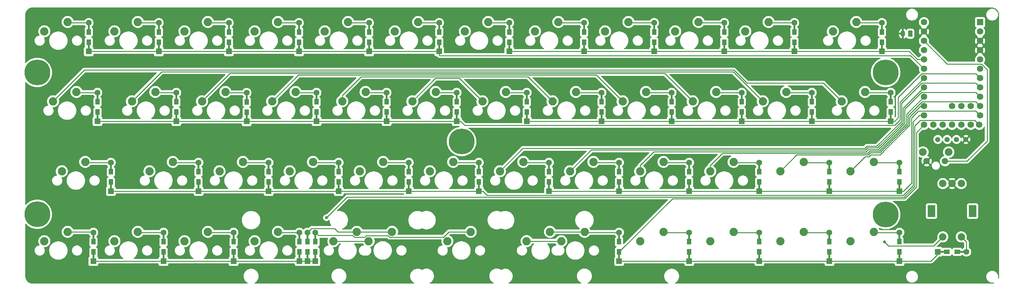
<source format=gbl>
G04 #@! TF.GenerationSoftware,KiCad,Pcbnew,(5.99.0-11526-gd613292b67)*
G04 #@! TF.CreationDate,2021-11-24T22:52:28-05:00*
G04 #@! TF.ProjectId,Whimsy,5768696d-7379-42e6-9b69-6361645f7063,0.2*
G04 #@! TF.SameCoordinates,Original*
G04 #@! TF.FileFunction,Copper,L2,Bot*
G04 #@! TF.FilePolarity,Positive*
%FSLAX46Y46*%
G04 Gerber Fmt 4.6, Leading zero omitted, Abs format (unit mm)*
G04 Created by KiCad (PCBNEW (5.99.0-11526-gd613292b67)) date 2021-11-24 22:52:28*
%MOMM*%
%LPD*%
G01*
G04 APERTURE LIST*
G04 Aperture macros list*
%AMRoundRect*
0 Rectangle with rounded corners*
0 $1 Rounding radius*
0 $2 $3 $4 $5 $6 $7 $8 $9 X,Y pos of 4 corners*
0 Add a 4 corners polygon primitive as box body*
4,1,4,$2,$3,$4,$5,$6,$7,$8,$9,$2,$3,0*
0 Add four circle primitives for the rounded corners*
1,1,$1+$1,$2,$3*
1,1,$1+$1,$4,$5*
1,1,$1+$1,$6,$7*
1,1,$1+$1,$8,$9*
0 Add four rect primitives between the rounded corners*
20,1,$1+$1,$2,$3,$4,$5,0*
20,1,$1+$1,$4,$5,$6,$7,0*
20,1,$1+$1,$6,$7,$8,$9,0*
20,1,$1+$1,$8,$9,$2,$3,0*%
G04 Aperture macros list end*
G04 #@! TA.AperFunction,SMDPad,CuDef*
%ADD10R,0.500000X2.900000*%
G04 #@! TD*
G04 #@! TA.AperFunction,ComponentPad*
%ADD11R,1.600000X1.600000*%
G04 #@! TD*
G04 #@! TA.AperFunction,SMDPad,CuDef*
%ADD12R,1.200000X1.600000*%
G04 #@! TD*
G04 #@! TA.AperFunction,ComponentPad*
%ADD13C,1.600000*%
G04 #@! TD*
G04 #@! TA.AperFunction,SMDPad,CuDef*
%ADD14R,2.900000X0.500000*%
G04 #@! TD*
G04 #@! TA.AperFunction,SMDPad,CuDef*
%ADD15R,1.600000X1.200000*%
G04 #@! TD*
G04 #@! TA.AperFunction,ComponentPad*
%ADD16C,7.000240*%
G04 #@! TD*
G04 #@! TA.AperFunction,ComponentPad*
%ADD17C,2.250000*%
G04 #@! TD*
G04 #@! TA.AperFunction,ComponentPad*
%ADD18C,1.397000*%
G04 #@! TD*
G04 #@! TA.AperFunction,ComponentPad*
%ADD19C,2.000000*%
G04 #@! TD*
G04 #@! TA.AperFunction,ComponentPad*
%ADD20R,2.000000X3.200000*%
G04 #@! TD*
G04 #@! TA.AperFunction,ComponentPad*
%ADD21C,1.752600*%
G04 #@! TD*
G04 #@! TA.AperFunction,ComponentPad*
%ADD22C,2.100000*%
G04 #@! TD*
G04 #@! TA.AperFunction,ComponentPad*
%ADD23C,1.750000*%
G04 #@! TD*
G04 #@! TA.AperFunction,ComponentPad*
%ADD24R,1.752600X1.752600*%
G04 #@! TD*
G04 #@! TA.AperFunction,ComponentPad*
%ADD25RoundRect,0.250000X0.350000X0.625000X-0.350000X0.625000X-0.350000X-0.625000X0.350000X-0.625000X0*%
G04 #@! TD*
G04 #@! TA.AperFunction,ComponentPad*
%ADD26O,1.200000X1.750000*%
G04 #@! TD*
G04 #@! TA.AperFunction,ViaPad*
%ADD27C,0.800000*%
G04 #@! TD*
G04 #@! TA.AperFunction,Conductor*
%ADD28C,0.250000*%
G04 #@! TD*
G04 APERTURE END LIST*
D10*
X211890100Y-83307050D03*
D11*
X211890100Y-84707050D03*
D12*
X211890100Y-82207050D03*
D10*
X211890100Y-78307050D03*
D12*
X211890100Y-79407050D03*
D13*
X211890100Y-76907050D03*
D10*
X192840100Y-83307050D03*
D11*
X192840100Y-84707050D03*
D12*
X192840100Y-82207050D03*
D10*
X192840100Y-78307050D03*
D13*
X192840100Y-76907050D03*
D12*
X192840100Y-79407050D03*
D11*
X173790100Y-84707050D03*
D12*
X173790100Y-82207050D03*
D10*
X173790100Y-83307050D03*
D13*
X173790100Y-76907050D03*
D12*
X173790100Y-79407050D03*
D10*
X173790100Y-78307050D03*
D11*
X230940100Y-84707050D03*
D10*
X230940100Y-83307050D03*
D12*
X230940100Y-82207050D03*
D10*
X230940100Y-78307050D03*
D12*
X230940100Y-79407050D03*
D13*
X230940100Y-76907050D03*
D10*
X36788850Y-83307050D03*
D11*
X36788850Y-84707050D03*
D12*
X36788850Y-82207050D03*
X36788850Y-79407050D03*
D10*
X36788850Y-78307050D03*
D13*
X36788850Y-76907050D03*
D12*
X35677600Y-120307050D03*
D10*
X35677600Y-121407050D03*
D11*
X35677600Y-122807050D03*
D13*
X35677600Y-115007050D03*
D10*
X35677600Y-116407050D03*
D12*
X35677600Y-117507050D03*
X58220100Y-82207050D03*
D10*
X58220100Y-83307050D03*
D11*
X58220100Y-84707050D03*
D10*
X58220100Y-78307050D03*
D12*
X58220100Y-79407050D03*
D13*
X58220100Y-76907050D03*
D10*
X64252600Y-102357050D03*
D12*
X64252600Y-101257050D03*
D11*
X64252600Y-103757050D03*
D13*
X64252600Y-95957050D03*
D12*
X64252600Y-98457050D03*
D10*
X64252600Y-97357050D03*
X54727600Y-121407050D03*
D12*
X54727600Y-120307050D03*
D11*
X54727600Y-122807050D03*
D13*
X54727600Y-115007050D03*
D12*
X54727600Y-117507050D03*
D10*
X54727600Y-116407050D03*
D11*
X83302600Y-103757050D03*
D10*
X83302600Y-102357050D03*
D12*
X83302600Y-101257050D03*
D10*
X83302600Y-97357050D03*
D12*
X83302600Y-98457050D03*
D13*
X83302600Y-95957050D03*
D12*
X73777600Y-120307050D03*
D10*
X73777600Y-121407050D03*
D11*
X73777600Y-122807050D03*
D10*
X73777600Y-116407050D03*
D12*
X73777600Y-117507050D03*
D13*
X73777600Y-115007050D03*
D12*
X96320100Y-82207050D03*
D11*
X96320100Y-84707050D03*
D10*
X96320100Y-83307050D03*
D12*
X96320100Y-79407050D03*
D13*
X96320100Y-76907050D03*
D10*
X96320100Y-78307050D03*
D12*
X115370100Y-82207050D03*
D10*
X115370100Y-83307050D03*
D11*
X115370100Y-84707050D03*
D12*
X115370100Y-79407050D03*
D13*
X115370100Y-76907050D03*
D10*
X115370100Y-78307050D03*
D12*
X121402600Y-101257050D03*
D10*
X121402600Y-102357050D03*
D11*
X121402600Y-103757050D03*
D10*
X121402600Y-97357050D03*
D13*
X121402600Y-95957050D03*
D12*
X121402600Y-98457050D03*
D11*
X134420100Y-84707050D03*
D10*
X134420100Y-83307050D03*
D12*
X134420100Y-82207050D03*
D13*
X134420100Y-76907050D03*
D12*
X134420100Y-79407050D03*
D10*
X134420100Y-78307050D03*
X140452600Y-102357050D03*
D11*
X140452600Y-103757050D03*
D12*
X140452600Y-101257050D03*
D10*
X140452600Y-97357050D03*
D12*
X140452600Y-98457050D03*
D13*
X140452600Y-95957050D03*
D11*
X153470100Y-84707050D03*
D10*
X153470100Y-83307050D03*
D12*
X153470100Y-82207050D03*
X153470100Y-79407050D03*
D13*
X153470100Y-76907050D03*
D10*
X153470100Y-78307050D03*
D11*
X159502600Y-103757050D03*
D10*
X159502600Y-102357050D03*
D12*
X159502600Y-101257050D03*
X159502600Y-98457050D03*
D10*
X159502600Y-97357050D03*
D13*
X159502600Y-95957050D03*
D11*
X178552600Y-122807050D03*
D12*
X178552600Y-120307050D03*
D10*
X178552600Y-121407050D03*
X178552600Y-116407050D03*
D12*
X178552600Y-117507050D03*
D13*
X178552600Y-115007050D03*
D10*
X178552600Y-102357050D03*
D12*
X178552600Y-101257050D03*
D11*
X178552600Y-103757050D03*
D13*
X178552600Y-95957050D03*
D12*
X178552600Y-98457050D03*
D10*
X178552600Y-97357050D03*
D11*
X197602600Y-122807050D03*
D12*
X197602600Y-120307050D03*
D10*
X197602600Y-121407050D03*
D12*
X197602600Y-117507050D03*
D13*
X197602600Y-115007050D03*
D10*
X197602600Y-116407050D03*
X197602600Y-102357050D03*
D12*
X197602600Y-101257050D03*
D11*
X197602600Y-103757050D03*
D12*
X197602600Y-98457050D03*
D10*
X197602600Y-97357050D03*
D13*
X197602600Y-95957050D03*
D11*
X216652600Y-122807050D03*
D10*
X216652600Y-121407050D03*
D12*
X216652600Y-120307050D03*
D10*
X216652600Y-116407050D03*
D12*
X216652600Y-117507050D03*
D13*
X216652600Y-115007050D03*
D10*
X216652600Y-102357050D03*
D12*
X216652600Y-101257050D03*
D11*
X216652600Y-103757050D03*
D12*
X216652600Y-98457050D03*
D10*
X216652600Y-97357050D03*
D13*
X216652600Y-95957050D03*
D12*
X235702600Y-101257050D03*
D11*
X235702600Y-103757050D03*
D10*
X235702600Y-102357050D03*
D12*
X235702600Y-98457050D03*
D13*
X235702600Y-95957050D03*
D10*
X235702600Y-97357050D03*
D11*
X254752600Y-103757050D03*
D10*
X254752600Y-102357050D03*
D12*
X254752600Y-101257050D03*
D13*
X254752600Y-95957050D03*
D10*
X254752600Y-97357050D03*
D12*
X254752600Y-98457050D03*
D14*
X266536800Y-120256727D03*
D11*
X265136800Y-120256727D03*
D15*
X267636800Y-120256727D03*
X270436800Y-120256727D03*
D13*
X272936800Y-120256727D03*
D14*
X271536800Y-120256727D03*
D11*
X77333600Y-84738800D03*
D10*
X77333600Y-83338800D03*
D12*
X77333600Y-82238800D03*
X77333600Y-79438800D03*
D10*
X77333600Y-78338800D03*
D13*
X77333600Y-76938800D03*
D12*
X235702600Y-120307050D03*
D10*
X235702600Y-121407050D03*
D11*
X235702600Y-122807050D03*
D13*
X235702600Y-115007050D03*
D12*
X235702600Y-117507050D03*
D10*
X235702600Y-116407050D03*
D12*
X207127600Y-63188800D03*
D10*
X207127600Y-64288800D03*
D11*
X207127600Y-65688800D03*
D10*
X207127600Y-59288800D03*
D12*
X207127600Y-60388800D03*
D13*
X207127600Y-57888800D03*
D11*
X91557600Y-65688800D03*
D12*
X91557600Y-63188800D03*
D10*
X91557600Y-64288800D03*
X91557600Y-59288800D03*
D13*
X91557600Y-57888800D03*
D12*
X91557600Y-60388800D03*
D10*
X72507600Y-64288800D03*
D11*
X72507600Y-65688800D03*
D12*
X72507600Y-63188800D03*
D13*
X72507600Y-57888800D03*
D10*
X72507600Y-59288800D03*
D12*
X72507600Y-60388800D03*
D11*
X53457600Y-65688800D03*
D10*
X53457600Y-64288800D03*
D12*
X53457600Y-63188800D03*
D10*
X53457600Y-59288800D03*
D13*
X53457600Y-57888800D03*
D12*
X53457600Y-60388800D03*
D10*
X34407600Y-64288800D03*
D12*
X34407600Y-63188800D03*
D11*
X34407600Y-65688800D03*
D13*
X34407600Y-57888800D03*
D12*
X34407600Y-60388800D03*
D10*
X34407600Y-59288800D03*
D12*
X110607600Y-63188800D03*
D10*
X110607600Y-64288800D03*
D11*
X110607600Y-65688800D03*
D12*
X110607600Y-60388800D03*
D10*
X110607600Y-59288800D03*
D13*
X110607600Y-57888800D03*
D12*
X188077600Y-63188800D03*
D10*
X188077600Y-64288800D03*
D11*
X188077600Y-65688800D03*
D10*
X188077600Y-59288800D03*
D12*
X188077600Y-60388800D03*
D13*
X188077600Y-57888800D03*
D11*
X129657600Y-65688800D03*
D10*
X129657600Y-64288800D03*
D12*
X129657600Y-63188800D03*
D13*
X129657600Y-57888800D03*
D12*
X129657600Y-60388800D03*
D10*
X129657600Y-59288800D03*
D12*
X226177600Y-63188800D03*
D11*
X226177600Y-65688800D03*
D10*
X226177600Y-64288800D03*
D12*
X226177600Y-60388800D03*
D10*
X226177600Y-59288800D03*
D13*
X226177600Y-57888800D03*
D11*
X169027600Y-65688800D03*
D12*
X169027600Y-63188800D03*
D10*
X169027600Y-64288800D03*
D12*
X169027600Y-60388800D03*
D10*
X169027600Y-59288800D03*
D13*
X169027600Y-57888800D03*
D11*
X148707600Y-65688800D03*
D12*
X148707600Y-63188800D03*
D10*
X148707600Y-64288800D03*
X148707600Y-59288800D03*
D13*
X148707600Y-57888800D03*
D12*
X148707600Y-60388800D03*
X249990100Y-63188800D03*
D10*
X249990100Y-64288800D03*
D11*
X249990100Y-65688800D03*
D12*
X249990100Y-60388800D03*
D10*
X249990100Y-59288800D03*
D13*
X249990100Y-57888800D03*
D12*
X252371350Y-82207050D03*
D10*
X252371350Y-83307050D03*
D11*
X252371350Y-84707050D03*
D13*
X252371350Y-76907050D03*
D10*
X252371350Y-78307050D03*
D12*
X252371350Y-79407050D03*
D10*
X254752600Y-121407050D03*
D12*
X254752600Y-120307050D03*
D11*
X254752600Y-122807050D03*
D10*
X254752600Y-116407050D03*
D13*
X254752600Y-115007050D03*
D12*
X254752600Y-117507050D03*
X40440100Y-101257050D03*
D10*
X40440100Y-102357050D03*
D11*
X40440100Y-103757050D03*
D13*
X40440100Y-95957050D03*
D12*
X40440100Y-98457050D03*
D10*
X40440100Y-97357050D03*
D12*
X102352600Y-101257050D03*
D10*
X102352600Y-102357050D03*
D11*
X102352600Y-103757050D03*
D12*
X102352600Y-98457050D03*
D10*
X102352600Y-97357050D03*
D13*
X102352600Y-95957050D03*
D16*
X135737600Y-90220800D03*
X250990100Y-110096300D03*
X250990100Y-71424800D03*
X20421600Y-110032800D03*
X20421600Y-71424800D03*
D17*
X22342600Y-60217050D03*
X28692600Y-57677050D03*
X24723850Y-79267050D03*
X31073850Y-76727050D03*
X27105100Y-98317050D03*
X33455100Y-95777050D03*
X22342600Y-117367050D03*
X28692600Y-114827050D03*
X41392600Y-60217050D03*
X47742600Y-57677050D03*
X46155100Y-79267050D03*
X52505100Y-76727050D03*
X50917600Y-98317050D03*
X57267600Y-95777050D03*
X41392600Y-117367050D03*
X47742600Y-114827050D03*
X60442600Y-60217050D03*
X66792600Y-57677050D03*
X65205100Y-79267050D03*
X71555100Y-76727050D03*
X69967600Y-98317050D03*
X76317600Y-95777050D03*
X60442600Y-117367050D03*
X66792600Y-114827050D03*
X79492600Y-60217050D03*
X85842600Y-57677050D03*
X84255100Y-79267050D03*
X90605100Y-76727050D03*
X89017600Y-98317050D03*
X95367600Y-95777050D03*
X79492600Y-117367050D03*
X85842600Y-114827050D03*
X98542600Y-60217050D03*
X104892600Y-57677050D03*
X103305100Y-79267050D03*
X109655100Y-76727050D03*
X108067600Y-98317050D03*
X114417600Y-95777050D03*
X100923850Y-117367050D03*
X107273850Y-114827050D03*
X117592600Y-60217050D03*
X123942600Y-57677050D03*
X122355100Y-79267050D03*
X128705100Y-76727050D03*
X127117600Y-98317050D03*
X133467600Y-95777050D03*
X136642600Y-60217050D03*
X142992600Y-57677050D03*
X141405100Y-79267050D03*
X147755100Y-76727050D03*
X146167600Y-98317050D03*
X152517600Y-95777050D03*
X155692600Y-60217050D03*
X162042600Y-57677050D03*
X160455100Y-79267050D03*
X166805100Y-76727050D03*
X165217600Y-98317050D03*
X171567600Y-95777050D03*
X184267600Y-117367050D03*
X190617600Y-114827050D03*
X174742600Y-60217050D03*
X181092600Y-57677050D03*
X179505100Y-79267050D03*
X185855100Y-76727050D03*
X184267600Y-98317050D03*
X190617600Y-95777050D03*
X203317600Y-117367050D03*
X209667600Y-114827050D03*
X193792600Y-60217050D03*
X200142600Y-57677050D03*
X198555100Y-79267050D03*
X204905100Y-76727050D03*
X203317600Y-98317050D03*
X209667600Y-95777050D03*
X222367600Y-117398800D03*
X228717600Y-114858800D03*
X212842600Y-60217050D03*
X219192600Y-57677050D03*
X217605100Y-79267050D03*
X223955100Y-76727050D03*
X222367600Y-98317050D03*
X228717600Y-95777050D03*
X241417600Y-117367050D03*
X247767600Y-114827050D03*
X236655100Y-60217050D03*
X243005100Y-57677050D03*
X239036350Y-79267050D03*
X245386350Y-76727050D03*
X241417600Y-98317050D03*
X247767600Y-95777050D03*
D18*
X265176000Y-89664217D03*
X267716000Y-89664217D03*
X270256000Y-89664217D03*
X272796000Y-89664217D03*
D19*
X271536800Y-101678037D03*
X266536800Y-101678037D03*
X269036800Y-101678037D03*
D20*
X274636800Y-109178037D03*
X263436800Y-109178037D03*
D19*
X266536800Y-116178037D03*
X271536800Y-116178037D03*
D17*
X131880100Y-117367050D03*
X138230100Y-114827050D03*
X153416000Y-117348000D03*
X159766000Y-114808000D03*
X162836350Y-117367050D03*
X169186350Y-114827050D03*
X110490000Y-117348000D03*
X116840000Y-114808000D03*
D11*
X93853000Y-122807050D03*
D12*
X93853000Y-120307050D03*
D10*
X93853000Y-121407050D03*
D13*
X93853000Y-115007050D03*
D12*
X93853000Y-117507050D03*
D10*
X93853000Y-116407050D03*
D12*
X96012000Y-120307050D03*
D10*
X96012000Y-121407050D03*
D11*
X96012000Y-122807050D03*
D13*
X96012000Y-115007050D03*
D12*
X96012000Y-117507050D03*
D10*
X96012000Y-116407050D03*
D11*
X91694000Y-122807050D03*
D10*
X91694000Y-121407050D03*
D12*
X91694000Y-120307050D03*
D13*
X91694000Y-115007050D03*
D12*
X91694000Y-117507050D03*
D10*
X91694000Y-116407050D03*
D21*
X269020000Y-80600000D03*
X271560000Y-80600000D03*
X274100000Y-80600000D03*
D22*
X268125000Y-93097500D03*
X261115000Y-93097500D03*
D23*
X267125000Y-95587500D03*
X262125000Y-95587500D03*
D24*
X276655600Y-57736477D03*
D21*
X276655600Y-60276477D03*
X276655600Y-62816477D03*
X276655600Y-65356477D03*
X276655600Y-67896477D03*
X276655600Y-70436477D03*
X276655600Y-72976477D03*
X276655600Y-75516477D03*
X276655600Y-78056477D03*
X276655600Y-80596477D03*
X276655600Y-83136477D03*
X276427000Y-85676477D03*
X261415600Y-85676477D03*
X261415600Y-83136477D03*
X261415600Y-80596477D03*
X261415600Y-78056477D03*
X261415600Y-75516477D03*
X261415600Y-72976477D03*
X261415600Y-70436477D03*
X261415600Y-67896477D03*
X261415600Y-65356477D03*
X261415600Y-62816477D03*
X261415600Y-60276477D03*
X261415600Y-57736477D03*
X274115600Y-85676477D03*
X271575600Y-85676477D03*
X269035600Y-85676477D03*
X266495600Y-85676477D03*
X263955600Y-85676477D03*
D25*
X257700000Y-60850000D03*
D26*
X255700000Y-60850000D03*
D27*
X99019360Y-110967520D03*
X250672600Y-117525800D03*
D28*
X278600000Y-90100000D02*
X273112500Y-95587500D01*
X273112500Y-95587500D02*
X267125000Y-95587500D01*
X34407600Y-57888800D02*
X28904350Y-57888800D01*
X28904350Y-57888800D02*
X28692600Y-57677050D01*
X129657600Y-65688800D02*
X129657600Y-66738800D01*
X129657600Y-66738800D02*
X129732601Y-66813801D01*
X261415600Y-70436477D02*
X257792924Y-66813801D01*
X34407600Y-65688800D02*
X129657600Y-65688800D01*
X257792924Y-66813801D02*
X257486199Y-66813801D01*
X129732601Y-66813801D02*
X257486199Y-66813801D01*
X77333600Y-84738800D02*
X96288350Y-84738800D01*
X77301850Y-84707050D02*
X77333600Y-84738800D01*
X254856410Y-84406992D02*
X253431351Y-85832051D01*
X96320100Y-84707050D02*
X115370100Y-84707050D01*
X115370100Y-84707050D02*
X134420100Y-84707050D01*
X58220100Y-84707050D02*
X77301850Y-84707050D01*
X261415600Y-72976477D02*
X254856410Y-79535667D01*
X96288350Y-84738800D02*
X96320100Y-84707050D01*
X136595101Y-85832051D02*
X135470100Y-84707050D01*
X135470100Y-84707050D02*
X134420100Y-84707050D01*
X253431351Y-85832051D02*
X136595101Y-85832051D01*
X36788850Y-84707050D02*
X58220100Y-84707050D01*
X254856410Y-79535667D02*
X254856410Y-84406992D01*
X36788850Y-76907050D02*
X31253850Y-76907050D01*
X31253850Y-76907050D02*
X31073850Y-76727050D01*
X140452600Y-103557050D02*
X140452600Y-102357050D01*
X141502600Y-103757050D02*
X140452600Y-103757050D01*
X258456484Y-102238168D02*
X255812601Y-104882051D01*
X139952600Y-104057050D02*
X140452600Y-103557050D01*
X83302600Y-103757050D02*
X102352600Y-103757050D01*
X142627601Y-104882051D02*
X141502600Y-103757050D01*
X261415600Y-83136477D02*
X260176325Y-83136477D01*
X64252600Y-103757050D02*
X83302600Y-103757050D01*
X102352600Y-103757050D02*
X121402600Y-103757050D01*
X40440100Y-103757050D02*
X64252600Y-103757050D01*
X255812601Y-104882051D02*
X142627601Y-104882051D01*
X258456484Y-84856318D02*
X258456484Y-102238168D01*
X121402600Y-103757050D02*
X140452600Y-103757050D01*
X260176325Y-83136477D02*
X258456484Y-84856318D01*
X40440100Y-95957050D02*
X33545100Y-95957050D01*
X33545100Y-95957050D02*
X33435100Y-96067050D01*
X33635100Y-95957050D02*
X33455100Y-95777050D01*
X35497600Y-114827050D02*
X35677600Y-115007050D01*
X28692600Y-114827050D02*
X35497600Y-114827050D01*
X35677600Y-122807050D02*
X35677600Y-120086979D01*
X258906494Y-102424568D02*
X258906494Y-85993506D01*
X255999002Y-105332060D02*
X258906494Y-102424568D01*
X260424334Y-84475666D02*
X258906494Y-85993506D01*
X275226189Y-84475666D02*
X260424334Y-84475666D01*
X35677600Y-122807050D02*
X95848850Y-122807050D01*
X99019360Y-110967520D02*
X104654819Y-105332061D01*
X96012000Y-122807050D02*
X96012000Y-121757050D01*
X104654819Y-105332061D02*
X255999002Y-105332060D01*
X276427000Y-85676477D02*
X275226189Y-84475666D01*
X53457600Y-57888800D02*
X47954350Y-57888800D01*
X47954350Y-57888800D02*
X47742600Y-57677050D01*
X52685100Y-76907050D02*
X52505100Y-76727050D01*
X58220100Y-76907050D02*
X52685100Y-76907050D01*
X57087600Y-95957050D02*
X57267600Y-95777050D01*
X57357600Y-95957050D02*
X57247600Y-96067050D01*
X64252600Y-95957050D02*
X57357600Y-95957050D01*
X54727600Y-115007050D02*
X47922600Y-115007050D01*
X47922600Y-115007050D02*
X47742600Y-114827050D01*
X72507600Y-57888800D02*
X67004350Y-57888800D01*
X67004350Y-57888800D02*
X66792600Y-57677050D01*
X77333600Y-76938800D02*
X71766850Y-76938800D01*
X71766850Y-76938800D02*
X71555100Y-76727050D01*
X76137600Y-95957050D02*
X76317600Y-95777050D01*
X83302600Y-95957050D02*
X76407600Y-95957050D01*
X76407600Y-95957050D02*
X76297600Y-96067050D01*
X66972600Y-115007050D02*
X66792600Y-114827050D01*
X73777600Y-115007050D02*
X66972600Y-115007050D01*
X91557600Y-57888800D02*
X86054350Y-57888800D01*
X86054350Y-57888800D02*
X85842600Y-57677050D01*
X90785100Y-76907050D02*
X90605100Y-76727050D01*
X96320100Y-76907050D02*
X90785100Y-76907050D01*
X102352600Y-95957050D02*
X95457600Y-95957050D01*
X95187600Y-95957050D02*
X95367600Y-95777050D01*
X95457600Y-95957050D02*
X95347600Y-96067050D01*
X86022600Y-115007050D02*
X85842600Y-114827050D01*
X91694000Y-115007050D02*
X86022600Y-115007050D01*
X110607600Y-57888800D02*
X105104350Y-57888800D01*
X105104350Y-57888800D02*
X104892600Y-57677050D01*
X109835100Y-76907050D02*
X109655100Y-76727050D01*
X115370100Y-76907050D02*
X109835100Y-76907050D01*
X114237600Y-95957050D02*
X114417600Y-95777050D01*
X114507600Y-95957050D02*
X114397600Y-96067050D01*
X121402600Y-95957050D02*
X114507600Y-95957050D01*
X107273850Y-114827050D02*
X116820950Y-114827050D01*
X101210825Y-113882049D02*
X102155826Y-114827050D01*
X116820950Y-114827050D02*
X116840000Y-114808000D01*
X94978001Y-113882049D02*
X101210825Y-113882049D01*
X107093850Y-115007050D02*
X107273850Y-114827050D01*
X105682860Y-114827050D02*
X107273850Y-114827050D01*
X107453850Y-115007050D02*
X107273850Y-114827050D01*
X93853000Y-115007050D02*
X94978001Y-113882049D01*
X102155826Y-114827050D02*
X105682860Y-114827050D01*
X129657600Y-57888800D02*
X124154350Y-57888800D01*
X124154350Y-57888800D02*
X123942600Y-57677050D01*
X134420100Y-76907050D02*
X128885100Y-76907050D01*
X128885100Y-76907050D02*
X128705100Y-76727050D01*
X133287600Y-95957050D02*
X133467600Y-95777050D01*
X133557600Y-95957050D02*
X133447600Y-96067050D01*
X140452600Y-95957050D02*
X133557600Y-95957050D01*
X109414947Y-116277051D02*
X109804498Y-115887500D01*
X106107847Y-115807049D02*
X106577849Y-116277051D01*
X109804498Y-115887500D02*
X115773498Y-115887500D01*
X136639110Y-114827050D02*
X138230100Y-114827050D01*
X96811999Y-115807049D02*
X106107847Y-115807049D01*
X132274098Y-114827050D02*
X136639110Y-114827050D01*
X115773498Y-115887500D02*
X116143999Y-116258001D01*
X116143999Y-116258001D02*
X130843147Y-116258001D01*
X106577849Y-116277051D02*
X109414947Y-116277051D01*
X96012000Y-115007050D02*
X96811999Y-115807049D01*
X130843147Y-116258001D02*
X132274098Y-114827050D01*
X148707600Y-57888800D02*
X143204350Y-57888800D01*
X143204350Y-57888800D02*
X142992600Y-57677050D01*
X147935100Y-76907050D02*
X147755100Y-76727050D01*
X153470100Y-76907050D02*
X147935100Y-76907050D01*
X159502600Y-95957050D02*
X152607600Y-95957050D01*
X152337600Y-95957050D02*
X152517600Y-95777050D01*
X152607600Y-95957050D02*
X152497600Y-96067050D01*
X169186350Y-114827050D02*
X159785050Y-114827050D01*
X178552600Y-115007050D02*
X169276350Y-115007050D01*
X169276350Y-115007050D02*
X169166350Y-115117050D01*
X159785050Y-114827050D02*
X159766000Y-114808000D01*
X169006350Y-115007050D02*
X169186350Y-114827050D01*
X261415600Y-67896477D02*
X259596477Y-67896477D01*
X257388800Y-65688800D02*
X249990100Y-65688800D01*
X259596477Y-67896477D02*
X257388800Y-65688800D01*
X148707600Y-65688800D02*
X249985700Y-65688800D01*
X169027600Y-57888800D02*
X162254350Y-57888800D01*
X162254350Y-57888800D02*
X162042600Y-57677050D01*
X260824334Y-71775666D02*
X254406400Y-78193600D01*
X252371350Y-84707050D02*
X253421350Y-84707050D01*
X254406400Y-78193600D02*
X254406400Y-78706400D01*
X153470100Y-84707050D02*
X173790100Y-84707050D01*
X275454789Y-71775666D02*
X260824334Y-71775666D01*
X230940100Y-84707050D02*
X252371350Y-84707050D01*
X276655600Y-72976477D02*
X275454789Y-71775666D01*
X192840100Y-84707050D02*
X230940100Y-84707050D01*
X254406400Y-83722000D02*
X254406400Y-78706400D01*
X252371350Y-84707050D02*
X252371350Y-83307050D01*
X252371350Y-84707050D02*
X252371350Y-83657050D01*
X253421350Y-84707050D02*
X254406400Y-83722000D01*
X173790100Y-84707050D02*
X192840100Y-84707050D01*
X173790100Y-76907050D02*
X166985100Y-76907050D01*
X166985100Y-76907050D02*
X166805100Y-76727050D01*
X171657600Y-95957050D02*
X171547600Y-96067050D01*
X178552600Y-95957050D02*
X171657600Y-95957050D01*
X171387600Y-95957050D02*
X171567600Y-95777050D01*
X276655600Y-83136477D02*
X275454789Y-81935666D01*
X178552600Y-103757050D02*
X254752600Y-103757050D01*
X258006474Y-101553176D02*
X255802600Y-103757050D01*
X255802600Y-103757050D02*
X254752600Y-103757050D01*
X258006474Y-83793526D02*
X258006474Y-101553176D01*
X159502600Y-103757050D02*
X178552600Y-103757050D01*
X275454789Y-81935666D02*
X259864334Y-81935666D01*
X259864334Y-81935666D02*
X258006474Y-83793526D01*
X259356503Y-102610969D02*
X259356504Y-87735573D01*
X178552600Y-122807050D02*
X197602600Y-122807050D01*
X235702600Y-122807050D02*
X255233850Y-122807050D01*
X265136800Y-120957050D02*
X263286800Y-122807050D01*
X254752600Y-122807050D02*
X263286800Y-122807050D01*
X265136800Y-120256727D02*
X265136800Y-120957050D01*
X259356504Y-87735573D02*
X261415600Y-85676477D01*
X178552600Y-122807050D02*
X178552600Y-120086979D01*
X178552600Y-122807050D02*
X178552600Y-120075200D01*
X256184914Y-105781580D02*
X256185403Y-105782069D01*
X197602600Y-122807050D02*
X235702600Y-122807050D01*
X193078070Y-105781580D02*
X256184914Y-105781580D01*
X178552600Y-122807050D02*
X178552600Y-120936048D01*
X178552600Y-120307050D02*
X193078070Y-105781580D01*
X256185403Y-105782069D02*
X259356503Y-102610969D01*
X190437600Y-115007050D02*
X190617600Y-114827050D01*
X197602600Y-115007050D02*
X190707600Y-115007050D01*
X190707600Y-115007050D02*
X190597600Y-115117050D01*
X181304350Y-57888800D02*
X181092600Y-57677050D01*
X188077600Y-57888800D02*
X181304350Y-57888800D01*
X192840100Y-76907050D02*
X186035100Y-76907050D01*
X186035100Y-76907050D02*
X185855100Y-76727050D01*
X197602600Y-95957050D02*
X190707600Y-95957050D01*
X190707600Y-95957050D02*
X190597600Y-96067050D01*
X190437600Y-95957050D02*
X190617600Y-95777050D01*
X216652600Y-115007050D02*
X209757600Y-115007050D01*
X209757600Y-115007050D02*
X209647600Y-115117050D01*
X209487600Y-115007050D02*
X209667600Y-114827050D01*
X207127600Y-57888800D02*
X200354350Y-57888800D01*
X200354350Y-57888800D02*
X200142600Y-57677050D01*
X211890100Y-76907050D02*
X205085100Y-76907050D01*
X205085100Y-76907050D02*
X204905100Y-76727050D01*
X209757600Y-95957050D02*
X209647600Y-96067050D01*
X209487600Y-95957050D02*
X209667600Y-95777050D01*
X216652600Y-95957050D02*
X209757600Y-95957050D01*
X228839350Y-115007050D02*
X228697600Y-115148800D01*
X228569350Y-115007050D02*
X228717600Y-114858800D01*
X235702600Y-115007050D02*
X228839350Y-115007050D01*
X226177600Y-57888800D02*
X219404350Y-57888800D01*
X219404350Y-57888800D02*
X219192600Y-57677050D01*
X230940100Y-76907050D02*
X224135100Y-76907050D01*
X224135100Y-76907050D02*
X223955100Y-76727050D01*
X228807600Y-95957050D02*
X228697600Y-96067050D01*
X235702600Y-95957050D02*
X228807600Y-95957050D01*
X228537600Y-95957050D02*
X228717600Y-95777050D01*
X254752600Y-115007050D02*
X247857600Y-115007050D01*
X247857600Y-115007050D02*
X247747600Y-115117050D01*
X247587600Y-115007050D02*
X247767600Y-114827050D01*
X249990100Y-57888800D02*
X243216850Y-57888800D01*
X242793350Y-57888800D02*
X243005100Y-57677050D01*
X243216850Y-57888800D02*
X243005100Y-57677050D01*
X252371350Y-76907050D02*
X245476350Y-76907050D01*
X245476350Y-76907050D02*
X245366350Y-77017050D01*
X245206350Y-76907050D02*
X245386350Y-76727050D01*
X254752600Y-95957050D02*
X247857600Y-95957050D01*
X247857600Y-95957050D02*
X247747600Y-96067050D01*
X247587600Y-95957050D02*
X247767600Y-95777050D01*
X272936800Y-120256727D02*
X272936800Y-117578037D01*
X272936800Y-117578037D02*
X271536800Y-116178037D01*
X246914722Y-93877038D02*
X246464711Y-94327049D01*
X33215946Y-70774954D02*
X209749415Y-70774955D01*
X264082786Y-118632051D02*
X266536800Y-116178037D01*
X209749415Y-70774955D02*
X213284700Y-74310240D01*
X261415600Y-80596477D02*
X260516453Y-80596477D01*
X257556464Y-85763474D02*
X249442900Y-93877038D01*
X249442900Y-93877038D02*
X246914722Y-93877038D01*
X234079540Y-74310240D02*
X239036350Y-79267050D01*
X250672600Y-117525800D02*
X251778851Y-118632051D01*
X246464711Y-94327049D02*
X245407601Y-94327049D01*
X213284700Y-74310240D02*
X234079540Y-74310240D01*
X260516453Y-80596477D02*
X257556465Y-83556465D01*
X24723850Y-79267050D02*
X33215946Y-70774954D01*
X251778851Y-118632051D02*
X264082786Y-118632051D01*
X245407601Y-94327049D02*
X241417600Y-98317050D01*
X257556465Y-83556465D02*
X257556464Y-85763474D01*
X46155100Y-79267050D02*
X54197186Y-71224964D01*
X249389330Y-93294200D02*
X246861150Y-93294200D01*
X260918207Y-79395666D02*
X257106455Y-83207418D01*
X54197186Y-71224964D02*
X209563014Y-71224964D01*
X209563014Y-71224964D02*
X217605100Y-79267050D01*
X275454789Y-79395666D02*
X260918207Y-79395666D01*
X226807611Y-93877039D02*
X222367600Y-98317050D01*
X257106455Y-83207418D02*
X257106455Y-85577075D01*
X257106455Y-85577075D02*
X249389330Y-93294200D01*
X246861150Y-93294200D02*
X246278311Y-93877039D01*
X246278311Y-93877039D02*
X226807611Y-93877039D01*
X276655600Y-80596477D02*
X275454789Y-79395666D01*
X203317600Y-96726060D02*
X206616631Y-93427029D01*
X72797179Y-71674971D02*
X66330099Y-78142051D01*
X154135841Y-71674971D02*
X72797179Y-71674971D01*
X206616631Y-93427029D02*
X242818171Y-93427029D01*
X190963023Y-71674973D02*
X154135843Y-71674973D01*
X256656446Y-85390674D02*
X249202873Y-92844190D01*
X66330099Y-78142051D02*
X65205100Y-79267050D01*
X246674750Y-92844190D02*
X246091911Y-93427029D01*
X203317600Y-98317050D02*
X203317600Y-96726060D01*
X256656446Y-82815631D02*
X256656446Y-82956446D01*
X246091911Y-93427029D02*
X242818171Y-93427029D01*
X198555100Y-79267050D02*
X190963023Y-71674973D01*
X154135843Y-71674973D02*
X154135841Y-71674971D01*
X256656446Y-82956446D02*
X256656446Y-85390674D01*
X261415600Y-78056477D02*
X256656446Y-82815631D01*
X249202873Y-92844190D02*
X246674750Y-92844190D01*
X184267600Y-96726060D02*
X184267600Y-98317050D01*
X172363032Y-72124982D02*
X153949441Y-72124981D01*
X188016641Y-92977019D02*
X184267600Y-96726060D01*
X179505100Y-79267050D02*
X172363032Y-72124982D01*
X91397169Y-72124981D02*
X84255100Y-79267050D01*
X255942828Y-85467882D02*
X255933518Y-85467882D01*
X245706581Y-92977019D02*
X188016641Y-92977019D01*
X256206437Y-85204273D02*
X255942828Y-85467882D01*
X153949441Y-72124981D02*
X91397169Y-72124981D01*
X275454789Y-76855666D02*
X260757210Y-76855666D01*
X249007220Y-92394180D02*
X246289420Y-92394180D01*
X255933518Y-85467882D02*
X249007220Y-92394180D01*
X256206438Y-81406438D02*
X256206437Y-85204273D01*
X276655600Y-78056477D02*
X275454789Y-76855666D01*
X246289420Y-92394180D02*
X245706581Y-92977019D01*
X260757210Y-76855666D02*
X256206438Y-81406438D01*
X246103020Y-91944170D02*
X245520181Y-92527009D01*
X255775649Y-81156428D02*
X255756428Y-81156428D01*
X103305100Y-77676060D02*
X108406169Y-72574991D01*
X100923850Y-117367050D02*
X110470950Y-117367050D01*
X261415600Y-75516477D02*
X255775649Y-81156428D01*
X153763041Y-72574991D02*
X160455100Y-79267050D01*
X255756428Y-81156428D02*
X255756428Y-85017872D01*
X245520181Y-92527009D02*
X171007641Y-92527009D01*
X255747117Y-85017873D02*
X248820820Y-91944170D01*
X248820820Y-91944170D02*
X246103020Y-91944170D01*
X255756428Y-85017872D02*
X255747117Y-85017873D01*
X103305100Y-79267050D02*
X103305100Y-77676060D01*
X171007641Y-92527009D02*
X165217600Y-98317050D01*
X110470950Y-117367050D02*
X110490000Y-117348000D01*
X108406169Y-72574991D02*
X153763041Y-72574991D01*
X275454789Y-74315666D02*
X260815666Y-74315666D01*
X153416000Y-117348000D02*
X162817300Y-117348000D01*
X255306419Y-79824913D02*
X255306419Y-80206419D01*
X276655600Y-75516477D02*
X275454789Y-74315666D01*
X146167600Y-98317050D02*
X152407651Y-92076999D01*
X122355100Y-79267050D02*
X128597150Y-73025000D01*
X248586439Y-91494161D02*
X245916619Y-91494161D01*
X245333781Y-92076999D02*
X242466401Y-92076999D01*
X260815666Y-74315666D02*
X255306419Y-79824913D01*
X135163050Y-73025000D02*
X141405100Y-79267050D01*
X255306418Y-84774182D02*
X248586439Y-91494161D01*
X173118239Y-92076999D02*
X173439361Y-92076999D01*
X245916619Y-91494161D02*
X245333781Y-92076999D01*
X128597150Y-73025000D02*
X135163050Y-73025000D01*
X162817300Y-117348000D02*
X162836350Y-117367050D01*
X255306419Y-80206419D02*
X255306418Y-84774182D01*
X152407651Y-92076999D02*
X173118239Y-92076999D01*
X242466401Y-92076999D02*
X173118239Y-92076999D01*
X277014615Y-69097288D02*
X267696411Y-69097288D01*
X267696411Y-69097288D02*
X261415600Y-62816477D01*
X278600000Y-70682673D02*
X277014615Y-69097288D01*
X278600000Y-90100000D02*
X278600000Y-70682673D01*
G04 #@! TA.AperFunction,Conductor*
G36*
X279771994Y-53709800D02*
G01*
X279798753Y-53713699D01*
X279814992Y-53711414D01*
X279839554Y-53710379D01*
X279960564Y-53717124D01*
X280060066Y-53722671D01*
X280076426Y-53724663D01*
X280319360Y-53770523D01*
X280335321Y-53774633D01*
X280570200Y-53851814D01*
X280585474Y-53857966D01*
X280808278Y-53965148D01*
X280822621Y-53973243D01*
X280990107Y-54082803D01*
X281029519Y-54108584D01*
X281042689Y-54118487D01*
X281072581Y-54144189D01*
X281230151Y-54279674D01*
X281241919Y-54291214D01*
X281406738Y-54475491D01*
X281416896Y-54488465D01*
X281447078Y-54532694D01*
X281556249Y-54692675D01*
X281564629Y-54706867D01*
X281676136Y-54927521D01*
X281682592Y-54942686D01*
X281764344Y-55176007D01*
X281768765Y-55191884D01*
X281819364Y-55433879D01*
X281821675Y-55450199D01*
X281837731Y-55663259D01*
X281836930Y-55686299D01*
X281836921Y-55689859D01*
X281835627Y-55698743D01*
X281836878Y-55707631D01*
X281839621Y-55727123D01*
X281840850Y-55744682D01*
X281840760Y-88284681D01*
X281840653Y-126853332D01*
X281839272Y-126871933D01*
X281835441Y-126897599D01*
X281837580Y-126913191D01*
X281837668Y-126913835D01*
X281838617Y-126938407D01*
X281825624Y-127157749D01*
X281823575Y-127174102D01*
X281797662Y-127308793D01*
X281778988Y-127345045D01*
X281784157Y-127359865D01*
X281782045Y-127389963D01*
X281777081Y-127415767D01*
X281772918Y-127431703D01*
X281768485Y-127445039D01*
X281728012Y-127503367D01*
X281662427Y-127530555D01*
X281592555Y-127517970D01*
X281540579Y-127469607D01*
X281523001Y-127400821D01*
X281526403Y-127375867D01*
X281535795Y-127336746D01*
X281552660Y-127307374D01*
X281548506Y-127297008D01*
X281548319Y-127275103D01*
X281566686Y-127041730D01*
X281567074Y-127036800D01*
X281547209Y-126784397D01*
X281488105Y-126538209D01*
X281486211Y-126533636D01*
X281393111Y-126308872D01*
X281393109Y-126308868D01*
X281391216Y-126304298D01*
X281258928Y-126088424D01*
X281094498Y-125895902D01*
X280901976Y-125731472D01*
X280686102Y-125599184D01*
X280681532Y-125597291D01*
X280681528Y-125597289D01*
X280456764Y-125504189D01*
X280456762Y-125504188D01*
X280452191Y-125502295D01*
X280367568Y-125481979D01*
X280210816Y-125444346D01*
X280210810Y-125444345D01*
X280206003Y-125443191D01*
X279953600Y-125423326D01*
X279701197Y-125443191D01*
X279696390Y-125444345D01*
X279696384Y-125444346D01*
X279539632Y-125481979D01*
X279455009Y-125502295D01*
X279450438Y-125504188D01*
X279450436Y-125504189D01*
X279225672Y-125597289D01*
X279225668Y-125597291D01*
X279221098Y-125599184D01*
X279005224Y-125731472D01*
X278812702Y-125895902D01*
X278648272Y-126088424D01*
X278515984Y-126304298D01*
X278514091Y-126308868D01*
X278514089Y-126308872D01*
X278420989Y-126533636D01*
X278419095Y-126538209D01*
X278359991Y-126784397D01*
X278340126Y-127036800D01*
X278359991Y-127289203D01*
X278361145Y-127294010D01*
X278361146Y-127294016D01*
X278364353Y-127307374D01*
X278419095Y-127535391D01*
X278420988Y-127539962D01*
X278420989Y-127539964D01*
X278505460Y-127743894D01*
X278515984Y-127769302D01*
X278648272Y-127985176D01*
X278812702Y-128177698D01*
X279005224Y-128342128D01*
X279221098Y-128474416D01*
X279225668Y-128476309D01*
X279225672Y-128476311D01*
X279450436Y-128569411D01*
X279455009Y-128571305D01*
X279487824Y-128579183D01*
X279696384Y-128629254D01*
X279696390Y-128629255D01*
X279701197Y-128630409D01*
X279953600Y-128650274D01*
X279958530Y-128649886D01*
X280192883Y-128631442D01*
X280234135Y-128640108D01*
X280250879Y-128623748D01*
X280280567Y-128612508D01*
X280308942Y-128605696D01*
X280379850Y-128609244D01*
X280437583Y-128650564D01*
X280463813Y-128716537D01*
X280450210Y-128786219D01*
X280401094Y-128837484D01*
X280379607Y-128847271D01*
X280372640Y-128849685D01*
X280356744Y-128854051D01*
X280335336Y-128858449D01*
X280275683Y-128853488D01*
X280247643Y-128874792D01*
X280228131Y-128880475D01*
X280115688Y-128903576D01*
X280099363Y-128905830D01*
X280007393Y-128912438D01*
X279887368Y-128921062D01*
X279864340Y-128920182D01*
X279860779Y-128920161D01*
X279851897Y-128918835D01*
X279843002Y-128920055D01*
X279843001Y-128920055D01*
X279822399Y-128922881D01*
X279805277Y-128924050D01*
X193856695Y-128924050D01*
X193788574Y-128904048D01*
X193742081Y-128850392D01*
X193731977Y-128780118D01*
X193761471Y-128715538D01*
X193793124Y-128689262D01*
X193981501Y-128579183D01*
X193981502Y-128579182D01*
X193985204Y-128577019D01*
X194203286Y-128406021D01*
X194224736Y-128383887D01*
X194393160Y-128210086D01*
X194396143Y-128207008D01*
X194398676Y-128203560D01*
X194398680Y-128203555D01*
X194557668Y-127987118D01*
X194560206Y-127983663D01*
X194562252Y-127979895D01*
X194690390Y-127743894D01*
X194690391Y-127743892D01*
X194692440Y-127740118D01*
X194790398Y-127480880D01*
X194818114Y-127359865D01*
X194851310Y-127214926D01*
X194851311Y-127214921D01*
X194852267Y-127210746D01*
X194867791Y-127036800D01*
X256552126Y-127036800D01*
X256571991Y-127289203D01*
X256573145Y-127294010D01*
X256573146Y-127294016D01*
X256576353Y-127307374D01*
X256631095Y-127535391D01*
X256632988Y-127539962D01*
X256632989Y-127539964D01*
X256717460Y-127743894D01*
X256727984Y-127769302D01*
X256860272Y-127985176D01*
X257024702Y-128177698D01*
X257217224Y-128342128D01*
X257433098Y-128474416D01*
X257437668Y-128476309D01*
X257437672Y-128476311D01*
X257662436Y-128569411D01*
X257667009Y-128571305D01*
X257699824Y-128579183D01*
X257908384Y-128629254D01*
X257908390Y-128629255D01*
X257913197Y-128630409D01*
X258165600Y-128650274D01*
X258418003Y-128630409D01*
X258422810Y-128629255D01*
X258422816Y-128629254D01*
X258631376Y-128579183D01*
X258664191Y-128571305D01*
X258668764Y-128569411D01*
X258893528Y-128476311D01*
X258893532Y-128476309D01*
X258898102Y-128474416D01*
X259113976Y-128342128D01*
X259306498Y-128177698D01*
X259470928Y-127985176D01*
X259603216Y-127769302D01*
X259613741Y-127743894D01*
X259698211Y-127539964D01*
X259698212Y-127539962D01*
X259700105Y-127535391D01*
X259754847Y-127307374D01*
X259758054Y-127294016D01*
X259758055Y-127294010D01*
X259759209Y-127289203D01*
X259779074Y-127036800D01*
X259759209Y-126784397D01*
X259700105Y-126538209D01*
X259698211Y-126533636D01*
X259605111Y-126308872D01*
X259605109Y-126308868D01*
X259603216Y-126304298D01*
X259470928Y-126088424D01*
X259306498Y-125895902D01*
X259113976Y-125731472D01*
X258898102Y-125599184D01*
X258893532Y-125597291D01*
X258893528Y-125597289D01*
X258668764Y-125504189D01*
X258668762Y-125504188D01*
X258664191Y-125502295D01*
X258579568Y-125481979D01*
X258422816Y-125444346D01*
X258422810Y-125444345D01*
X258418003Y-125443191D01*
X258165600Y-125423326D01*
X257913197Y-125443191D01*
X257908390Y-125444345D01*
X257908384Y-125444346D01*
X257751632Y-125481979D01*
X257667009Y-125502295D01*
X257662438Y-125504188D01*
X257662436Y-125504189D01*
X257437672Y-125597289D01*
X257437668Y-125597291D01*
X257433098Y-125599184D01*
X257217224Y-125731472D01*
X257024702Y-125895902D01*
X256860272Y-126088424D01*
X256727984Y-126304298D01*
X256726091Y-126308868D01*
X256726089Y-126308872D01*
X256632989Y-126533636D01*
X256631095Y-126538209D01*
X256571991Y-126784397D01*
X256552126Y-127036800D01*
X194867791Y-127036800D01*
X194876902Y-126934715D01*
X194876993Y-126926079D01*
X194877323Y-126894534D01*
X194877323Y-126894533D01*
X194877349Y-126892050D01*
X194875747Y-126868549D01*
X194858792Y-126619841D01*
X194858791Y-126619835D01*
X194858500Y-126615564D01*
X194802302Y-126344193D01*
X194709795Y-126082961D01*
X194615185Y-125899658D01*
X194584655Y-125840507D01*
X194584655Y-125840506D01*
X194582690Y-125836700D01*
X194569302Y-125817650D01*
X194425807Y-125613478D01*
X194425806Y-125613477D01*
X194423340Y-125609968D01*
X194234693Y-125406959D01*
X194215254Y-125391048D01*
X194127466Y-125319195D01*
X194020240Y-125231432D01*
X193783949Y-125086633D01*
X193780032Y-125084914D01*
X193780029Y-125084912D01*
X193668446Y-125035931D01*
X193530193Y-124975242D01*
X193526065Y-124974066D01*
X193526062Y-124974065D01*
X193434342Y-124947938D01*
X193263668Y-124899320D01*
X193259426Y-124898716D01*
X193259420Y-124898715D01*
X192993555Y-124860877D01*
X192989304Y-124860272D01*
X192843215Y-124859507D01*
X192716466Y-124858843D01*
X192716460Y-124858843D01*
X192712180Y-124858821D01*
X192707935Y-124859380D01*
X192707933Y-124859380D01*
X192696563Y-124860877D01*
X192437423Y-124894994D01*
X192170117Y-124968120D01*
X192166169Y-124969804D01*
X191919160Y-125075162D01*
X191919156Y-125075164D01*
X191915208Y-125076848D01*
X191895121Y-125088870D01*
X191681096Y-125216961D01*
X191681092Y-125216964D01*
X191677414Y-125219165D01*
X191461135Y-125392437D01*
X191270373Y-125593459D01*
X191255988Y-125613478D01*
X191111794Y-125814145D01*
X191108657Y-125818510D01*
X190978980Y-126063426D01*
X190969832Y-126088424D01*
X190892379Y-126300078D01*
X190883743Y-126323676D01*
X190824706Y-126594442D01*
X190802963Y-126870716D01*
X190818915Y-127147385D01*
X190819740Y-127151592D01*
X190819741Y-127151597D01*
X190831346Y-127210746D01*
X190872269Y-127419329D01*
X190873656Y-127423380D01*
X190959146Y-127673077D01*
X190962035Y-127681516D01*
X191086554Y-127929094D01*
X191165038Y-128043289D01*
X191227999Y-128134898D01*
X191243521Y-128157483D01*
X191430032Y-128362455D01*
X191433321Y-128365205D01*
X191639343Y-128537467D01*
X191639348Y-128537471D01*
X191642635Y-128540219D01*
X191877396Y-128687485D01*
X191877788Y-128687662D01*
X191927704Y-128736825D01*
X191943323Y-128806083D01*
X191919019Y-128872790D01*
X191862508Y-128915767D01*
X191817579Y-128924050D01*
X170116244Y-128924050D01*
X170048123Y-128904048D01*
X170001630Y-128850392D01*
X169991526Y-128780118D01*
X170021020Y-128715538D01*
X170052674Y-128689262D01*
X170273645Y-128560137D01*
X170273652Y-128560133D01*
X170277354Y-128557969D01*
X170495436Y-128386971D01*
X170534990Y-128346155D01*
X170685310Y-128191036D01*
X170688293Y-128187958D01*
X170690826Y-128184510D01*
X170690830Y-128184505D01*
X170849818Y-127968068D01*
X170852356Y-127964613D01*
X170984590Y-127721068D01*
X171082548Y-127461830D01*
X171139097Y-127214926D01*
X171143460Y-127195876D01*
X171143461Y-127195871D01*
X171144417Y-127191696D01*
X171169052Y-126915665D01*
X171169465Y-126876295D01*
X171169473Y-126875484D01*
X171169473Y-126875483D01*
X171169499Y-126873000D01*
X171168045Y-126851666D01*
X171150942Y-126600791D01*
X171150941Y-126600785D01*
X171150650Y-126596514D01*
X171094452Y-126325143D01*
X171012118Y-126092638D01*
X171003376Y-126067952D01*
X171001945Y-126063911D01*
X170886637Y-125840507D01*
X170876805Y-125821457D01*
X170876805Y-125821456D01*
X170874840Y-125817650D01*
X170812459Y-125728890D01*
X170717957Y-125594428D01*
X170717956Y-125594427D01*
X170715490Y-125590918D01*
X170526843Y-125387909D01*
X170505822Y-125370703D01*
X170338983Y-125234148D01*
X170312390Y-125212382D01*
X170076099Y-125067583D01*
X170072182Y-125065864D01*
X170072179Y-125065862D01*
X169960596Y-125016881D01*
X169822343Y-124956192D01*
X169818215Y-124955016D01*
X169818212Y-124955015D01*
X169736167Y-124931644D01*
X169555818Y-124880270D01*
X169551576Y-124879666D01*
X169551570Y-124879665D01*
X169285705Y-124841827D01*
X169281454Y-124841222D01*
X169135365Y-124840457D01*
X169008616Y-124839793D01*
X169008610Y-124839793D01*
X169004330Y-124839771D01*
X169000085Y-124840330D01*
X169000083Y-124840330D01*
X168988713Y-124841827D01*
X168729573Y-124875944D01*
X168462267Y-124949070D01*
X168458319Y-124950754D01*
X168211310Y-125056112D01*
X168211306Y-125056114D01*
X168207358Y-125057798D01*
X168155441Y-125088870D01*
X167973246Y-125197911D01*
X167973242Y-125197914D01*
X167969564Y-125200115D01*
X167753285Y-125373387D01*
X167562523Y-125574409D01*
X167400807Y-125799460D01*
X167271130Y-126044376D01*
X167175893Y-126304626D01*
X167116856Y-126575392D01*
X167095113Y-126851666D01*
X167111065Y-127128335D01*
X167111890Y-127132542D01*
X167111891Y-127132547D01*
X167127876Y-127214019D01*
X167164419Y-127400279D01*
X167165806Y-127404330D01*
X167212244Y-127539964D01*
X167254185Y-127662466D01*
X167378704Y-127910044D01*
X167432924Y-127988935D01*
X167530266Y-128130568D01*
X167535671Y-128138433D01*
X167722182Y-128343405D01*
X167725471Y-128346155D01*
X167931493Y-128518417D01*
X167931498Y-128518421D01*
X167934785Y-128521169D01*
X168016634Y-128572513D01*
X168165906Y-128666152D01*
X168165910Y-128666154D01*
X168169546Y-128668435D01*
X168173458Y-128670201D01*
X168173463Y-128670204D01*
X168202275Y-128683213D01*
X168256130Y-128729475D01*
X168276424Y-128797510D01*
X168256714Y-128865716D01*
X168203258Y-128912438D01*
X168150425Y-128924050D01*
X148612945Y-128924050D01*
X148544824Y-128904048D01*
X148498331Y-128850392D01*
X148488227Y-128780118D01*
X148517721Y-128715538D01*
X148549374Y-128689262D01*
X148737751Y-128579183D01*
X148737752Y-128579182D01*
X148741454Y-128577019D01*
X148959536Y-128406021D01*
X148980986Y-128383887D01*
X149149410Y-128210086D01*
X149152393Y-128207008D01*
X149154926Y-128203560D01*
X149154930Y-128203555D01*
X149313918Y-127987118D01*
X149316456Y-127983663D01*
X149318502Y-127979895D01*
X149446640Y-127743894D01*
X149446641Y-127743892D01*
X149448690Y-127740118D01*
X149546648Y-127480880D01*
X149574364Y-127359865D01*
X149607560Y-127214926D01*
X149607561Y-127214921D01*
X149608517Y-127210746D01*
X149633152Y-126934715D01*
X149633243Y-126926079D01*
X149633573Y-126894534D01*
X149633573Y-126894533D01*
X149633599Y-126892050D01*
X149631997Y-126868549D01*
X149615042Y-126619841D01*
X149615041Y-126619835D01*
X149614750Y-126615564D01*
X149558552Y-126344193D01*
X149466045Y-126082961D01*
X149371435Y-125899658D01*
X149340905Y-125840507D01*
X149340905Y-125840506D01*
X149338940Y-125836700D01*
X149325552Y-125817650D01*
X149182057Y-125613478D01*
X149182056Y-125613477D01*
X149179590Y-125609968D01*
X148990943Y-125406959D01*
X148971504Y-125391048D01*
X148883716Y-125319195D01*
X148776490Y-125231432D01*
X148540199Y-125086633D01*
X148536282Y-125084914D01*
X148536279Y-125084912D01*
X148424696Y-125035931D01*
X148286443Y-124975242D01*
X148282315Y-124974066D01*
X148282312Y-124974065D01*
X148190592Y-124947938D01*
X148019918Y-124899320D01*
X148015676Y-124898716D01*
X148015670Y-124898715D01*
X147749805Y-124860877D01*
X147745554Y-124860272D01*
X147599465Y-124859507D01*
X147472716Y-124858843D01*
X147472710Y-124858843D01*
X147468430Y-124858821D01*
X147464185Y-124859380D01*
X147464183Y-124859380D01*
X147452813Y-124860877D01*
X147193673Y-124894994D01*
X146926367Y-124968120D01*
X146922419Y-124969804D01*
X146675410Y-125075162D01*
X146675406Y-125075164D01*
X146671458Y-125076848D01*
X146655109Y-125086633D01*
X146538246Y-125156574D01*
X146469522Y-125174394D01*
X146407705Y-125155891D01*
X146298336Y-125088870D01*
X146263599Y-125067583D01*
X146259682Y-125065864D01*
X146259679Y-125065862D01*
X146148096Y-125016881D01*
X146009843Y-124956192D01*
X146005715Y-124955016D01*
X146005712Y-124955015D01*
X145923667Y-124931644D01*
X145743318Y-124880270D01*
X145739076Y-124879666D01*
X145739070Y-124879665D01*
X145473205Y-124841827D01*
X145468954Y-124841222D01*
X145322865Y-124840457D01*
X145196116Y-124839793D01*
X145196110Y-124839793D01*
X145191830Y-124839771D01*
X145187585Y-124840330D01*
X145187583Y-124840330D01*
X145176213Y-124841827D01*
X144917073Y-124875944D01*
X144649767Y-124949070D01*
X144645819Y-124950754D01*
X144398810Y-125056112D01*
X144398806Y-125056114D01*
X144394858Y-125057798D01*
X144342941Y-125088870D01*
X144160746Y-125197911D01*
X144160742Y-125197914D01*
X144157064Y-125200115D01*
X143940785Y-125373387D01*
X143750023Y-125574409D01*
X143588307Y-125799460D01*
X143458630Y-126044376D01*
X143363393Y-126304626D01*
X143304356Y-126575392D01*
X143282613Y-126851666D01*
X143298565Y-127128335D01*
X143299390Y-127132542D01*
X143299391Y-127132547D01*
X143315376Y-127214019D01*
X143351919Y-127400279D01*
X143353306Y-127404330D01*
X143399744Y-127539964D01*
X143441685Y-127662466D01*
X143566204Y-127910044D01*
X143620424Y-127988935D01*
X143717766Y-128130568D01*
X143723171Y-128138433D01*
X143909682Y-128343405D01*
X143912971Y-128346155D01*
X144118993Y-128518417D01*
X144118998Y-128518421D01*
X144122285Y-128521169D01*
X144204134Y-128572513D01*
X144353406Y-128666152D01*
X144353410Y-128666154D01*
X144357046Y-128668435D01*
X144360958Y-128670201D01*
X144360963Y-128670204D01*
X144389775Y-128683213D01*
X144443630Y-128729475D01*
X144463924Y-128797510D01*
X144444214Y-128865716D01*
X144390758Y-128912438D01*
X144337925Y-128924050D01*
X127190244Y-128924050D01*
X127122123Y-128904048D01*
X127075630Y-128850392D01*
X127065526Y-128780118D01*
X127095020Y-128715538D01*
X127126674Y-128689262D01*
X127347645Y-128560137D01*
X127347652Y-128560133D01*
X127351354Y-128557969D01*
X127569436Y-128386971D01*
X127608990Y-128346155D01*
X127759310Y-128191036D01*
X127762293Y-128187958D01*
X127764826Y-128184510D01*
X127764830Y-128184505D01*
X127923818Y-127968068D01*
X127926356Y-127964613D01*
X128058590Y-127721068D01*
X128156548Y-127461830D01*
X128213097Y-127214926D01*
X128217460Y-127195876D01*
X128217461Y-127195871D01*
X128218417Y-127191696D01*
X128243052Y-126915665D01*
X128243465Y-126876295D01*
X128243473Y-126875484D01*
X128243473Y-126875483D01*
X128243499Y-126873000D01*
X128242045Y-126851666D01*
X128224942Y-126600791D01*
X128224941Y-126600785D01*
X128224650Y-126596514D01*
X128168452Y-126325143D01*
X128086118Y-126092638D01*
X128077376Y-126067952D01*
X128075945Y-126063911D01*
X127960637Y-125840507D01*
X127950805Y-125821457D01*
X127950805Y-125821456D01*
X127948840Y-125817650D01*
X127886459Y-125728890D01*
X127791957Y-125594428D01*
X127791956Y-125594427D01*
X127789490Y-125590918D01*
X127600843Y-125387909D01*
X127579822Y-125370703D01*
X127412983Y-125234148D01*
X127386390Y-125212382D01*
X127150099Y-125067583D01*
X127146182Y-125065864D01*
X127146179Y-125065862D01*
X127034596Y-125016881D01*
X126896343Y-124956192D01*
X126892215Y-124955016D01*
X126892212Y-124955015D01*
X126810167Y-124931644D01*
X126629818Y-124880270D01*
X126625576Y-124879666D01*
X126625570Y-124879665D01*
X126359705Y-124841827D01*
X126355454Y-124841222D01*
X126209365Y-124840457D01*
X126082616Y-124839793D01*
X126082610Y-124839793D01*
X126078330Y-124839771D01*
X126074085Y-124840330D01*
X126074083Y-124840330D01*
X126062713Y-124841827D01*
X125803573Y-124875944D01*
X125536267Y-124949070D01*
X125532319Y-124950754D01*
X125285310Y-125056112D01*
X125285306Y-125056114D01*
X125281358Y-125057798D01*
X125043564Y-125200115D01*
X125042547Y-125198416D01*
X124982832Y-125218324D01*
X124912436Y-125199840D01*
X124727699Y-125086633D01*
X124723782Y-125084914D01*
X124723779Y-125084912D01*
X124612196Y-125035931D01*
X124473943Y-124975242D01*
X124469815Y-124974066D01*
X124469812Y-124974065D01*
X124378092Y-124947938D01*
X124207418Y-124899320D01*
X124203176Y-124898716D01*
X124203170Y-124898715D01*
X123937305Y-124860877D01*
X123933054Y-124860272D01*
X123786965Y-124859507D01*
X123660216Y-124858843D01*
X123660210Y-124858843D01*
X123655930Y-124858821D01*
X123651685Y-124859380D01*
X123651683Y-124859380D01*
X123640313Y-124860877D01*
X123381173Y-124894994D01*
X123113867Y-124968120D01*
X123109919Y-124969804D01*
X122862910Y-125075162D01*
X122862906Y-125075164D01*
X122858958Y-125076848D01*
X122838871Y-125088870D01*
X122624846Y-125216961D01*
X122624842Y-125216964D01*
X122621164Y-125219165D01*
X122404885Y-125392437D01*
X122214123Y-125593459D01*
X122199738Y-125613478D01*
X122055544Y-125814145D01*
X122052407Y-125818510D01*
X121922730Y-126063426D01*
X121913582Y-126088424D01*
X121836129Y-126300078D01*
X121827493Y-126323676D01*
X121768456Y-126594442D01*
X121746713Y-126870716D01*
X121762665Y-127147385D01*
X121763490Y-127151592D01*
X121763491Y-127151597D01*
X121775096Y-127210746D01*
X121816019Y-127419329D01*
X121817406Y-127423380D01*
X121902896Y-127673077D01*
X121905785Y-127681516D01*
X122030304Y-127929094D01*
X122108788Y-128043289D01*
X122171749Y-128134898D01*
X122187271Y-128157483D01*
X122373782Y-128362455D01*
X122377071Y-128365205D01*
X122583093Y-128537467D01*
X122583098Y-128537471D01*
X122586385Y-128540219D01*
X122821146Y-128687485D01*
X122821538Y-128687662D01*
X122871454Y-128736825D01*
X122887073Y-128806083D01*
X122862769Y-128872790D01*
X122806258Y-128915767D01*
X122761329Y-128924050D01*
X103377744Y-128924050D01*
X103309623Y-128904048D01*
X103263130Y-128850392D01*
X103253026Y-128780118D01*
X103282520Y-128715538D01*
X103314174Y-128689262D01*
X103535145Y-128560137D01*
X103535152Y-128560133D01*
X103538854Y-128557969D01*
X103756936Y-128386971D01*
X103796490Y-128346155D01*
X103946810Y-128191036D01*
X103949793Y-128187958D01*
X103952326Y-128184510D01*
X103952330Y-128184505D01*
X104111318Y-127968068D01*
X104113856Y-127964613D01*
X104246090Y-127721068D01*
X104344048Y-127461830D01*
X104400597Y-127214926D01*
X104404960Y-127195876D01*
X104404961Y-127195871D01*
X104405917Y-127191696D01*
X104430552Y-126915665D01*
X104430965Y-126876295D01*
X104430973Y-126875484D01*
X104430973Y-126875483D01*
X104430999Y-126873000D01*
X104429545Y-126851666D01*
X104412442Y-126600791D01*
X104412441Y-126600785D01*
X104412150Y-126596514D01*
X104355952Y-126325143D01*
X104273618Y-126092638D01*
X104264876Y-126067952D01*
X104263445Y-126063911D01*
X104148137Y-125840507D01*
X104138305Y-125821457D01*
X104138305Y-125821456D01*
X104136340Y-125817650D01*
X104073959Y-125728890D01*
X103979457Y-125594428D01*
X103979456Y-125594427D01*
X103976990Y-125590918D01*
X103788343Y-125387909D01*
X103767322Y-125370703D01*
X103600483Y-125234148D01*
X103573890Y-125212382D01*
X103337599Y-125067583D01*
X103333682Y-125065864D01*
X103333679Y-125065862D01*
X103222096Y-125016881D01*
X103083843Y-124956192D01*
X103079715Y-124955016D01*
X103079712Y-124955015D01*
X102997667Y-124931644D01*
X102817318Y-124880270D01*
X102813076Y-124879666D01*
X102813070Y-124879665D01*
X102547205Y-124841827D01*
X102542954Y-124841222D01*
X102396865Y-124840457D01*
X102270116Y-124839793D01*
X102270110Y-124839793D01*
X102265830Y-124839771D01*
X102261585Y-124840330D01*
X102261583Y-124840330D01*
X102250213Y-124841827D01*
X101991073Y-124875944D01*
X101723767Y-124949070D01*
X101719819Y-124950754D01*
X101472810Y-125056112D01*
X101472806Y-125056114D01*
X101468858Y-125057798D01*
X101416941Y-125088870D01*
X101234746Y-125197911D01*
X101234742Y-125197914D01*
X101231064Y-125200115D01*
X101014785Y-125373387D01*
X100824023Y-125574409D01*
X100662307Y-125799460D01*
X100532630Y-126044376D01*
X100437393Y-126304626D01*
X100378356Y-126575392D01*
X100356613Y-126851666D01*
X100372565Y-127128335D01*
X100373390Y-127132542D01*
X100373391Y-127132547D01*
X100389376Y-127214019D01*
X100425919Y-127400279D01*
X100427306Y-127404330D01*
X100473744Y-127539964D01*
X100515685Y-127662466D01*
X100640204Y-127910044D01*
X100694424Y-127988935D01*
X100791766Y-128130568D01*
X100797171Y-128138433D01*
X100983682Y-128343405D01*
X100986971Y-128346155D01*
X101192993Y-128518417D01*
X101192998Y-128518421D01*
X101196285Y-128521169D01*
X101278134Y-128572513D01*
X101427406Y-128666152D01*
X101427410Y-128666154D01*
X101431046Y-128668435D01*
X101434958Y-128670201D01*
X101434963Y-128670204D01*
X101463775Y-128683213D01*
X101517630Y-128729475D01*
X101537924Y-128797510D01*
X101518214Y-128865716D01*
X101464758Y-128912438D01*
X101411925Y-128924050D01*
X79556695Y-128924050D01*
X79488574Y-128904048D01*
X79442081Y-128850392D01*
X79431977Y-128780118D01*
X79461471Y-128715538D01*
X79493124Y-128689262D01*
X79681501Y-128579183D01*
X79681502Y-128579182D01*
X79685204Y-128577019D01*
X79903286Y-128406021D01*
X79924736Y-128383887D01*
X80093160Y-128210086D01*
X80096143Y-128207008D01*
X80098676Y-128203560D01*
X80098680Y-128203555D01*
X80257668Y-127987118D01*
X80260206Y-127983663D01*
X80262252Y-127979895D01*
X80390390Y-127743894D01*
X80390391Y-127743892D01*
X80392440Y-127740118D01*
X80490398Y-127480880D01*
X80518114Y-127359865D01*
X80551310Y-127214926D01*
X80551311Y-127214921D01*
X80552267Y-127210746D01*
X80576902Y-126934715D01*
X80576993Y-126926079D01*
X80577323Y-126894534D01*
X80577323Y-126894533D01*
X80577349Y-126892050D01*
X80575747Y-126868549D01*
X80558792Y-126619841D01*
X80558791Y-126619835D01*
X80558500Y-126615564D01*
X80502302Y-126344193D01*
X80409795Y-126082961D01*
X80315185Y-125899658D01*
X80284655Y-125840507D01*
X80284655Y-125840506D01*
X80282690Y-125836700D01*
X80269302Y-125817650D01*
X80125807Y-125613478D01*
X80125806Y-125613477D01*
X80123340Y-125609968D01*
X79934693Y-125406959D01*
X79915254Y-125391048D01*
X79827466Y-125319195D01*
X79720240Y-125231432D01*
X79483949Y-125086633D01*
X79480032Y-125084914D01*
X79480029Y-125084912D01*
X79368446Y-125035931D01*
X79230193Y-124975242D01*
X79226065Y-124974066D01*
X79226062Y-124974065D01*
X79134342Y-124947938D01*
X78963668Y-124899320D01*
X78959426Y-124898716D01*
X78959420Y-124898715D01*
X78693555Y-124860877D01*
X78689304Y-124860272D01*
X78543215Y-124859507D01*
X78416466Y-124858843D01*
X78416460Y-124858843D01*
X78412180Y-124858821D01*
X78407935Y-124859380D01*
X78407933Y-124859380D01*
X78396563Y-124860877D01*
X78137423Y-124894994D01*
X77870117Y-124968120D01*
X77866169Y-124969804D01*
X77619160Y-125075162D01*
X77619156Y-125075164D01*
X77615208Y-125076848D01*
X77595121Y-125088870D01*
X77381096Y-125216961D01*
X77381092Y-125216964D01*
X77377414Y-125219165D01*
X77161135Y-125392437D01*
X76970373Y-125593459D01*
X76955988Y-125613478D01*
X76811794Y-125814145D01*
X76808657Y-125818510D01*
X76678980Y-126063426D01*
X76669832Y-126088424D01*
X76592379Y-126300078D01*
X76583743Y-126323676D01*
X76524706Y-126594442D01*
X76502963Y-126870716D01*
X76518915Y-127147385D01*
X76519740Y-127151592D01*
X76519741Y-127151597D01*
X76531346Y-127210746D01*
X76572269Y-127419329D01*
X76573656Y-127423380D01*
X76659146Y-127673077D01*
X76662035Y-127681516D01*
X76786554Y-127929094D01*
X76865038Y-128043289D01*
X76927999Y-128134898D01*
X76943521Y-128157483D01*
X77130032Y-128362455D01*
X77133321Y-128365205D01*
X77339343Y-128537467D01*
X77339348Y-128537471D01*
X77342635Y-128540219D01*
X77577396Y-128687485D01*
X77577788Y-128687662D01*
X77627704Y-128736825D01*
X77643323Y-128806083D01*
X77619019Y-128872790D01*
X77562508Y-128915767D01*
X77517579Y-128924050D01*
X19178943Y-128924050D01*
X19158772Y-128922425D01*
X19149596Y-128920937D01*
X19145978Y-128920350D01*
X19145977Y-128920350D01*
X19137124Y-128918914D01*
X19128219Y-128920021D01*
X19120849Y-128920937D01*
X19096269Y-128921575D01*
X18877105Y-128905814D01*
X18860784Y-128903560D01*
X18619696Y-128854014D01*
X18603803Y-128849647D01*
X18596947Y-128847271D01*
X18371253Y-128769059D01*
X18356074Y-128762659D01*
X18136029Y-128652405D01*
X18121811Y-128644075D01*
X18102210Y-128630797D01*
X17977794Y-128546519D01*
X17918041Y-128506043D01*
X17905035Y-128495931D01*
X17721026Y-128332485D01*
X17709448Y-128320759D01*
X17548346Y-128134691D01*
X17538396Y-128121552D01*
X17402962Y-127916053D01*
X17394812Y-127901728D01*
X17287361Y-127680310D01*
X17281150Y-127665043D01*
X17203515Y-127431484D01*
X17199351Y-127415538D01*
X17199272Y-127415128D01*
X17152868Y-127173853D01*
X17150821Y-127157507D01*
X17150472Y-127151597D01*
X17138264Y-126945324D01*
X17139437Y-126922271D01*
X17139503Y-126918732D01*
X17140939Y-126909876D01*
X17139351Y-126897099D01*
X17136764Y-126876295D01*
X17135801Y-126860750D01*
X17135801Y-119873132D01*
X19684772Y-119873132D01*
X19685069Y-119878284D01*
X19685069Y-119878288D01*
X19695911Y-120066322D01*
X19697868Y-120100256D01*
X19699005Y-120105302D01*
X19699006Y-120105308D01*
X19716148Y-120181370D01*
X19747883Y-120322191D01*
X19833475Y-120532977D01*
X19952344Y-120726954D01*
X20101298Y-120898911D01*
X20183774Y-120967384D01*
X20244995Y-121018210D01*
X20276337Y-121044231D01*
X20280789Y-121046833D01*
X20280794Y-121046836D01*
X20435702Y-121137357D01*
X20472760Y-121159012D01*
X20685293Y-121240170D01*
X20690359Y-121241201D01*
X20690360Y-121241201D01*
X20754750Y-121254301D01*
X20908227Y-121285526D01*
X21036037Y-121290213D01*
X21130411Y-121293674D01*
X21130415Y-121293674D01*
X21135575Y-121293863D01*
X21140695Y-121293207D01*
X21140697Y-121293207D01*
X21356104Y-121265613D01*
X21356105Y-121265613D01*
X21361232Y-121264956D01*
X21424729Y-121245906D01*
X21574191Y-121201065D01*
X21574192Y-121201064D01*
X21579137Y-121199581D01*
X21783439Y-121099494D01*
X21787643Y-121096496D01*
X21787647Y-121096493D01*
X21964447Y-120970383D01*
X21964449Y-120970381D01*
X21968651Y-120967384D01*
X22129799Y-120806797D01*
X22161549Y-120762612D01*
X22259538Y-120626248D01*
X22259542Y-120626242D01*
X22262556Y-120622047D01*
X22363355Y-120418096D01*
X22429490Y-120200420D01*
X22438497Y-120132006D01*
X22458748Y-119978186D01*
X22458748Y-119978182D01*
X22459185Y-119974865D01*
X22459569Y-119959136D01*
X22460760Y-119910415D01*
X22460760Y-119910411D01*
X22460842Y-119907050D01*
X23645252Y-119907050D01*
X23665023Y-120221304D01*
X23724025Y-120530602D01*
X23821327Y-120830066D01*
X23823014Y-120833652D01*
X23823016Y-120833656D01*
X23953706Y-121111388D01*
X23953710Y-121111395D01*
X23955394Y-121114974D01*
X24124113Y-121380832D01*
X24324822Y-121623448D01*
X24554356Y-121838995D01*
X24809096Y-122024074D01*
X24812565Y-122025981D01*
X24812568Y-122025983D01*
X25075755Y-122170671D01*
X25085023Y-122175766D01*
X25377787Y-122291680D01*
X25682770Y-122369986D01*
X25995162Y-122409450D01*
X26310038Y-122409450D01*
X26622430Y-122369986D01*
X26927413Y-122291680D01*
X27220177Y-122175766D01*
X27229445Y-122170671D01*
X27492632Y-122025983D01*
X27492635Y-122025981D01*
X27496104Y-122024074D01*
X27750844Y-121838995D01*
X27980378Y-121623448D01*
X28181087Y-121380832D01*
X28349806Y-121114974D01*
X28351490Y-121111395D01*
X28351494Y-121111388D01*
X28482184Y-120833656D01*
X28482186Y-120833652D01*
X28483873Y-120830066D01*
X28581175Y-120530602D01*
X28640177Y-120221304D01*
X28659948Y-119907050D01*
X28657814Y-119873132D01*
X29844772Y-119873132D01*
X29845069Y-119878284D01*
X29845069Y-119878288D01*
X29855911Y-120066322D01*
X29857868Y-120100256D01*
X29859005Y-120105302D01*
X29859006Y-120105308D01*
X29876148Y-120181370D01*
X29907883Y-120322191D01*
X29993475Y-120532977D01*
X30112344Y-120726954D01*
X30261298Y-120898911D01*
X30343774Y-120967384D01*
X30404995Y-121018210D01*
X30436337Y-121044231D01*
X30440789Y-121046833D01*
X30440794Y-121046836D01*
X30595702Y-121137357D01*
X30632760Y-121159012D01*
X30845293Y-121240170D01*
X30850359Y-121241201D01*
X30850360Y-121241201D01*
X30914750Y-121254301D01*
X31068227Y-121285526D01*
X31196037Y-121290213D01*
X31290411Y-121293674D01*
X31290415Y-121293674D01*
X31295575Y-121293863D01*
X31300695Y-121293207D01*
X31300697Y-121293207D01*
X31516104Y-121265613D01*
X31516105Y-121265613D01*
X31521232Y-121264956D01*
X31584729Y-121245906D01*
X31734191Y-121201065D01*
X31734192Y-121201064D01*
X31739137Y-121199581D01*
X31943439Y-121099494D01*
X31947643Y-121096496D01*
X31947647Y-121096493D01*
X32124447Y-120970383D01*
X32124449Y-120970381D01*
X32128651Y-120967384D01*
X32289799Y-120806797D01*
X32321549Y-120762612D01*
X32419538Y-120626248D01*
X32419542Y-120626242D01*
X32422556Y-120622047D01*
X32523355Y-120418096D01*
X32589490Y-120200420D01*
X32598497Y-120132006D01*
X32618748Y-119978186D01*
X32618748Y-119978182D01*
X32619185Y-119974865D01*
X32619569Y-119959136D01*
X32620760Y-119910415D01*
X32620760Y-119910411D01*
X32620842Y-119907050D01*
X32602201Y-119680314D01*
X32546778Y-119459667D01*
X32482341Y-119311472D01*
X32458122Y-119255772D01*
X32458120Y-119255769D01*
X32456062Y-119251035D01*
X32361882Y-119105454D01*
X32335298Y-119064361D01*
X32335296Y-119064358D01*
X32332490Y-119060021D01*
X32179379Y-118891754D01*
X32000841Y-118750754D01*
X31963137Y-118729940D01*
X31907317Y-118699126D01*
X31801672Y-118640807D01*
X31796803Y-118639083D01*
X31796799Y-118639081D01*
X31592096Y-118566591D01*
X31592092Y-118566590D01*
X31587221Y-118564865D01*
X31582128Y-118563958D01*
X31582125Y-118563957D01*
X31368334Y-118525875D01*
X31368328Y-118525874D01*
X31363245Y-118524969D01*
X31289796Y-118524072D01*
X31140931Y-118522253D01*
X31140929Y-118522253D01*
X31135761Y-118522190D01*
X30910878Y-118556602D01*
X30694635Y-118627281D01*
X30690047Y-118629669D01*
X30690043Y-118629671D01*
X30498836Y-118729207D01*
X30492839Y-118732329D01*
X30488706Y-118735432D01*
X30488703Y-118735434D01*
X30315045Y-118865820D01*
X30310910Y-118868925D01*
X30262181Y-118919917D01*
X30161731Y-119025032D01*
X30153733Y-119033401D01*
X30025531Y-119221339D01*
X30023358Y-119226021D01*
X30023356Y-119226024D01*
X29934045Y-119418430D01*
X29929745Y-119427693D01*
X29895673Y-119550553D01*
X29874054Y-119628509D01*
X29868948Y-119646919D01*
X29868399Y-119652056D01*
X29846257Y-119859238D01*
X29844772Y-119873132D01*
X28657814Y-119873132D01*
X28640177Y-119592796D01*
X28581175Y-119283498D01*
X28490488Y-119004393D01*
X28485099Y-118987807D01*
X28485099Y-118987806D01*
X28483873Y-118984034D01*
X28482184Y-118980444D01*
X28351494Y-118702712D01*
X28351490Y-118702705D01*
X28349806Y-118699126D01*
X28337717Y-118680076D01*
X28280526Y-118589959D01*
X28181087Y-118433268D01*
X27980378Y-118190652D01*
X27750844Y-117975105D01*
X27496104Y-117790026D01*
X27465693Y-117773307D01*
X27223639Y-117640237D01*
X27223636Y-117640236D01*
X27220177Y-117638334D01*
X26927413Y-117522420D01*
X26622430Y-117444114D01*
X26310038Y-117404650D01*
X25995162Y-117404650D01*
X25682770Y-117444114D01*
X25377787Y-117522420D01*
X25085023Y-117638334D01*
X25081564Y-117640236D01*
X25081561Y-117640237D01*
X24839508Y-117773307D01*
X24809096Y-117790026D01*
X24554356Y-117975105D01*
X24324822Y-118190652D01*
X24124113Y-118433268D01*
X24024674Y-118589959D01*
X23967484Y-118680076D01*
X23955394Y-118699126D01*
X23953710Y-118702705D01*
X23953706Y-118702712D01*
X23823016Y-118980444D01*
X23821327Y-118984034D01*
X23820101Y-118987806D01*
X23820101Y-118987807D01*
X23814712Y-119004393D01*
X23724025Y-119283498D01*
X23665023Y-119592796D01*
X23645252Y-119907050D01*
X22460842Y-119907050D01*
X22442201Y-119680314D01*
X22386778Y-119459667D01*
X22322341Y-119311472D01*
X22298122Y-119255772D01*
X22298120Y-119255769D01*
X22296062Y-119251035D01*
X22262040Y-119198445D01*
X22241833Y-119130385D01*
X22261629Y-119062204D01*
X22315144Y-119015550D01*
X22357945Y-119004393D01*
X22598926Y-118985428D01*
X22603733Y-118984274D01*
X22603739Y-118984273D01*
X22814505Y-118933672D01*
X22848940Y-118925405D01*
X22853513Y-118923511D01*
X23081913Y-118828905D01*
X23081917Y-118828903D01*
X23086487Y-118827010D01*
X23305716Y-118692666D01*
X23501231Y-118525681D01*
X23668216Y-118330166D01*
X23802560Y-118110937D01*
X23804457Y-118106359D01*
X23899061Y-117877963D01*
X23899062Y-117877961D01*
X23900955Y-117873390D01*
X23940382Y-117709165D01*
X23959823Y-117628189D01*
X23959824Y-117628183D01*
X23960978Y-117623376D01*
X23981151Y-117367050D01*
X23960978Y-117110724D01*
X23959591Y-117104944D01*
X23909183Y-116894981D01*
X23900955Y-116860710D01*
X23895249Y-116846934D01*
X23804455Y-116627737D01*
X23804453Y-116627733D01*
X23802560Y-116623163D01*
X23668216Y-116403934D01*
X23501231Y-116208419D01*
X23305716Y-116041434D01*
X23086487Y-115907090D01*
X23081917Y-115905197D01*
X23081913Y-115905195D01*
X22853513Y-115810589D01*
X22853511Y-115810588D01*
X22848940Y-115808695D01*
X22754159Y-115785940D01*
X22603739Y-115749827D01*
X22603733Y-115749826D01*
X22598926Y-115748672D01*
X22342600Y-115728499D01*
X22086274Y-115748672D01*
X22081467Y-115749826D01*
X22081461Y-115749827D01*
X21931041Y-115785940D01*
X21836260Y-115808695D01*
X21831689Y-115810588D01*
X21831687Y-115810589D01*
X21603287Y-115905195D01*
X21603283Y-115905197D01*
X21598713Y-115907090D01*
X21379484Y-116041434D01*
X21183969Y-116208419D01*
X21016984Y-116403934D01*
X20882640Y-116623163D01*
X20880747Y-116627733D01*
X20880745Y-116627737D01*
X20789951Y-116846934D01*
X20784245Y-116860710D01*
X20776017Y-116894981D01*
X20725610Y-117104944D01*
X20724222Y-117110724D01*
X20704049Y-117367050D01*
X20724222Y-117623376D01*
X20725376Y-117628183D01*
X20725377Y-117628189D01*
X20744818Y-117709165D01*
X20784245Y-117873390D01*
X20786138Y-117877961D01*
X20786139Y-117877963D01*
X20880744Y-118106359D01*
X20882640Y-118110937D01*
X21016984Y-118330166D01*
X21017642Y-118330936D01*
X21041135Y-118396766D01*
X21025060Y-118465919D01*
X20974149Y-118515403D01*
X20934400Y-118528519D01*
X20889566Y-118535380D01*
X20750878Y-118556602D01*
X20534635Y-118627281D01*
X20530047Y-118629669D01*
X20530043Y-118629671D01*
X20338836Y-118729207D01*
X20332839Y-118732329D01*
X20328706Y-118735432D01*
X20328703Y-118735434D01*
X20155045Y-118865820D01*
X20150910Y-118868925D01*
X20102181Y-118919917D01*
X20001731Y-119025032D01*
X19993733Y-119033401D01*
X19865531Y-119221339D01*
X19863358Y-119226021D01*
X19863356Y-119226024D01*
X19774045Y-119418430D01*
X19769745Y-119427693D01*
X19735673Y-119550553D01*
X19714054Y-119628509D01*
X19708948Y-119646919D01*
X19708399Y-119652056D01*
X19686257Y-119859238D01*
X19684772Y-119873132D01*
X17135801Y-119873132D01*
X17135801Y-112700495D01*
X17155803Y-112632374D01*
X17209459Y-112585881D01*
X17279733Y-112575777D01*
X17344313Y-112605271D01*
X17356605Y-112617500D01*
X17387547Y-112652844D01*
X17534563Y-112820779D01*
X17820401Y-113089199D01*
X17822851Y-113091086D01*
X17822856Y-113091090D01*
X18123343Y-113322497D01*
X18131067Y-113328445D01*
X18463598Y-113536233D01*
X18814818Y-113710580D01*
X19181375Y-113849822D01*
X19336319Y-113891919D01*
X19556810Y-113951825D01*
X19556814Y-113951826D01*
X19559770Y-113952629D01*
X19826205Y-113997693D01*
X19943369Y-114017510D01*
X19943372Y-114017510D01*
X19946391Y-114018021D01*
X20092026Y-114028205D01*
X20334483Y-114045160D01*
X20334491Y-114045160D01*
X20337549Y-114045374D01*
X20613664Y-114037661D01*
X20726434Y-114034511D01*
X20726437Y-114034511D01*
X20729508Y-114034425D01*
X20732561Y-114034039D01*
X20732565Y-114034039D01*
X20964421Y-114004749D01*
X21118529Y-113985281D01*
X21121533Y-113984599D01*
X21121536Y-113984598D01*
X21497901Y-113899090D01*
X21497907Y-113899088D01*
X21500897Y-113898409D01*
X21523407Y-113890921D01*
X21870040Y-113775612D01*
X21870046Y-113775610D01*
X21872964Y-113774639D01*
X21875774Y-113773388D01*
X22228376Y-113616399D01*
X22228382Y-113616396D01*
X22231176Y-113615152D01*
X22233845Y-113613636D01*
X22569443Y-113422990D01*
X22569451Y-113422985D01*
X22572116Y-113421471D01*
X22585658Y-113411918D01*
X22889998Y-113197231D01*
X22890006Y-113197225D01*
X22892529Y-113195445D01*
X22899725Y-113189234D01*
X23187018Y-112941248D01*
X23189356Y-112939230D01*
X23459765Y-112655274D01*
X23477657Y-112632374D01*
X23699263Y-112348730D01*
X23699265Y-112348727D01*
X23701173Y-112346285D01*
X23702829Y-112343675D01*
X23702835Y-112343667D01*
X23909624Y-112017820D01*
X23909628Y-112017813D01*
X23911278Y-112015213D01*
X23947609Y-111943291D01*
X24039527Y-111761323D01*
X24088073Y-111665219D01*
X24089180Y-111662365D01*
X24089184Y-111662356D01*
X24093181Y-111652050D01*
X76032752Y-111652050D01*
X76052523Y-111966304D01*
X76111525Y-112275602D01*
X76208827Y-112575066D01*
X76210514Y-112578652D01*
X76210516Y-112578656D01*
X76341206Y-112856388D01*
X76341210Y-112856395D01*
X76342894Y-112859974D01*
X76345018Y-112863320D01*
X76345018Y-112863321D01*
X76394472Y-112941248D01*
X76511613Y-113125832D01*
X76712322Y-113368448D01*
X76941856Y-113583995D01*
X76945058Y-113586322D01*
X76945060Y-113586323D01*
X76982653Y-113613636D01*
X77196596Y-113769074D01*
X77200065Y-113770981D01*
X77200068Y-113770983D01*
X77469054Y-113918859D01*
X77472523Y-113920766D01*
X77634855Y-113985038D01*
X77759592Y-114034425D01*
X77765287Y-114036680D01*
X78070270Y-114114986D01*
X78382662Y-114154450D01*
X78697538Y-114154450D01*
X79009930Y-114114986D01*
X79314913Y-114036680D01*
X79320609Y-114034425D01*
X79445345Y-113985038D01*
X79607677Y-113920766D01*
X79611146Y-113918859D01*
X79880132Y-113770983D01*
X79880135Y-113770981D01*
X79883604Y-113769074D01*
X80097547Y-113613636D01*
X80135140Y-113586323D01*
X80135142Y-113586322D01*
X80138344Y-113583995D01*
X80367878Y-113368448D01*
X80568587Y-113125832D01*
X80685728Y-112941248D01*
X80735182Y-112863321D01*
X80735182Y-112863320D01*
X80737306Y-112859974D01*
X80738990Y-112856395D01*
X80738994Y-112856388D01*
X80869684Y-112578656D01*
X80869686Y-112578652D01*
X80871373Y-112575066D01*
X80968675Y-112275602D01*
X81027677Y-111966304D01*
X81047448Y-111652050D01*
X81027677Y-111337796D01*
X80968675Y-111028498D01*
X80889283Y-110784155D01*
X80872599Y-110732807D01*
X80872599Y-110732806D01*
X80871373Y-110729034D01*
X80869684Y-110725444D01*
X80738994Y-110447712D01*
X80738990Y-110447705D01*
X80737306Y-110444126D01*
X80725217Y-110425076D01*
X80570709Y-110181612D01*
X80568587Y-110178268D01*
X80367878Y-109935652D01*
X80138344Y-109720105D01*
X79883604Y-109535026D01*
X79853193Y-109518307D01*
X79611139Y-109385237D01*
X79611136Y-109385236D01*
X79607677Y-109383334D01*
X79314913Y-109267420D01*
X79009930Y-109189114D01*
X78697538Y-109149650D01*
X78382662Y-109149650D01*
X78070270Y-109189114D01*
X77765287Y-109267420D01*
X77472523Y-109383334D01*
X77469064Y-109385236D01*
X77469061Y-109385237D01*
X77227008Y-109518307D01*
X77196596Y-109535026D01*
X76941856Y-109720105D01*
X76712322Y-109935652D01*
X76511613Y-110178268D01*
X76509491Y-110181612D01*
X76354984Y-110425076D01*
X76342894Y-110444126D01*
X76341210Y-110447705D01*
X76341206Y-110447712D01*
X76210516Y-110725444D01*
X76208827Y-110729034D01*
X76207601Y-110732806D01*
X76207601Y-110732807D01*
X76190917Y-110784155D01*
X76111525Y-111028498D01*
X76052523Y-111337796D01*
X76032752Y-111652050D01*
X24093181Y-111652050D01*
X24228755Y-111302519D01*
X24228758Y-111302510D01*
X24229870Y-111299643D01*
X24335317Y-110921975D01*
X24403407Y-110535819D01*
X24428754Y-110206402D01*
X24433339Y-110146815D01*
X24433339Y-110146806D01*
X24433489Y-110144862D01*
X24435054Y-110032800D01*
X24434532Y-110022115D01*
X24418961Y-109703766D01*
X24415899Y-109641156D01*
X24358618Y-109253249D01*
X24356069Y-109243023D01*
X24302286Y-109027313D01*
X24263758Y-108872784D01*
X24132223Y-108503392D01*
X23965270Y-108148597D01*
X23963703Y-108145968D01*
X23963698Y-108145959D01*
X23766061Y-107814422D01*
X23764491Y-107811788D01*
X23531804Y-107496179D01*
X23529748Y-107493896D01*
X23529741Y-107493887D01*
X23271499Y-107207080D01*
X23271491Y-107207072D01*
X23269430Y-107204783D01*
X22979872Y-106940381D01*
X22665895Y-106705496D01*
X22573859Y-106649757D01*
X22333124Y-106503962D01*
X22333115Y-106503957D01*
X22330496Y-106502371D01*
X21976876Y-106332945D01*
X21929870Y-106315836D01*
X21611299Y-106199885D01*
X21611296Y-106199884D01*
X21608411Y-106198834D01*
X21605449Y-106198074D01*
X21605441Y-106198071D01*
X21231586Y-106102082D01*
X21231580Y-106102081D01*
X21228617Y-106101320D01*
X20841120Y-106041332D01*
X20449619Y-106019444D01*
X20446541Y-106019573D01*
X20446537Y-106019573D01*
X20192639Y-106030215D01*
X20057850Y-106035864D01*
X20054806Y-106036292D01*
X20054804Y-106036292D01*
X20015584Y-106041804D01*
X19669554Y-106090435D01*
X19288436Y-106182637D01*
X18918134Y-106311590D01*
X18915336Y-106312883D01*
X18564980Y-106474770D01*
X18564970Y-106474775D01*
X18562183Y-106476063D01*
X18559526Y-106477622D01*
X18226635Y-106672927D01*
X18226630Y-106672930D01*
X18223980Y-106674485D01*
X18063978Y-106790733D01*
X17909235Y-106903160D01*
X17909229Y-106903165D01*
X17906754Y-106904963D01*
X17904468Y-106906992D01*
X17904465Y-106906995D01*
X17866862Y-106940381D01*
X17613533Y-107165297D01*
X17611454Y-107167542D01*
X17611447Y-107167549D01*
X17354251Y-107445296D01*
X17293291Y-107481688D01*
X17222333Y-107479345D01*
X17163906Y-107439011D01*
X17136560Y-107373493D01*
X17135801Y-107359686D01*
X17135801Y-100823132D01*
X24447272Y-100823132D01*
X24447569Y-100828284D01*
X24447569Y-100828288D01*
X24449456Y-100861008D01*
X24460368Y-101050256D01*
X24461505Y-101055302D01*
X24461506Y-101055308D01*
X24481786Y-101145294D01*
X24510383Y-101272191D01*
X24595975Y-101482977D01*
X24714844Y-101676954D01*
X24718228Y-101680860D01*
X24718229Y-101680862D01*
X24726880Y-101690849D01*
X24863798Y-101848911D01*
X25038837Y-101994231D01*
X25043289Y-101996833D01*
X25043294Y-101996836D01*
X25159898Y-102064974D01*
X25235260Y-102109012D01*
X25447793Y-102190170D01*
X25452859Y-102191201D01*
X25452860Y-102191201D01*
X25551961Y-102211363D01*
X25670727Y-102235526D01*
X25798537Y-102240213D01*
X25892911Y-102243674D01*
X25892915Y-102243674D01*
X25898075Y-102243863D01*
X25903195Y-102243207D01*
X25903197Y-102243207D01*
X26118604Y-102215613D01*
X26118605Y-102215613D01*
X26123732Y-102214956D01*
X26206348Y-102190170D01*
X26336691Y-102151065D01*
X26336692Y-102151064D01*
X26341637Y-102149581D01*
X26545939Y-102049494D01*
X26550143Y-102046496D01*
X26550147Y-102046493D01*
X26726947Y-101920383D01*
X26726949Y-101920381D01*
X26731151Y-101917384D01*
X26892299Y-101756797D01*
X26942010Y-101687617D01*
X27022038Y-101576248D01*
X27022042Y-101576242D01*
X27025056Y-101572047D01*
X27125855Y-101368096D01*
X27191990Y-101150420D01*
X27205177Y-101050256D01*
X27221248Y-100928186D01*
X27221248Y-100928182D01*
X27221685Y-100924865D01*
X27221767Y-100921513D01*
X27223260Y-100860415D01*
X27223260Y-100860411D01*
X27223342Y-100857050D01*
X28407752Y-100857050D01*
X28427523Y-101171304D01*
X28486525Y-101480602D01*
X28583827Y-101780066D01*
X28585514Y-101783652D01*
X28585516Y-101783656D01*
X28716206Y-102061388D01*
X28716210Y-102061395D01*
X28717894Y-102064974D01*
X28886613Y-102330832D01*
X29087322Y-102573448D01*
X29316856Y-102788995D01*
X29320058Y-102791322D01*
X29320060Y-102791323D01*
X29368349Y-102826407D01*
X29571596Y-102974074D01*
X29575065Y-102975981D01*
X29575068Y-102975983D01*
X29843492Y-103123550D01*
X29847523Y-103125766D01*
X30140287Y-103241680D01*
X30445270Y-103319986D01*
X30757662Y-103359450D01*
X31072538Y-103359450D01*
X31384930Y-103319986D01*
X31689913Y-103241680D01*
X31982677Y-103125766D01*
X31986708Y-103123550D01*
X32255132Y-102975983D01*
X32255135Y-102975981D01*
X32258604Y-102974074D01*
X32461851Y-102826407D01*
X32510140Y-102791323D01*
X32510142Y-102791322D01*
X32513344Y-102788995D01*
X32742878Y-102573448D01*
X32943587Y-102330832D01*
X33112306Y-102064974D01*
X33113990Y-102061395D01*
X33113994Y-102061388D01*
X33244684Y-101783656D01*
X33244686Y-101783652D01*
X33246373Y-101780066D01*
X33343675Y-101480602D01*
X33402677Y-101171304D01*
X33422448Y-100857050D01*
X33420314Y-100823132D01*
X34607272Y-100823132D01*
X34607569Y-100828284D01*
X34607569Y-100828288D01*
X34609456Y-100861008D01*
X34620368Y-101050256D01*
X34621505Y-101055302D01*
X34621506Y-101055308D01*
X34641786Y-101145294D01*
X34670383Y-101272191D01*
X34755975Y-101482977D01*
X34874844Y-101676954D01*
X34878228Y-101680860D01*
X34878229Y-101680862D01*
X34886880Y-101690849D01*
X35023798Y-101848911D01*
X35198837Y-101994231D01*
X35203289Y-101996833D01*
X35203294Y-101996836D01*
X35319898Y-102064974D01*
X35395260Y-102109012D01*
X35607793Y-102190170D01*
X35612859Y-102191201D01*
X35612860Y-102191201D01*
X35711961Y-102211363D01*
X35830727Y-102235526D01*
X35958537Y-102240213D01*
X36052911Y-102243674D01*
X36052915Y-102243674D01*
X36058075Y-102243863D01*
X36063195Y-102243207D01*
X36063197Y-102243207D01*
X36278604Y-102215613D01*
X36278605Y-102215613D01*
X36283732Y-102214956D01*
X36366348Y-102190170D01*
X36496691Y-102151065D01*
X36496692Y-102151064D01*
X36501637Y-102149581D01*
X36705939Y-102049494D01*
X36710143Y-102046496D01*
X36710147Y-102046493D01*
X36886947Y-101920383D01*
X36886949Y-101920381D01*
X36891151Y-101917384D01*
X37052299Y-101756797D01*
X37102010Y-101687617D01*
X37182038Y-101576248D01*
X37182042Y-101576242D01*
X37185056Y-101572047D01*
X37285855Y-101368096D01*
X37351990Y-101150420D01*
X37365177Y-101050256D01*
X37381248Y-100928186D01*
X37381248Y-100928182D01*
X37381685Y-100924865D01*
X37381767Y-100921513D01*
X37383260Y-100860415D01*
X37383260Y-100860411D01*
X37383342Y-100857050D01*
X37364701Y-100630314D01*
X37309278Y-100409667D01*
X37234374Y-100237399D01*
X37220622Y-100205772D01*
X37220620Y-100205769D01*
X37218562Y-100201035D01*
X37094990Y-100010021D01*
X36941879Y-99841754D01*
X36763341Y-99700754D01*
X36725637Y-99679940D01*
X36669817Y-99649126D01*
X36564172Y-99590807D01*
X36559303Y-99589083D01*
X36559299Y-99589081D01*
X36354596Y-99516591D01*
X36354592Y-99516590D01*
X36349721Y-99514865D01*
X36344628Y-99513958D01*
X36344625Y-99513957D01*
X36130834Y-99475875D01*
X36130828Y-99475874D01*
X36125745Y-99474969D01*
X36052296Y-99474072D01*
X35903431Y-99472253D01*
X35903429Y-99472253D01*
X35898261Y-99472190D01*
X35673378Y-99506602D01*
X35457135Y-99577281D01*
X35452547Y-99579669D01*
X35452543Y-99579671D01*
X35312233Y-99652712D01*
X35255339Y-99682329D01*
X35251206Y-99685432D01*
X35251203Y-99685434D01*
X35077545Y-99815820D01*
X35073410Y-99818925D01*
X35021246Y-99873511D01*
X34924231Y-99975032D01*
X34916233Y-99983401D01*
X34788031Y-100171339D01*
X34785858Y-100176021D01*
X34785856Y-100176024D01*
X34706616Y-100346734D01*
X34692245Y-100377693D01*
X34631448Y-100596919D01*
X34630899Y-100602056D01*
X34607932Y-100816957D01*
X34607272Y-100823132D01*
X33420314Y-100823132D01*
X33402677Y-100542796D01*
X33343675Y-100233498D01*
X33246373Y-99934034D01*
X33244684Y-99930444D01*
X33113994Y-99652712D01*
X33113990Y-99652705D01*
X33112306Y-99649126D01*
X32943587Y-99383268D01*
X32742878Y-99140652D01*
X32513344Y-98925105D01*
X32258604Y-98740026D01*
X31982677Y-98588334D01*
X31689913Y-98472420D01*
X31384930Y-98394114D01*
X31072538Y-98354650D01*
X30757662Y-98354650D01*
X30445270Y-98394114D01*
X30140287Y-98472420D01*
X29847523Y-98588334D01*
X29571596Y-98740026D01*
X29316856Y-98925105D01*
X29087322Y-99140652D01*
X28886613Y-99383268D01*
X28717894Y-99649126D01*
X28716210Y-99652705D01*
X28716206Y-99652712D01*
X28585516Y-99930444D01*
X28583827Y-99934034D01*
X28486525Y-100233498D01*
X28427523Y-100542796D01*
X28407752Y-100857050D01*
X27223342Y-100857050D01*
X27204701Y-100630314D01*
X27149278Y-100409667D01*
X27074374Y-100237399D01*
X27060622Y-100205772D01*
X27060620Y-100205769D01*
X27058562Y-100201035D01*
X27024540Y-100148445D01*
X27004333Y-100080385D01*
X27024129Y-100012204D01*
X27077644Y-99965550D01*
X27120445Y-99954393D01*
X27361426Y-99935428D01*
X27366233Y-99934274D01*
X27366239Y-99934273D01*
X27524598Y-99896254D01*
X27611440Y-99875405D01*
X27634559Y-99865829D01*
X27844413Y-99778905D01*
X27844417Y-99778903D01*
X27848987Y-99777010D01*
X28068216Y-99642666D01*
X28263731Y-99475681D01*
X28430716Y-99280166D01*
X28565060Y-99060937D01*
X28620201Y-98927816D01*
X28661561Y-98827963D01*
X28661562Y-98827961D01*
X28663455Y-98823390D01*
X28723478Y-98573376D01*
X28743651Y-98317050D01*
X28723478Y-98060724D01*
X28663455Y-97810710D01*
X28624964Y-97717784D01*
X28566955Y-97577737D01*
X28566953Y-97577733D01*
X28565060Y-97573163D01*
X28430716Y-97353934D01*
X28263731Y-97158419D01*
X28068216Y-96991434D01*
X27848987Y-96857090D01*
X27844417Y-96855197D01*
X27844413Y-96855195D01*
X27616013Y-96760589D01*
X27616011Y-96760588D01*
X27611440Y-96758695D01*
X27494541Y-96730630D01*
X27366239Y-96699827D01*
X27366233Y-96699826D01*
X27361426Y-96698672D01*
X27105100Y-96678499D01*
X26848774Y-96698672D01*
X26843967Y-96699826D01*
X26843961Y-96699827D01*
X26715659Y-96730630D01*
X26598760Y-96758695D01*
X26594189Y-96760588D01*
X26594187Y-96760589D01*
X26365787Y-96855195D01*
X26365783Y-96855197D01*
X26361213Y-96857090D01*
X26141984Y-96991434D01*
X25946469Y-97158419D01*
X25779484Y-97353934D01*
X25645140Y-97573163D01*
X25643247Y-97577733D01*
X25643245Y-97577737D01*
X25585236Y-97717784D01*
X25546745Y-97810710D01*
X25486722Y-98060724D01*
X25466549Y-98317050D01*
X25486722Y-98573376D01*
X25546745Y-98823390D01*
X25548638Y-98827961D01*
X25548639Y-98827963D01*
X25590000Y-98927816D01*
X25645140Y-99060937D01*
X25779484Y-99280166D01*
X25780142Y-99280936D01*
X25803635Y-99346766D01*
X25787560Y-99415919D01*
X25736649Y-99465403D01*
X25696900Y-99478519D01*
X25652066Y-99485380D01*
X25513378Y-99506602D01*
X25297135Y-99577281D01*
X25292547Y-99579669D01*
X25292543Y-99579671D01*
X25152233Y-99652712D01*
X25095339Y-99682329D01*
X25091206Y-99685432D01*
X25091203Y-99685434D01*
X24917545Y-99815820D01*
X24913410Y-99818925D01*
X24861246Y-99873511D01*
X24764231Y-99975032D01*
X24756233Y-99983401D01*
X24628031Y-100171339D01*
X24625858Y-100176021D01*
X24625856Y-100176024D01*
X24546616Y-100346734D01*
X24532245Y-100377693D01*
X24471448Y-100596919D01*
X24470899Y-100602056D01*
X24447932Y-100816957D01*
X24447272Y-100823132D01*
X17135801Y-100823132D01*
X17135801Y-81773132D01*
X22066022Y-81773132D01*
X22066319Y-81778284D01*
X22066319Y-81778288D01*
X22068206Y-81811008D01*
X22079118Y-82000256D01*
X22080255Y-82005302D01*
X22080256Y-82005308D01*
X22106397Y-82121304D01*
X22129133Y-82222191D01*
X22214725Y-82432977D01*
X22333594Y-82626954D01*
X22482548Y-82798911D01*
X22657587Y-82944231D01*
X22662039Y-82946833D01*
X22662044Y-82946836D01*
X22778648Y-83014974D01*
X22854010Y-83059012D01*
X23066543Y-83140170D01*
X23071609Y-83141201D01*
X23071610Y-83141201D01*
X23110514Y-83149116D01*
X23289477Y-83185526D01*
X23417287Y-83190213D01*
X23511661Y-83193674D01*
X23511665Y-83193674D01*
X23516825Y-83193863D01*
X23521945Y-83193207D01*
X23521947Y-83193207D01*
X23737354Y-83165613D01*
X23737355Y-83165613D01*
X23742482Y-83164956D01*
X23795279Y-83149116D01*
X23955441Y-83101065D01*
X23955442Y-83101064D01*
X23960387Y-83099581D01*
X24164689Y-82999494D01*
X24168893Y-82996496D01*
X24168897Y-82996493D01*
X24345697Y-82870383D01*
X24345699Y-82870381D01*
X24349901Y-82867384D01*
X24511049Y-82706797D01*
X24565614Y-82630862D01*
X24640788Y-82526248D01*
X24640792Y-82526242D01*
X24643806Y-82522047D01*
X24744605Y-82318096D01*
X24810740Y-82100420D01*
X24823927Y-82000256D01*
X24839998Y-81878186D01*
X24839998Y-81878182D01*
X24840435Y-81874865D01*
X24840577Y-81869044D01*
X24842010Y-81810415D01*
X24842010Y-81810411D01*
X24842092Y-81807050D01*
X26026502Y-81807050D01*
X26046273Y-82121304D01*
X26105275Y-82430602D01*
X26106502Y-82434378D01*
X26185756Y-82678295D01*
X26202577Y-82730066D01*
X26204264Y-82733652D01*
X26204266Y-82733656D01*
X26334956Y-83011388D01*
X26334960Y-83011395D01*
X26336644Y-83014974D01*
X26505363Y-83280832D01*
X26706072Y-83523448D01*
X26935606Y-83738995D01*
X27190346Y-83924074D01*
X27193815Y-83925981D01*
X27193818Y-83925983D01*
X27462242Y-84073550D01*
X27466273Y-84075766D01*
X27759037Y-84191680D01*
X28064020Y-84269986D01*
X28376412Y-84309450D01*
X28691288Y-84309450D01*
X29003680Y-84269986D01*
X29308663Y-84191680D01*
X29601427Y-84075766D01*
X29605458Y-84073550D01*
X29873882Y-83925983D01*
X29873885Y-83925981D01*
X29877354Y-83924074D01*
X30132094Y-83738995D01*
X30361628Y-83523448D01*
X30562337Y-83280832D01*
X30731056Y-83014974D01*
X30732740Y-83011395D01*
X30732744Y-83011388D01*
X30863434Y-82733656D01*
X30863436Y-82733652D01*
X30865123Y-82730066D01*
X30881945Y-82678295D01*
X30961198Y-82434378D01*
X30962425Y-82430602D01*
X31021427Y-82121304D01*
X31041198Y-81807050D01*
X31039064Y-81773132D01*
X32226022Y-81773132D01*
X32226319Y-81778284D01*
X32226319Y-81778288D01*
X32228206Y-81811008D01*
X32239118Y-82000256D01*
X32240255Y-82005302D01*
X32240256Y-82005308D01*
X32266397Y-82121304D01*
X32289133Y-82222191D01*
X32374725Y-82432977D01*
X32493594Y-82626954D01*
X32642548Y-82798911D01*
X32817587Y-82944231D01*
X32822039Y-82946833D01*
X32822044Y-82946836D01*
X32938648Y-83014974D01*
X33014010Y-83059012D01*
X33226543Y-83140170D01*
X33231609Y-83141201D01*
X33231610Y-83141201D01*
X33270514Y-83149116D01*
X33449477Y-83185526D01*
X33577287Y-83190213D01*
X33671661Y-83193674D01*
X33671665Y-83193674D01*
X33676825Y-83193863D01*
X33681945Y-83193207D01*
X33681947Y-83193207D01*
X33897354Y-83165613D01*
X33897355Y-83165613D01*
X33902482Y-83164956D01*
X33955279Y-83149116D01*
X34115441Y-83101065D01*
X34115442Y-83101064D01*
X34120387Y-83099581D01*
X34324689Y-82999494D01*
X34328893Y-82996496D01*
X34328897Y-82996493D01*
X34505697Y-82870383D01*
X34505699Y-82870381D01*
X34509901Y-82867384D01*
X34671049Y-82706797D01*
X34725614Y-82630862D01*
X34800788Y-82526248D01*
X34800792Y-82526242D01*
X34803806Y-82522047D01*
X34904605Y-82318096D01*
X34970740Y-82100420D01*
X34983927Y-82000256D01*
X34999998Y-81878186D01*
X34999998Y-81878182D01*
X35000435Y-81874865D01*
X35000577Y-81869044D01*
X35002010Y-81810415D01*
X35002010Y-81810411D01*
X35002092Y-81807050D01*
X34983451Y-81580314D01*
X34928028Y-81359667D01*
X34858343Y-81199403D01*
X34839372Y-81155772D01*
X34839370Y-81155769D01*
X34837312Y-81151035D01*
X34746385Y-81010482D01*
X34716548Y-80964361D01*
X34716546Y-80964358D01*
X34713740Y-80960021D01*
X34560629Y-80791754D01*
X34382091Y-80650754D01*
X34344387Y-80629940D01*
X34295063Y-80602712D01*
X34182922Y-80540807D01*
X34178053Y-80539083D01*
X34178049Y-80539081D01*
X33973346Y-80466591D01*
X33973342Y-80466590D01*
X33968471Y-80464865D01*
X33963378Y-80463958D01*
X33963375Y-80463957D01*
X33749584Y-80425875D01*
X33749578Y-80425874D01*
X33744495Y-80424969D01*
X33671046Y-80424072D01*
X33522181Y-80422253D01*
X33522179Y-80422253D01*
X33517011Y-80422190D01*
X33292128Y-80456602D01*
X33075885Y-80527281D01*
X33071297Y-80529669D01*
X33071293Y-80529671D01*
X32878678Y-80629940D01*
X32874089Y-80632329D01*
X32869956Y-80635432D01*
X32869953Y-80635434D01*
X32696295Y-80765820D01*
X32692160Y-80768925D01*
X32639996Y-80823511D01*
X32542981Y-80925032D01*
X32534983Y-80933401D01*
X32406781Y-81121339D01*
X32404608Y-81126021D01*
X32404606Y-81126024D01*
X32318212Y-81312146D01*
X32310995Y-81327693D01*
X32250198Y-81546919D01*
X32249649Y-81552056D01*
X32238027Y-81660806D01*
X32226022Y-81773132D01*
X31039064Y-81773132D01*
X31021427Y-81492796D01*
X30962425Y-81183498D01*
X30868708Y-80895067D01*
X30866349Y-80887807D01*
X30866349Y-80887806D01*
X30865123Y-80884034D01*
X30863434Y-80880444D01*
X30732744Y-80602712D01*
X30732740Y-80602705D01*
X30731056Y-80599126D01*
X30562337Y-80333268D01*
X30361628Y-80090652D01*
X30132094Y-79875105D01*
X29877354Y-79690026D01*
X29677631Y-79580227D01*
X29604889Y-79540237D01*
X29604886Y-79540236D01*
X29601427Y-79538334D01*
X29308663Y-79422420D01*
X29003680Y-79344114D01*
X28691288Y-79304650D01*
X28376412Y-79304650D01*
X28064020Y-79344114D01*
X27759037Y-79422420D01*
X27466273Y-79538334D01*
X27462814Y-79540236D01*
X27462811Y-79540237D01*
X27390070Y-79580227D01*
X27190346Y-79690026D01*
X26935606Y-79875105D01*
X26706072Y-80090652D01*
X26505363Y-80333268D01*
X26336644Y-80599126D01*
X26334960Y-80602705D01*
X26334956Y-80602712D01*
X26204266Y-80880444D01*
X26202577Y-80884034D01*
X26201351Y-80887806D01*
X26201351Y-80887807D01*
X26198992Y-80895067D01*
X26105275Y-81183498D01*
X26046273Y-81492796D01*
X26026502Y-81807050D01*
X24842092Y-81807050D01*
X24823451Y-81580314D01*
X24768028Y-81359667D01*
X24698343Y-81199403D01*
X24679372Y-81155772D01*
X24679370Y-81155769D01*
X24677312Y-81151035D01*
X24643290Y-81098445D01*
X24623083Y-81030385D01*
X24642879Y-80962204D01*
X24696394Y-80915550D01*
X24739195Y-80904393D01*
X24980176Y-80885428D01*
X24984983Y-80884274D01*
X24984989Y-80884273D01*
X25143348Y-80846254D01*
X25230190Y-80825405D01*
X25295314Y-80798430D01*
X25463163Y-80728905D01*
X25463167Y-80728903D01*
X25467737Y-80727010D01*
X25686966Y-80592666D01*
X25882481Y-80425681D01*
X26049466Y-80230166D01*
X26183810Y-80010937D01*
X26238951Y-79877816D01*
X26280311Y-79777963D01*
X26280312Y-79777961D01*
X26282205Y-79773390D01*
X26303054Y-79686548D01*
X26341073Y-79528189D01*
X26341074Y-79528183D01*
X26342228Y-79523376D01*
X26362401Y-79267050D01*
X26342228Y-79010724D01*
X26330223Y-78960717D01*
X26303054Y-78847552D01*
X26282205Y-78760710D01*
X26268699Y-78728103D01*
X26261110Y-78657515D01*
X26296013Y-78590791D01*
X33441445Y-71445359D01*
X33503757Y-71411333D01*
X33530540Y-71408454D01*
X52813602Y-71408454D01*
X52881723Y-71428456D01*
X52928216Y-71482112D01*
X52938320Y-71552386D01*
X52908826Y-71616966D01*
X52902697Y-71623549D01*
X46831359Y-77694887D01*
X46769047Y-77728913D01*
X46694047Y-77722201D01*
X46661440Y-77708695D01*
X46566659Y-77685940D01*
X46416239Y-77649827D01*
X46416233Y-77649826D01*
X46411426Y-77648672D01*
X46155100Y-77628499D01*
X45898774Y-77648672D01*
X45893967Y-77649826D01*
X45893961Y-77649827D01*
X45743541Y-77685940D01*
X45648760Y-77708695D01*
X45644189Y-77710588D01*
X45644187Y-77710589D01*
X45415787Y-77805195D01*
X45415783Y-77805197D01*
X45411213Y-77807090D01*
X45191984Y-77941434D01*
X44996469Y-78108419D01*
X44829484Y-78303934D01*
X44695140Y-78523163D01*
X44693247Y-78527733D01*
X44693245Y-78527737D01*
X44598639Y-78756137D01*
X44596745Y-78760710D01*
X44575896Y-78847552D01*
X44548728Y-78960717D01*
X44536722Y-79010724D01*
X44516549Y-79267050D01*
X44536722Y-79523376D01*
X44537876Y-79528183D01*
X44537877Y-79528189D01*
X44575896Y-79686548D01*
X44596745Y-79773390D01*
X44598638Y-79777961D01*
X44598639Y-79777963D01*
X44640000Y-79877816D01*
X44695140Y-80010937D01*
X44829484Y-80230166D01*
X44830142Y-80230936D01*
X44853635Y-80296766D01*
X44837560Y-80365919D01*
X44786649Y-80415403D01*
X44746900Y-80428519D01*
X44702066Y-80435380D01*
X44563378Y-80456602D01*
X44347135Y-80527281D01*
X44342547Y-80529669D01*
X44342543Y-80529671D01*
X44149928Y-80629940D01*
X44145339Y-80632329D01*
X44141206Y-80635432D01*
X44141203Y-80635434D01*
X43967545Y-80765820D01*
X43963410Y-80768925D01*
X43911246Y-80823511D01*
X43814231Y-80925032D01*
X43806233Y-80933401D01*
X43678031Y-81121339D01*
X43675858Y-81126021D01*
X43675856Y-81126024D01*
X43589462Y-81312146D01*
X43582245Y-81327693D01*
X43521448Y-81546919D01*
X43520899Y-81552056D01*
X43509277Y-81660806D01*
X43497272Y-81773132D01*
X43497569Y-81778284D01*
X43497569Y-81778288D01*
X43499456Y-81811008D01*
X43510368Y-82000256D01*
X43511505Y-82005302D01*
X43511506Y-82005308D01*
X43537647Y-82121304D01*
X43560383Y-82222191D01*
X43645975Y-82432977D01*
X43764844Y-82626954D01*
X43913798Y-82798911D01*
X44088837Y-82944231D01*
X44093289Y-82946833D01*
X44093294Y-82946836D01*
X44209898Y-83014974D01*
X44285260Y-83059012D01*
X44497793Y-83140170D01*
X44502859Y-83141201D01*
X44502860Y-83141201D01*
X44541764Y-83149116D01*
X44720727Y-83185526D01*
X44848537Y-83190213D01*
X44942911Y-83193674D01*
X44942915Y-83193674D01*
X44948075Y-83193863D01*
X44953195Y-83193207D01*
X44953197Y-83193207D01*
X45168604Y-83165613D01*
X45168605Y-83165613D01*
X45173732Y-83164956D01*
X45226529Y-83149116D01*
X45386691Y-83101065D01*
X45386692Y-83101064D01*
X45391637Y-83099581D01*
X45595939Y-82999494D01*
X45600143Y-82996496D01*
X45600147Y-82996493D01*
X45776947Y-82870383D01*
X45776949Y-82870381D01*
X45781151Y-82867384D01*
X45942299Y-82706797D01*
X45996864Y-82630862D01*
X46072038Y-82526248D01*
X46072042Y-82526242D01*
X46075056Y-82522047D01*
X46175855Y-82318096D01*
X46241990Y-82100420D01*
X46255177Y-82000256D01*
X46271248Y-81878186D01*
X46271248Y-81878182D01*
X46271685Y-81874865D01*
X46271827Y-81869044D01*
X46273260Y-81810415D01*
X46273260Y-81810411D01*
X46273342Y-81807050D01*
X46254701Y-81580314D01*
X46199278Y-81359667D01*
X46129593Y-81199403D01*
X46110622Y-81155772D01*
X46110620Y-81155769D01*
X46108562Y-81151035D01*
X46074540Y-81098445D01*
X46054333Y-81030385D01*
X46074129Y-80962204D01*
X46127644Y-80915550D01*
X46170445Y-80904393D01*
X46411426Y-80885428D01*
X46416233Y-80884274D01*
X46416239Y-80884273D01*
X46574598Y-80846254D01*
X46661440Y-80825405D01*
X46726564Y-80798430D01*
X46894413Y-80728905D01*
X46894417Y-80728903D01*
X46898987Y-80727010D01*
X47118216Y-80592666D01*
X47313731Y-80425681D01*
X47480716Y-80230166D01*
X47615060Y-80010937D01*
X47670201Y-79877816D01*
X47711561Y-79777963D01*
X47711562Y-79777961D01*
X47713455Y-79773390D01*
X47734304Y-79686548D01*
X47772323Y-79528189D01*
X47772324Y-79528183D01*
X47773478Y-79523376D01*
X47793651Y-79267050D01*
X47773478Y-79010724D01*
X47761473Y-78960717D01*
X47734304Y-78847552D01*
X47713455Y-78760710D01*
X47699949Y-78728103D01*
X47692360Y-78657515D01*
X47727263Y-78590791D01*
X51066936Y-75251119D01*
X54422686Y-71895369D01*
X54484998Y-71861343D01*
X54511781Y-71858464D01*
X71413591Y-71858464D01*
X71481712Y-71878466D01*
X71528205Y-71932122D01*
X71538309Y-72002396D01*
X71508815Y-72066976D01*
X71502686Y-72073559D01*
X65881358Y-77694887D01*
X65819046Y-77728913D01*
X65744044Y-77722200D01*
X65711440Y-77708695D01*
X65616659Y-77685940D01*
X65466239Y-77649827D01*
X65466233Y-77649826D01*
X65461426Y-77648672D01*
X65205100Y-77628499D01*
X64948774Y-77648672D01*
X64943967Y-77649826D01*
X64943961Y-77649827D01*
X64793541Y-77685940D01*
X64698760Y-77708695D01*
X64694189Y-77710588D01*
X64694187Y-77710589D01*
X64465787Y-77805195D01*
X64465783Y-77805197D01*
X64461213Y-77807090D01*
X64241984Y-77941434D01*
X64046469Y-78108419D01*
X63879484Y-78303934D01*
X63745140Y-78523163D01*
X63743247Y-78527733D01*
X63743245Y-78527737D01*
X63648639Y-78756137D01*
X63646745Y-78760710D01*
X63625896Y-78847552D01*
X63598728Y-78960717D01*
X63586722Y-79010724D01*
X63566549Y-79267050D01*
X63586722Y-79523376D01*
X63587876Y-79528183D01*
X63587877Y-79528189D01*
X63625896Y-79686548D01*
X63646745Y-79773390D01*
X63648638Y-79777961D01*
X63648639Y-79777963D01*
X63690000Y-79877816D01*
X63745140Y-80010937D01*
X63879484Y-80230166D01*
X63880142Y-80230936D01*
X63903635Y-80296766D01*
X63887560Y-80365919D01*
X63836649Y-80415403D01*
X63796900Y-80428519D01*
X63752066Y-80435380D01*
X63613378Y-80456602D01*
X63397135Y-80527281D01*
X63392547Y-80529669D01*
X63392543Y-80529671D01*
X63199928Y-80629940D01*
X63195339Y-80632329D01*
X63191206Y-80635432D01*
X63191203Y-80635434D01*
X63017545Y-80765820D01*
X63013410Y-80768925D01*
X62961246Y-80823511D01*
X62864231Y-80925032D01*
X62856233Y-80933401D01*
X62728031Y-81121339D01*
X62725858Y-81126021D01*
X62725856Y-81126024D01*
X62639462Y-81312146D01*
X62632245Y-81327693D01*
X62571448Y-81546919D01*
X62570899Y-81552056D01*
X62559277Y-81660806D01*
X62547272Y-81773132D01*
X62547569Y-81778284D01*
X62547569Y-81778288D01*
X62549456Y-81811008D01*
X62560368Y-82000256D01*
X62561505Y-82005302D01*
X62561506Y-82005308D01*
X62587647Y-82121304D01*
X62610383Y-82222191D01*
X62695975Y-82432977D01*
X62814844Y-82626954D01*
X62963798Y-82798911D01*
X63138837Y-82944231D01*
X63143289Y-82946833D01*
X63143294Y-82946836D01*
X63259898Y-83014974D01*
X63335260Y-83059012D01*
X63547793Y-83140170D01*
X63552859Y-83141201D01*
X63552860Y-83141201D01*
X63591764Y-83149116D01*
X63770727Y-83185526D01*
X63898537Y-83190213D01*
X63992911Y-83193674D01*
X63992915Y-83193674D01*
X63998075Y-83193863D01*
X64003195Y-83193207D01*
X64003197Y-83193207D01*
X64218604Y-83165613D01*
X64218605Y-83165613D01*
X64223732Y-83164956D01*
X64276529Y-83149116D01*
X64436691Y-83101065D01*
X64436692Y-83101064D01*
X64441637Y-83099581D01*
X64645939Y-82999494D01*
X64650143Y-82996496D01*
X64650147Y-82996493D01*
X64826947Y-82870383D01*
X64826949Y-82870381D01*
X64831151Y-82867384D01*
X64992299Y-82706797D01*
X65046864Y-82630862D01*
X65122038Y-82526248D01*
X65122042Y-82526242D01*
X65125056Y-82522047D01*
X65225855Y-82318096D01*
X65291990Y-82100420D01*
X65305177Y-82000256D01*
X65321248Y-81878186D01*
X65321248Y-81878182D01*
X65321685Y-81874865D01*
X65321827Y-81869044D01*
X65323260Y-81810415D01*
X65323260Y-81810411D01*
X65323342Y-81807050D01*
X65304701Y-81580314D01*
X65249278Y-81359667D01*
X65179593Y-81199403D01*
X65160622Y-81155772D01*
X65160620Y-81155769D01*
X65158562Y-81151035D01*
X65124540Y-81098445D01*
X65104333Y-81030385D01*
X65124129Y-80962204D01*
X65177644Y-80915550D01*
X65220445Y-80904393D01*
X65461426Y-80885428D01*
X65466233Y-80884274D01*
X65466239Y-80884273D01*
X65624598Y-80846254D01*
X65711440Y-80825405D01*
X65776564Y-80798430D01*
X65944413Y-80728905D01*
X65944417Y-80728903D01*
X65948987Y-80727010D01*
X66168216Y-80592666D01*
X66363731Y-80425681D01*
X66530716Y-80230166D01*
X66665060Y-80010937D01*
X66720201Y-79877816D01*
X66761561Y-79777963D01*
X66761562Y-79777961D01*
X66763455Y-79773390D01*
X66784304Y-79686548D01*
X66822323Y-79528189D01*
X66822324Y-79528183D01*
X66823478Y-79523376D01*
X66843651Y-79267050D01*
X66823478Y-79010724D01*
X66811473Y-78960717D01*
X66784304Y-78847552D01*
X66763455Y-78760710D01*
X66761561Y-78756137D01*
X66761559Y-78756131D01*
X66749950Y-78728104D01*
X66742361Y-78657514D01*
X66777264Y-78590792D01*
X66806220Y-78561836D01*
X66806247Y-78561807D01*
X73022678Y-72345376D01*
X73084990Y-72311350D01*
X73111773Y-72308471D01*
X90013585Y-72308471D01*
X90081706Y-72328473D01*
X90128199Y-72382129D01*
X90138303Y-72452403D01*
X90108809Y-72516983D01*
X90102680Y-72523566D01*
X84931359Y-77694887D01*
X84869047Y-77728913D01*
X84794047Y-77722201D01*
X84761440Y-77708695D01*
X84666659Y-77685940D01*
X84516239Y-77649827D01*
X84516233Y-77649826D01*
X84511426Y-77648672D01*
X84255100Y-77628499D01*
X83998774Y-77648672D01*
X83993967Y-77649826D01*
X83993961Y-77649827D01*
X83843541Y-77685940D01*
X83748760Y-77708695D01*
X83744189Y-77710588D01*
X83744187Y-77710589D01*
X83515787Y-77805195D01*
X83515783Y-77805197D01*
X83511213Y-77807090D01*
X83291984Y-77941434D01*
X83096469Y-78108419D01*
X82929484Y-78303934D01*
X82795140Y-78523163D01*
X82793247Y-78527733D01*
X82793245Y-78527737D01*
X82698639Y-78756137D01*
X82696745Y-78760710D01*
X82675896Y-78847552D01*
X82648728Y-78960717D01*
X82636722Y-79010724D01*
X82616549Y-79267050D01*
X82636722Y-79523376D01*
X82637876Y-79528183D01*
X82637877Y-79528189D01*
X82675896Y-79686548D01*
X82696745Y-79773390D01*
X82698638Y-79777961D01*
X82698639Y-79777963D01*
X82740000Y-79877816D01*
X82795140Y-80010937D01*
X82929484Y-80230166D01*
X82930142Y-80230936D01*
X82953635Y-80296766D01*
X82937560Y-80365919D01*
X82886649Y-80415403D01*
X82846900Y-80428519D01*
X82802066Y-80435380D01*
X82663378Y-80456602D01*
X82447135Y-80527281D01*
X82442547Y-80529669D01*
X82442543Y-80529671D01*
X82249928Y-80629940D01*
X82245339Y-80632329D01*
X82241206Y-80635432D01*
X82241203Y-80635434D01*
X82067545Y-80765820D01*
X82063410Y-80768925D01*
X82011246Y-80823511D01*
X81914231Y-80925032D01*
X81906233Y-80933401D01*
X81778031Y-81121339D01*
X81775858Y-81126021D01*
X81775856Y-81126024D01*
X81689462Y-81312146D01*
X81682245Y-81327693D01*
X81621448Y-81546919D01*
X81620899Y-81552056D01*
X81609277Y-81660806D01*
X81597272Y-81773132D01*
X81597569Y-81778284D01*
X81597569Y-81778288D01*
X81599456Y-81811008D01*
X81610368Y-82000256D01*
X81611505Y-82005302D01*
X81611506Y-82005308D01*
X81637647Y-82121304D01*
X81660383Y-82222191D01*
X81745975Y-82432977D01*
X81864844Y-82626954D01*
X82013798Y-82798911D01*
X82188837Y-82944231D01*
X82193289Y-82946833D01*
X82193294Y-82946836D01*
X82309898Y-83014974D01*
X82385260Y-83059012D01*
X82597793Y-83140170D01*
X82602859Y-83141201D01*
X82602860Y-83141201D01*
X82641764Y-83149116D01*
X82820727Y-83185526D01*
X82948537Y-83190213D01*
X83042911Y-83193674D01*
X83042915Y-83193674D01*
X83048075Y-83193863D01*
X83053195Y-83193207D01*
X83053197Y-83193207D01*
X83268604Y-83165613D01*
X83268605Y-83165613D01*
X83273732Y-83164956D01*
X83326529Y-83149116D01*
X83486691Y-83101065D01*
X83486692Y-83101064D01*
X83491637Y-83099581D01*
X83695939Y-82999494D01*
X83700143Y-82996496D01*
X83700147Y-82996493D01*
X83876947Y-82870383D01*
X83876949Y-82870381D01*
X83881151Y-82867384D01*
X84042299Y-82706797D01*
X84096864Y-82630862D01*
X84172038Y-82526248D01*
X84172042Y-82526242D01*
X84175056Y-82522047D01*
X84275855Y-82318096D01*
X84341990Y-82100420D01*
X84355177Y-82000256D01*
X84371248Y-81878186D01*
X84371248Y-81878182D01*
X84371685Y-81874865D01*
X84371827Y-81869044D01*
X84373260Y-81810415D01*
X84373260Y-81810411D01*
X84373342Y-81807050D01*
X84354701Y-81580314D01*
X84299278Y-81359667D01*
X84229593Y-81199403D01*
X84210622Y-81155772D01*
X84210620Y-81155769D01*
X84208562Y-81151035D01*
X84174540Y-81098445D01*
X84154333Y-81030385D01*
X84174129Y-80962204D01*
X84227644Y-80915550D01*
X84270445Y-80904393D01*
X84511426Y-80885428D01*
X84516233Y-80884274D01*
X84516239Y-80884273D01*
X84674598Y-80846254D01*
X84761440Y-80825405D01*
X84826564Y-80798430D01*
X84994413Y-80728905D01*
X84994417Y-80728903D01*
X84998987Y-80727010D01*
X85218216Y-80592666D01*
X85413731Y-80425681D01*
X85580716Y-80230166D01*
X85715060Y-80010937D01*
X85770201Y-79877816D01*
X85811561Y-79777963D01*
X85811562Y-79777961D01*
X85813455Y-79773390D01*
X85834304Y-79686548D01*
X85872323Y-79528189D01*
X85872324Y-79528183D01*
X85873478Y-79523376D01*
X85893651Y-79267050D01*
X85873478Y-79010724D01*
X85861473Y-78960717D01*
X85834304Y-78847552D01*
X85813455Y-78760710D01*
X85799949Y-78728103D01*
X85792360Y-78657515D01*
X85827263Y-78590791D01*
X88714962Y-75703093D01*
X91622669Y-72795386D01*
X91684981Y-72761360D01*
X91711764Y-72758481D01*
X107022585Y-72758481D01*
X107090706Y-72778483D01*
X107137199Y-72832139D01*
X107147303Y-72902413D01*
X107117809Y-72966993D01*
X107111681Y-72973575D01*
X105011018Y-75074237D01*
X102912847Y-77172408D01*
X102904561Y-77179948D01*
X102898082Y-77184060D01*
X102892657Y-77189837D01*
X102851457Y-77233711D01*
X102848702Y-77236553D01*
X102828965Y-77256290D01*
X102826485Y-77259487D01*
X102818782Y-77268507D01*
X102788514Y-77300739D01*
X102784695Y-77307685D01*
X102784693Y-77307688D01*
X102778752Y-77318494D01*
X102767901Y-77335013D01*
X102755486Y-77351019D01*
X102752341Y-77358288D01*
X102752338Y-77358292D01*
X102737926Y-77391597D01*
X102732709Y-77402247D01*
X102711405Y-77441000D01*
X102709434Y-77448675D01*
X102709434Y-77448676D01*
X102706367Y-77460622D01*
X102699963Y-77479326D01*
X102695415Y-77489837D01*
X102691919Y-77497915D01*
X102690680Y-77505738D01*
X102690677Y-77505748D01*
X102685001Y-77541584D01*
X102682595Y-77553204D01*
X102674475Y-77584833D01*
X102671600Y-77596030D01*
X102671600Y-77616284D01*
X102670049Y-77635994D01*
X102666880Y-77656003D01*
X102667626Y-77663895D01*
X102667626Y-77663896D01*
X102667884Y-77666626D01*
X102667474Y-77668745D01*
X102667377Y-77671818D01*
X102666881Y-77671802D01*
X102654381Y-77736327D01*
X102605338Y-77787663D01*
X102590662Y-77794891D01*
X102565794Y-77805192D01*
X102565789Y-77805195D01*
X102561213Y-77807090D01*
X102341984Y-77941434D01*
X102146469Y-78108419D01*
X101979484Y-78303934D01*
X101845140Y-78523163D01*
X101843247Y-78527733D01*
X101843245Y-78527737D01*
X101748639Y-78756137D01*
X101746745Y-78760710D01*
X101725896Y-78847552D01*
X101698728Y-78960717D01*
X101686722Y-79010724D01*
X101666549Y-79267050D01*
X101686722Y-79523376D01*
X101687876Y-79528183D01*
X101687877Y-79528189D01*
X101725896Y-79686548D01*
X101746745Y-79773390D01*
X101748638Y-79777961D01*
X101748639Y-79777963D01*
X101790000Y-79877816D01*
X101845140Y-80010937D01*
X101979484Y-80230166D01*
X101980142Y-80230936D01*
X102003635Y-80296766D01*
X101987560Y-80365919D01*
X101936649Y-80415403D01*
X101896900Y-80428519D01*
X101852066Y-80435380D01*
X101713378Y-80456602D01*
X101497135Y-80527281D01*
X101492547Y-80529669D01*
X101492543Y-80529671D01*
X101299928Y-80629940D01*
X101295339Y-80632329D01*
X101291206Y-80635432D01*
X101291203Y-80635434D01*
X101117545Y-80765820D01*
X101113410Y-80768925D01*
X101061246Y-80823511D01*
X100964231Y-80925032D01*
X100956233Y-80933401D01*
X100828031Y-81121339D01*
X100825858Y-81126021D01*
X100825856Y-81126024D01*
X100739462Y-81312146D01*
X100732245Y-81327693D01*
X100671448Y-81546919D01*
X100670899Y-81552056D01*
X100659277Y-81660806D01*
X100647272Y-81773132D01*
X100647569Y-81778284D01*
X100647569Y-81778288D01*
X100649456Y-81811008D01*
X100660368Y-82000256D01*
X100661505Y-82005302D01*
X100661506Y-82005308D01*
X100687647Y-82121304D01*
X100710383Y-82222191D01*
X100795975Y-82432977D01*
X100914844Y-82626954D01*
X101063798Y-82798911D01*
X101238837Y-82944231D01*
X101243289Y-82946833D01*
X101243294Y-82946836D01*
X101359898Y-83014974D01*
X101435260Y-83059012D01*
X101647793Y-83140170D01*
X101652859Y-83141201D01*
X101652860Y-83141201D01*
X101691764Y-83149116D01*
X101870727Y-83185526D01*
X101998537Y-83190213D01*
X102092911Y-83193674D01*
X102092915Y-83193674D01*
X102098075Y-83193863D01*
X102103195Y-83193207D01*
X102103197Y-83193207D01*
X102318604Y-83165613D01*
X102318605Y-83165613D01*
X102323732Y-83164956D01*
X102376529Y-83149116D01*
X102536691Y-83101065D01*
X102536692Y-83101064D01*
X102541637Y-83099581D01*
X102745939Y-82999494D01*
X102750143Y-82996496D01*
X102750147Y-82996493D01*
X102926947Y-82870383D01*
X102926949Y-82870381D01*
X102931151Y-82867384D01*
X103092299Y-82706797D01*
X103146864Y-82630862D01*
X103222038Y-82526248D01*
X103222042Y-82526242D01*
X103225056Y-82522047D01*
X103325855Y-82318096D01*
X103391990Y-82100420D01*
X103405177Y-82000256D01*
X103421248Y-81878186D01*
X103421248Y-81878182D01*
X103421685Y-81874865D01*
X103421827Y-81869044D01*
X103423260Y-81810415D01*
X103423260Y-81810411D01*
X103423342Y-81807050D01*
X103404701Y-81580314D01*
X103349278Y-81359667D01*
X103279593Y-81199403D01*
X103260622Y-81155772D01*
X103260620Y-81155769D01*
X103258562Y-81151035D01*
X103224540Y-81098445D01*
X103204333Y-81030385D01*
X103224129Y-80962204D01*
X103277644Y-80915550D01*
X103320445Y-80904393D01*
X103561426Y-80885428D01*
X103566233Y-80884274D01*
X103566239Y-80884273D01*
X103724598Y-80846254D01*
X103811440Y-80825405D01*
X103876564Y-80798430D01*
X104044413Y-80728905D01*
X104044417Y-80728903D01*
X104048987Y-80727010D01*
X104268216Y-80592666D01*
X104463731Y-80425681D01*
X104630716Y-80230166D01*
X104765060Y-80010937D01*
X104820201Y-79877816D01*
X104861561Y-79777963D01*
X104861562Y-79777961D01*
X104863455Y-79773390D01*
X104884304Y-79686548D01*
X104922323Y-79528189D01*
X104922324Y-79528183D01*
X104923478Y-79523376D01*
X104943651Y-79267050D01*
X104923478Y-79010724D01*
X104911473Y-78960717D01*
X104884304Y-78847552D01*
X104863455Y-78760710D01*
X104861561Y-78756137D01*
X104766955Y-78527737D01*
X104766953Y-78527733D01*
X104765060Y-78523163D01*
X104630716Y-78303934D01*
X104463731Y-78108419D01*
X104268216Y-77941434D01*
X104264001Y-77938851D01*
X104263990Y-77938843D01*
X104198277Y-77898574D01*
X104150646Y-77845927D01*
X104139039Y-77775885D01*
X104167142Y-77710688D01*
X104175017Y-77702047D01*
X106389382Y-75487683D01*
X108631669Y-73245396D01*
X108693981Y-73211370D01*
X108720764Y-73208491D01*
X127213565Y-73208491D01*
X127281686Y-73228493D01*
X127328179Y-73282149D01*
X127338283Y-73352423D01*
X127308789Y-73417003D01*
X127302660Y-73423586D01*
X123031359Y-77694887D01*
X122969047Y-77728913D01*
X122894047Y-77722201D01*
X122861440Y-77708695D01*
X122766659Y-77685940D01*
X122616239Y-77649827D01*
X122616233Y-77649826D01*
X122611426Y-77648672D01*
X122355100Y-77628499D01*
X122098774Y-77648672D01*
X122093967Y-77649826D01*
X122093961Y-77649827D01*
X121943541Y-77685940D01*
X121848760Y-77708695D01*
X121844189Y-77710588D01*
X121844187Y-77710589D01*
X121615787Y-77805195D01*
X121615783Y-77805197D01*
X121611213Y-77807090D01*
X121391984Y-77941434D01*
X121196469Y-78108419D01*
X121029484Y-78303934D01*
X120895140Y-78523163D01*
X120893247Y-78527733D01*
X120893245Y-78527737D01*
X120798639Y-78756137D01*
X120796745Y-78760710D01*
X120775896Y-78847552D01*
X120748728Y-78960717D01*
X120736722Y-79010724D01*
X120716549Y-79267050D01*
X120736722Y-79523376D01*
X120737876Y-79528183D01*
X120737877Y-79528189D01*
X120775896Y-79686548D01*
X120796745Y-79773390D01*
X120798638Y-79777961D01*
X120798639Y-79777963D01*
X120840000Y-79877816D01*
X120895140Y-80010937D01*
X121029484Y-80230166D01*
X121030142Y-80230936D01*
X121053635Y-80296766D01*
X121037560Y-80365919D01*
X120986649Y-80415403D01*
X120946900Y-80428519D01*
X120902066Y-80435380D01*
X120763378Y-80456602D01*
X120547135Y-80527281D01*
X120542547Y-80529669D01*
X120542543Y-80529671D01*
X120349928Y-80629940D01*
X120345339Y-80632329D01*
X120341206Y-80635432D01*
X120341203Y-80635434D01*
X120167545Y-80765820D01*
X120163410Y-80768925D01*
X120111246Y-80823511D01*
X120014231Y-80925032D01*
X120006233Y-80933401D01*
X119878031Y-81121339D01*
X119875858Y-81126021D01*
X119875856Y-81126024D01*
X119789462Y-81312146D01*
X119782245Y-81327693D01*
X119721448Y-81546919D01*
X119720899Y-81552056D01*
X119709277Y-81660806D01*
X119697272Y-81773132D01*
X119697569Y-81778284D01*
X119697569Y-81778288D01*
X119699456Y-81811008D01*
X119710368Y-82000256D01*
X119711505Y-82005302D01*
X119711506Y-82005308D01*
X119737647Y-82121304D01*
X119760383Y-82222191D01*
X119845975Y-82432977D01*
X119964844Y-82626954D01*
X120113798Y-82798911D01*
X120288837Y-82944231D01*
X120293289Y-82946833D01*
X120293294Y-82946836D01*
X120409898Y-83014974D01*
X120485260Y-83059012D01*
X120697793Y-83140170D01*
X120702859Y-83141201D01*
X120702860Y-83141201D01*
X120741764Y-83149116D01*
X120920727Y-83185526D01*
X121048537Y-83190213D01*
X121142911Y-83193674D01*
X121142915Y-83193674D01*
X121148075Y-83193863D01*
X121153195Y-83193207D01*
X121153197Y-83193207D01*
X121368604Y-83165613D01*
X121368605Y-83165613D01*
X121373732Y-83164956D01*
X121426529Y-83149116D01*
X121586691Y-83101065D01*
X121586692Y-83101064D01*
X121591637Y-83099581D01*
X121795939Y-82999494D01*
X121800143Y-82996496D01*
X121800147Y-82996493D01*
X121976947Y-82870383D01*
X121976949Y-82870381D01*
X121981151Y-82867384D01*
X122142299Y-82706797D01*
X122196864Y-82630862D01*
X122272038Y-82526248D01*
X122272042Y-82526242D01*
X122275056Y-82522047D01*
X122375855Y-82318096D01*
X122441990Y-82100420D01*
X122455177Y-82000256D01*
X122471248Y-81878186D01*
X122471248Y-81878182D01*
X122471685Y-81874865D01*
X122471827Y-81869044D01*
X122473260Y-81810415D01*
X122473260Y-81810411D01*
X122473342Y-81807050D01*
X122454701Y-81580314D01*
X122399278Y-81359667D01*
X122329593Y-81199403D01*
X122310622Y-81155772D01*
X122310620Y-81155769D01*
X122308562Y-81151035D01*
X122274540Y-81098445D01*
X122254333Y-81030385D01*
X122274129Y-80962204D01*
X122327644Y-80915550D01*
X122370445Y-80904393D01*
X122611426Y-80885428D01*
X122616233Y-80884274D01*
X122616239Y-80884273D01*
X122774598Y-80846254D01*
X122861440Y-80825405D01*
X122926564Y-80798430D01*
X123094413Y-80728905D01*
X123094417Y-80728903D01*
X123098987Y-80727010D01*
X123318216Y-80592666D01*
X123513731Y-80425681D01*
X123680716Y-80230166D01*
X123815060Y-80010937D01*
X123870201Y-79877816D01*
X123911561Y-79777963D01*
X123911562Y-79777961D01*
X123913455Y-79773390D01*
X123934304Y-79686548D01*
X123972323Y-79528189D01*
X123972324Y-79528183D01*
X123973478Y-79523376D01*
X123993651Y-79267050D01*
X123973478Y-79010724D01*
X123961473Y-78960717D01*
X123934304Y-78847552D01*
X123913455Y-78760710D01*
X123899949Y-78728103D01*
X123892360Y-78657515D01*
X123927263Y-78590791D01*
X126369547Y-76148508D01*
X128822650Y-73695405D01*
X128884962Y-73661379D01*
X128911745Y-73658500D01*
X134848456Y-73658500D01*
X134916577Y-73678502D01*
X134937551Y-73695405D01*
X139832937Y-78590791D01*
X139866963Y-78653103D01*
X139860251Y-78728103D01*
X139846745Y-78760710D01*
X139825896Y-78847552D01*
X139798728Y-78960717D01*
X139786722Y-79010724D01*
X139766549Y-79267050D01*
X139786722Y-79523376D01*
X139787876Y-79528183D01*
X139787877Y-79528189D01*
X139825896Y-79686548D01*
X139846745Y-79773390D01*
X139848638Y-79777961D01*
X139848639Y-79777963D01*
X139890000Y-79877816D01*
X139945140Y-80010937D01*
X140079484Y-80230166D01*
X140080142Y-80230936D01*
X140103635Y-80296766D01*
X140087560Y-80365919D01*
X140036649Y-80415403D01*
X139996900Y-80428519D01*
X139952066Y-80435380D01*
X139813378Y-80456602D01*
X139597135Y-80527281D01*
X139592547Y-80529669D01*
X139592543Y-80529671D01*
X139399928Y-80629940D01*
X139395339Y-80632329D01*
X139391206Y-80635432D01*
X139391203Y-80635434D01*
X139217545Y-80765820D01*
X139213410Y-80768925D01*
X139161246Y-80823511D01*
X139064231Y-80925032D01*
X139056233Y-80933401D01*
X138928031Y-81121339D01*
X138925858Y-81126021D01*
X138925856Y-81126024D01*
X138839462Y-81312146D01*
X138832245Y-81327693D01*
X138771448Y-81546919D01*
X138770899Y-81552056D01*
X138759277Y-81660806D01*
X138747272Y-81773132D01*
X138747569Y-81778284D01*
X138747569Y-81778288D01*
X138749456Y-81811008D01*
X138760368Y-82000256D01*
X138761505Y-82005302D01*
X138761506Y-82005308D01*
X138787647Y-82121304D01*
X138810383Y-82222191D01*
X138895975Y-82432977D01*
X139014844Y-82626954D01*
X139163798Y-82798911D01*
X139338837Y-82944231D01*
X139343289Y-82946833D01*
X139343294Y-82946836D01*
X139459898Y-83014974D01*
X139535260Y-83059012D01*
X139747793Y-83140170D01*
X139752859Y-83141201D01*
X139752860Y-83141201D01*
X139791764Y-83149116D01*
X139970727Y-83185526D01*
X140098537Y-83190213D01*
X140192911Y-83193674D01*
X140192915Y-83193674D01*
X140198075Y-83193863D01*
X140203195Y-83193207D01*
X140203197Y-83193207D01*
X140418604Y-83165613D01*
X140418605Y-83165613D01*
X140423732Y-83164956D01*
X140476529Y-83149116D01*
X140636691Y-83101065D01*
X140636692Y-83101064D01*
X140641637Y-83099581D01*
X140845939Y-82999494D01*
X140850143Y-82996496D01*
X140850147Y-82996493D01*
X141026947Y-82870383D01*
X141026949Y-82870381D01*
X141031151Y-82867384D01*
X141192299Y-82706797D01*
X141246864Y-82630862D01*
X141322038Y-82526248D01*
X141322042Y-82526242D01*
X141325056Y-82522047D01*
X141425855Y-82318096D01*
X141491990Y-82100420D01*
X141505177Y-82000256D01*
X141521248Y-81878186D01*
X141521248Y-81878182D01*
X141521685Y-81874865D01*
X141521827Y-81869044D01*
X141523260Y-81810415D01*
X141523260Y-81810411D01*
X141523342Y-81807050D01*
X142707752Y-81807050D01*
X142727523Y-82121304D01*
X142786525Y-82430602D01*
X142787752Y-82434378D01*
X142867006Y-82678295D01*
X142883827Y-82730066D01*
X142885514Y-82733652D01*
X142885516Y-82733656D01*
X143016206Y-83011388D01*
X143016210Y-83011395D01*
X143017894Y-83014974D01*
X143186613Y-83280832D01*
X143387322Y-83523448D01*
X143616856Y-83738995D01*
X143871596Y-83924074D01*
X143875065Y-83925981D01*
X143875068Y-83925983D01*
X144143492Y-84073550D01*
X144147523Y-84075766D01*
X144440287Y-84191680D01*
X144745270Y-84269986D01*
X145057662Y-84309450D01*
X145372538Y-84309450D01*
X145684930Y-84269986D01*
X145989913Y-84191680D01*
X146282677Y-84075766D01*
X146286708Y-84073550D01*
X146555132Y-83925983D01*
X146555135Y-83925981D01*
X146558604Y-83924074D01*
X146813344Y-83738995D01*
X147042878Y-83523448D01*
X147243587Y-83280832D01*
X147412306Y-83014974D01*
X147413990Y-83011395D01*
X147413994Y-83011388D01*
X147544684Y-82733656D01*
X147544686Y-82733652D01*
X147546373Y-82730066D01*
X147563195Y-82678295D01*
X147642448Y-82434378D01*
X147643675Y-82430602D01*
X147702677Y-82121304D01*
X147722448Y-81807050D01*
X147720314Y-81773132D01*
X148907272Y-81773132D01*
X148907569Y-81778284D01*
X148907569Y-81778288D01*
X148909456Y-81811008D01*
X148920368Y-82000256D01*
X148921505Y-82005302D01*
X148921506Y-82005308D01*
X148947647Y-82121304D01*
X148970383Y-82222191D01*
X149055975Y-82432977D01*
X149174844Y-82626954D01*
X149323798Y-82798911D01*
X149498837Y-82944231D01*
X149503289Y-82946833D01*
X149503294Y-82946836D01*
X149619898Y-83014974D01*
X149695260Y-83059012D01*
X149907793Y-83140170D01*
X149912859Y-83141201D01*
X149912860Y-83141201D01*
X149951764Y-83149116D01*
X150130727Y-83185526D01*
X150258537Y-83190213D01*
X150352911Y-83193674D01*
X150352915Y-83193674D01*
X150358075Y-83193863D01*
X150363195Y-83193207D01*
X150363197Y-83193207D01*
X150578604Y-83165613D01*
X150578605Y-83165613D01*
X150583732Y-83164956D01*
X150636529Y-83149116D01*
X150796691Y-83101065D01*
X150796692Y-83101064D01*
X150801637Y-83099581D01*
X151005939Y-82999494D01*
X151010143Y-82996496D01*
X151010147Y-82996493D01*
X151186947Y-82870383D01*
X151186949Y-82870381D01*
X151191151Y-82867384D01*
X151352299Y-82706797D01*
X151406864Y-82630862D01*
X151482038Y-82526248D01*
X151482042Y-82526242D01*
X151485056Y-82522047D01*
X151585855Y-82318096D01*
X151651990Y-82100420D01*
X151665177Y-82000256D01*
X151681248Y-81878186D01*
X151681248Y-81878182D01*
X151681685Y-81874865D01*
X151681827Y-81869044D01*
X151683260Y-81810415D01*
X151683260Y-81810411D01*
X151683342Y-81807050D01*
X151664701Y-81580314D01*
X151609278Y-81359667D01*
X151539593Y-81199403D01*
X151520622Y-81155772D01*
X151520620Y-81155769D01*
X151518562Y-81151035D01*
X151427635Y-81010482D01*
X151397798Y-80964361D01*
X151397796Y-80964358D01*
X151394990Y-80960021D01*
X151241879Y-80791754D01*
X151063341Y-80650754D01*
X151025637Y-80629940D01*
X150976313Y-80602712D01*
X150864172Y-80540807D01*
X150859303Y-80539083D01*
X150859299Y-80539081D01*
X150654596Y-80466591D01*
X150654592Y-80466590D01*
X150649721Y-80464865D01*
X150644628Y-80463958D01*
X150644625Y-80463957D01*
X150430834Y-80425875D01*
X150430828Y-80425874D01*
X150425745Y-80424969D01*
X150352296Y-80424072D01*
X150203431Y-80422253D01*
X150203429Y-80422253D01*
X150198261Y-80422190D01*
X149973378Y-80456602D01*
X149757135Y-80527281D01*
X149752547Y-80529669D01*
X149752543Y-80529671D01*
X149559928Y-80629940D01*
X149555339Y-80632329D01*
X149551206Y-80635432D01*
X149551203Y-80635434D01*
X149377545Y-80765820D01*
X149373410Y-80768925D01*
X149321246Y-80823511D01*
X149224231Y-80925032D01*
X149216233Y-80933401D01*
X149088031Y-81121339D01*
X149085858Y-81126021D01*
X149085856Y-81126024D01*
X148999462Y-81312146D01*
X148992245Y-81327693D01*
X148931448Y-81546919D01*
X148930899Y-81552056D01*
X148919277Y-81660806D01*
X148907272Y-81773132D01*
X147720314Y-81773132D01*
X147702677Y-81492796D01*
X147643675Y-81183498D01*
X147549958Y-80895067D01*
X147547599Y-80887807D01*
X147547599Y-80887806D01*
X147546373Y-80884034D01*
X147544684Y-80880444D01*
X147413994Y-80602712D01*
X147413990Y-80602705D01*
X147412306Y-80599126D01*
X147243587Y-80333268D01*
X147042878Y-80090652D01*
X146813344Y-79875105D01*
X146558604Y-79690026D01*
X146358881Y-79580227D01*
X146286139Y-79540237D01*
X146286136Y-79540236D01*
X146282677Y-79538334D01*
X145989913Y-79422420D01*
X145684930Y-79344114D01*
X145372538Y-79304650D01*
X145057662Y-79304650D01*
X144745270Y-79344114D01*
X144440287Y-79422420D01*
X144147523Y-79538334D01*
X144144064Y-79540236D01*
X144144061Y-79540237D01*
X144071320Y-79580227D01*
X143871596Y-79690026D01*
X143616856Y-79875105D01*
X143387322Y-80090652D01*
X143186613Y-80333268D01*
X143017894Y-80599126D01*
X143016210Y-80602705D01*
X143016206Y-80602712D01*
X142885516Y-80880444D01*
X142883827Y-80884034D01*
X142882601Y-80887806D01*
X142882601Y-80887807D01*
X142880242Y-80895067D01*
X142786525Y-81183498D01*
X142727523Y-81492796D01*
X142707752Y-81807050D01*
X141523342Y-81807050D01*
X141504701Y-81580314D01*
X141449278Y-81359667D01*
X141379593Y-81199403D01*
X141360622Y-81155772D01*
X141360620Y-81155769D01*
X141358562Y-81151035D01*
X141324540Y-81098445D01*
X141304333Y-81030385D01*
X141324129Y-80962204D01*
X141377644Y-80915550D01*
X141420445Y-80904393D01*
X141661426Y-80885428D01*
X141666233Y-80884274D01*
X141666239Y-80884273D01*
X141824598Y-80846254D01*
X141911440Y-80825405D01*
X141976564Y-80798430D01*
X142144413Y-80728905D01*
X142144417Y-80728903D01*
X142148987Y-80727010D01*
X142368216Y-80592666D01*
X142563731Y-80425681D01*
X142730716Y-80230166D01*
X142865060Y-80010937D01*
X142920201Y-79877816D01*
X142961561Y-79777963D01*
X142961562Y-79777961D01*
X142963455Y-79773390D01*
X142984304Y-79686548D01*
X143022323Y-79528189D01*
X143022324Y-79528183D01*
X143023478Y-79523376D01*
X143043651Y-79267050D01*
X143023478Y-79010724D01*
X143011473Y-78960717D01*
X142984304Y-78847552D01*
X142963455Y-78760710D01*
X142961561Y-78756137D01*
X142866955Y-78527737D01*
X142866953Y-78527733D01*
X142865060Y-78523163D01*
X142730716Y-78303934D01*
X142563731Y-78108419D01*
X142368216Y-77941434D01*
X142148987Y-77807090D01*
X142144417Y-77805197D01*
X142144413Y-77805195D01*
X141916013Y-77710589D01*
X141916011Y-77710588D01*
X141911440Y-77708695D01*
X141816659Y-77685940D01*
X141666239Y-77649827D01*
X141666233Y-77649826D01*
X141661426Y-77648672D01*
X141405100Y-77628499D01*
X141148774Y-77648672D01*
X141143967Y-77649826D01*
X141143961Y-77649827D01*
X140993541Y-77685940D01*
X140898760Y-77708695D01*
X140866153Y-77722201D01*
X140795565Y-77729790D01*
X140728841Y-77694887D01*
X136457541Y-73423586D01*
X136423515Y-73361274D01*
X136428580Y-73290458D01*
X136471127Y-73233623D01*
X136537647Y-73208812D01*
X136546636Y-73208491D01*
X153448447Y-73208491D01*
X153516568Y-73228493D01*
X153537542Y-73245396D01*
X158882937Y-78590791D01*
X158916963Y-78653103D01*
X158910251Y-78728103D01*
X158896745Y-78760710D01*
X158875896Y-78847552D01*
X158848728Y-78960717D01*
X158836722Y-79010724D01*
X158816549Y-79267050D01*
X158836722Y-79523376D01*
X158837876Y-79528183D01*
X158837877Y-79528189D01*
X158875896Y-79686548D01*
X158896745Y-79773390D01*
X158898638Y-79777961D01*
X158898639Y-79777963D01*
X158940000Y-79877816D01*
X158995140Y-80010937D01*
X159129484Y-80230166D01*
X159130142Y-80230936D01*
X159153635Y-80296766D01*
X159137560Y-80365919D01*
X159086649Y-80415403D01*
X159046900Y-80428519D01*
X159002066Y-80435380D01*
X158863378Y-80456602D01*
X158647135Y-80527281D01*
X158642547Y-80529669D01*
X158642543Y-80529671D01*
X158449928Y-80629940D01*
X158445339Y-80632329D01*
X158441206Y-80635432D01*
X158441203Y-80635434D01*
X158267545Y-80765820D01*
X158263410Y-80768925D01*
X158211246Y-80823511D01*
X158114231Y-80925032D01*
X158106233Y-80933401D01*
X157978031Y-81121339D01*
X157975858Y-81126021D01*
X157975856Y-81126024D01*
X157889462Y-81312146D01*
X157882245Y-81327693D01*
X157821448Y-81546919D01*
X157820899Y-81552056D01*
X157809277Y-81660806D01*
X157797272Y-81773132D01*
X157797569Y-81778284D01*
X157797569Y-81778288D01*
X157799456Y-81811008D01*
X157810368Y-82000256D01*
X157811505Y-82005302D01*
X157811506Y-82005308D01*
X157837647Y-82121304D01*
X157860383Y-82222191D01*
X157945975Y-82432977D01*
X158064844Y-82626954D01*
X158213798Y-82798911D01*
X158388837Y-82944231D01*
X158393289Y-82946833D01*
X158393294Y-82946836D01*
X158509898Y-83014974D01*
X158585260Y-83059012D01*
X158797793Y-83140170D01*
X158802859Y-83141201D01*
X158802860Y-83141201D01*
X158841764Y-83149116D01*
X159020727Y-83185526D01*
X159148537Y-83190213D01*
X159242911Y-83193674D01*
X159242915Y-83193674D01*
X159248075Y-83193863D01*
X159253195Y-83193207D01*
X159253197Y-83193207D01*
X159468604Y-83165613D01*
X159468605Y-83165613D01*
X159473732Y-83164956D01*
X159526529Y-83149116D01*
X159686691Y-83101065D01*
X159686692Y-83101064D01*
X159691637Y-83099581D01*
X159895939Y-82999494D01*
X159900143Y-82996496D01*
X159900147Y-82996493D01*
X160076947Y-82870383D01*
X160076949Y-82870381D01*
X160081151Y-82867384D01*
X160242299Y-82706797D01*
X160296864Y-82630862D01*
X160372038Y-82526248D01*
X160372042Y-82526242D01*
X160375056Y-82522047D01*
X160475855Y-82318096D01*
X160541990Y-82100420D01*
X160555177Y-82000256D01*
X160571248Y-81878186D01*
X160571248Y-81878182D01*
X160571685Y-81874865D01*
X160571827Y-81869044D01*
X160573260Y-81810415D01*
X160573260Y-81810411D01*
X160573342Y-81807050D01*
X160554701Y-81580314D01*
X160499278Y-81359667D01*
X160429593Y-81199403D01*
X160410622Y-81155772D01*
X160410620Y-81155769D01*
X160408562Y-81151035D01*
X160374540Y-81098445D01*
X160354333Y-81030385D01*
X160374129Y-80962204D01*
X160427644Y-80915550D01*
X160470445Y-80904393D01*
X160711426Y-80885428D01*
X160716233Y-80884274D01*
X160716239Y-80884273D01*
X160874598Y-80846254D01*
X160961440Y-80825405D01*
X161026564Y-80798430D01*
X161194413Y-80728905D01*
X161194417Y-80728903D01*
X161198987Y-80727010D01*
X161418216Y-80592666D01*
X161613731Y-80425681D01*
X161780716Y-80230166D01*
X161915060Y-80010937D01*
X161970201Y-79877816D01*
X162011561Y-79777963D01*
X162011562Y-79777961D01*
X162013455Y-79773390D01*
X162034304Y-79686548D01*
X162072323Y-79528189D01*
X162072324Y-79528183D01*
X162073478Y-79523376D01*
X162093651Y-79267050D01*
X162073478Y-79010724D01*
X162061473Y-78960717D01*
X162034304Y-78847552D01*
X162013455Y-78760710D01*
X162011561Y-78756137D01*
X161916955Y-78527737D01*
X161916953Y-78527733D01*
X161915060Y-78523163D01*
X161780716Y-78303934D01*
X161613731Y-78108419D01*
X161418216Y-77941434D01*
X161198987Y-77807090D01*
X161194417Y-77805197D01*
X161194413Y-77805195D01*
X160966013Y-77710589D01*
X160966011Y-77710588D01*
X160961440Y-77708695D01*
X160866659Y-77685940D01*
X160716239Y-77649827D01*
X160716233Y-77649826D01*
X160711426Y-77648672D01*
X160455100Y-77628499D01*
X160198774Y-77648672D01*
X160193967Y-77649826D01*
X160193961Y-77649827D01*
X160043541Y-77685940D01*
X159948760Y-77708695D01*
X159916153Y-77722201D01*
X159845565Y-77729790D01*
X159778841Y-77694887D01*
X155057531Y-72973576D01*
X155023505Y-72911264D01*
X155028570Y-72840449D01*
X155071117Y-72783613D01*
X155137637Y-72758802D01*
X155146626Y-72758481D01*
X169573255Y-72758482D01*
X172048438Y-72758482D01*
X172116559Y-72778484D01*
X172137533Y-72795387D01*
X177932937Y-78590791D01*
X177966963Y-78653103D01*
X177960251Y-78728103D01*
X177946745Y-78760710D01*
X177925896Y-78847552D01*
X177898728Y-78960717D01*
X177886722Y-79010724D01*
X177866549Y-79267050D01*
X177886722Y-79523376D01*
X177887876Y-79528183D01*
X177887877Y-79528189D01*
X177925896Y-79686548D01*
X177946745Y-79773390D01*
X177948638Y-79777961D01*
X177948639Y-79777963D01*
X177990000Y-79877816D01*
X178045140Y-80010937D01*
X178179484Y-80230166D01*
X178180142Y-80230936D01*
X178203635Y-80296766D01*
X178187560Y-80365919D01*
X178136649Y-80415403D01*
X178096900Y-80428519D01*
X178052066Y-80435380D01*
X177913378Y-80456602D01*
X177697135Y-80527281D01*
X177692547Y-80529669D01*
X177692543Y-80529671D01*
X177499928Y-80629940D01*
X177495339Y-80632329D01*
X177491206Y-80635432D01*
X177491203Y-80635434D01*
X177317545Y-80765820D01*
X177313410Y-80768925D01*
X177261246Y-80823511D01*
X177164231Y-80925032D01*
X177156233Y-80933401D01*
X177028031Y-81121339D01*
X177025858Y-81126021D01*
X177025856Y-81126024D01*
X176939462Y-81312146D01*
X176932245Y-81327693D01*
X176871448Y-81546919D01*
X176870899Y-81552056D01*
X176859277Y-81660806D01*
X176847272Y-81773132D01*
X176847569Y-81778284D01*
X176847569Y-81778288D01*
X176849456Y-81811008D01*
X176860368Y-82000256D01*
X176861505Y-82005302D01*
X176861506Y-82005308D01*
X176887647Y-82121304D01*
X176910383Y-82222191D01*
X176995975Y-82432977D01*
X177114844Y-82626954D01*
X177263798Y-82798911D01*
X177438837Y-82944231D01*
X177443289Y-82946833D01*
X177443294Y-82946836D01*
X177559898Y-83014974D01*
X177635260Y-83059012D01*
X177847793Y-83140170D01*
X177852859Y-83141201D01*
X177852860Y-83141201D01*
X177891764Y-83149116D01*
X178070727Y-83185526D01*
X178198537Y-83190213D01*
X178292911Y-83193674D01*
X178292915Y-83193674D01*
X178298075Y-83193863D01*
X178303195Y-83193207D01*
X178303197Y-83193207D01*
X178518604Y-83165613D01*
X178518605Y-83165613D01*
X178523732Y-83164956D01*
X178576529Y-83149116D01*
X178736691Y-83101065D01*
X178736692Y-83101064D01*
X178741637Y-83099581D01*
X178945939Y-82999494D01*
X178950143Y-82996496D01*
X178950147Y-82996493D01*
X179126947Y-82870383D01*
X179126949Y-82870381D01*
X179131151Y-82867384D01*
X179292299Y-82706797D01*
X179346864Y-82630862D01*
X179422038Y-82526248D01*
X179422042Y-82526242D01*
X179425056Y-82522047D01*
X179525855Y-82318096D01*
X179591990Y-82100420D01*
X179605177Y-82000256D01*
X179621248Y-81878186D01*
X179621248Y-81878182D01*
X179621685Y-81874865D01*
X179621827Y-81869044D01*
X179623260Y-81810415D01*
X179623260Y-81810411D01*
X179623342Y-81807050D01*
X179604701Y-81580314D01*
X179549278Y-81359667D01*
X179479593Y-81199403D01*
X179460622Y-81155772D01*
X179460620Y-81155769D01*
X179458562Y-81151035D01*
X179424540Y-81098445D01*
X179404333Y-81030385D01*
X179424129Y-80962204D01*
X179477644Y-80915550D01*
X179520445Y-80904393D01*
X179761426Y-80885428D01*
X179766233Y-80884274D01*
X179766239Y-80884273D01*
X179924598Y-80846254D01*
X180011440Y-80825405D01*
X180076564Y-80798430D01*
X180244413Y-80728905D01*
X180244417Y-80728903D01*
X180248987Y-80727010D01*
X180468216Y-80592666D01*
X180663731Y-80425681D01*
X180830716Y-80230166D01*
X180965060Y-80010937D01*
X181020201Y-79877816D01*
X181061561Y-79777963D01*
X181061562Y-79777961D01*
X181063455Y-79773390D01*
X181084304Y-79686548D01*
X181122323Y-79528189D01*
X181122324Y-79528183D01*
X181123478Y-79523376D01*
X181143651Y-79267050D01*
X181123478Y-79010724D01*
X181111473Y-78960717D01*
X181084304Y-78847552D01*
X181063455Y-78760710D01*
X181061561Y-78756137D01*
X180966955Y-78527737D01*
X180966953Y-78527733D01*
X180965060Y-78523163D01*
X180830716Y-78303934D01*
X180663731Y-78108419D01*
X180468216Y-77941434D01*
X180248987Y-77807090D01*
X180244417Y-77805197D01*
X180244413Y-77805195D01*
X180016013Y-77710589D01*
X180016011Y-77710588D01*
X180011440Y-77708695D01*
X179916659Y-77685940D01*
X179766239Y-77649827D01*
X179766233Y-77649826D01*
X179761426Y-77648672D01*
X179505100Y-77628499D01*
X179248774Y-77648672D01*
X179243967Y-77649826D01*
X179243961Y-77649827D01*
X179003569Y-77707540D01*
X179003564Y-77707542D01*
X178998760Y-77708695D01*
X178966152Y-77722201D01*
X178895566Y-77729790D01*
X178828842Y-77694887D01*
X173657523Y-72523568D01*
X173623497Y-72461256D01*
X173628562Y-72390441D01*
X173671109Y-72333605D01*
X173737629Y-72308794D01*
X173746618Y-72308473D01*
X190648429Y-72308473D01*
X190716550Y-72328475D01*
X190737524Y-72345378D01*
X196982937Y-78590791D01*
X197016963Y-78653103D01*
X197010251Y-78728103D01*
X196996745Y-78760710D01*
X196975896Y-78847552D01*
X196948728Y-78960717D01*
X196936722Y-79010724D01*
X196916549Y-79267050D01*
X196936722Y-79523376D01*
X196937876Y-79528183D01*
X196937877Y-79528189D01*
X196975896Y-79686548D01*
X196996745Y-79773390D01*
X196998638Y-79777961D01*
X196998639Y-79777963D01*
X197040000Y-79877816D01*
X197095140Y-80010937D01*
X197229484Y-80230166D01*
X197230142Y-80230936D01*
X197253635Y-80296766D01*
X197237560Y-80365919D01*
X197186649Y-80415403D01*
X197146900Y-80428519D01*
X197102066Y-80435380D01*
X196963378Y-80456602D01*
X196747135Y-80527281D01*
X196742547Y-80529669D01*
X196742543Y-80529671D01*
X196549928Y-80629940D01*
X196545339Y-80632329D01*
X196541206Y-80635432D01*
X196541203Y-80635434D01*
X196367545Y-80765820D01*
X196363410Y-80768925D01*
X196311246Y-80823511D01*
X196214231Y-80925032D01*
X196206233Y-80933401D01*
X196078031Y-81121339D01*
X196075858Y-81126021D01*
X196075856Y-81126024D01*
X195989462Y-81312146D01*
X195982245Y-81327693D01*
X195921448Y-81546919D01*
X195920899Y-81552056D01*
X195909277Y-81660806D01*
X195897272Y-81773132D01*
X195897569Y-81778284D01*
X195897569Y-81778288D01*
X195899456Y-81811008D01*
X195910368Y-82000256D01*
X195911505Y-82005302D01*
X195911506Y-82005308D01*
X195937647Y-82121304D01*
X195960383Y-82222191D01*
X196045975Y-82432977D01*
X196164844Y-82626954D01*
X196313798Y-82798911D01*
X196488837Y-82944231D01*
X196493289Y-82946833D01*
X196493294Y-82946836D01*
X196609898Y-83014974D01*
X196685260Y-83059012D01*
X196897793Y-83140170D01*
X196902859Y-83141201D01*
X196902860Y-83141201D01*
X196941764Y-83149116D01*
X197120727Y-83185526D01*
X197248537Y-83190213D01*
X197342911Y-83193674D01*
X197342915Y-83193674D01*
X197348075Y-83193863D01*
X197353195Y-83193207D01*
X197353197Y-83193207D01*
X197568604Y-83165613D01*
X197568605Y-83165613D01*
X197573732Y-83164956D01*
X197626529Y-83149116D01*
X197786691Y-83101065D01*
X197786692Y-83101064D01*
X197791637Y-83099581D01*
X197995939Y-82999494D01*
X198000143Y-82996496D01*
X198000147Y-82996493D01*
X198176947Y-82870383D01*
X198176949Y-82870381D01*
X198181151Y-82867384D01*
X198342299Y-82706797D01*
X198396864Y-82630862D01*
X198472038Y-82526248D01*
X198472042Y-82526242D01*
X198475056Y-82522047D01*
X198575855Y-82318096D01*
X198641990Y-82100420D01*
X198655177Y-82000256D01*
X198671248Y-81878186D01*
X198671248Y-81878182D01*
X198671685Y-81874865D01*
X198671827Y-81869044D01*
X198673260Y-81810415D01*
X198673260Y-81810411D01*
X198673342Y-81807050D01*
X198654701Y-81580314D01*
X198599278Y-81359667D01*
X198529593Y-81199403D01*
X198510622Y-81155772D01*
X198510620Y-81155769D01*
X198508562Y-81151035D01*
X198474540Y-81098445D01*
X198454333Y-81030385D01*
X198474129Y-80962204D01*
X198527644Y-80915550D01*
X198570445Y-80904393D01*
X198811426Y-80885428D01*
X198816233Y-80884274D01*
X198816239Y-80884273D01*
X198974598Y-80846254D01*
X199061440Y-80825405D01*
X199126564Y-80798430D01*
X199294413Y-80728905D01*
X199294417Y-80728903D01*
X199298987Y-80727010D01*
X199518216Y-80592666D01*
X199713731Y-80425681D01*
X199880716Y-80230166D01*
X200015060Y-80010937D01*
X200070201Y-79877816D01*
X200111561Y-79777963D01*
X200111562Y-79777961D01*
X200113455Y-79773390D01*
X200134304Y-79686548D01*
X200172323Y-79528189D01*
X200172324Y-79528183D01*
X200173478Y-79523376D01*
X200193651Y-79267050D01*
X200173478Y-79010724D01*
X200161473Y-78960717D01*
X200134304Y-78847552D01*
X200113455Y-78760710D01*
X200111561Y-78756137D01*
X200016955Y-78527737D01*
X200016953Y-78527733D01*
X200015060Y-78523163D01*
X199880716Y-78303934D01*
X199713731Y-78108419D01*
X199518216Y-77941434D01*
X199298987Y-77807090D01*
X199294417Y-77805197D01*
X199294413Y-77805195D01*
X199066013Y-77710589D01*
X199066011Y-77710588D01*
X199061440Y-77708695D01*
X198966659Y-77685940D01*
X198816239Y-77649827D01*
X198816233Y-77649826D01*
X198811426Y-77648672D01*
X198555100Y-77628499D01*
X198298774Y-77648672D01*
X198293967Y-77649826D01*
X198293961Y-77649827D01*
X198053569Y-77707540D01*
X198053564Y-77707542D01*
X198048760Y-77708695D01*
X198016152Y-77722201D01*
X197945566Y-77729790D01*
X197878842Y-77694887D01*
X192257514Y-72073559D01*
X192223488Y-72011247D01*
X192228553Y-71940432D01*
X192271100Y-71883596D01*
X192337620Y-71858785D01*
X192346609Y-71858464D01*
X209248420Y-71858464D01*
X209316541Y-71878466D01*
X209337515Y-71895369D01*
X216032937Y-78590791D01*
X216066963Y-78653103D01*
X216060251Y-78728103D01*
X216046745Y-78760710D01*
X216025896Y-78847552D01*
X215998728Y-78960717D01*
X215986722Y-79010724D01*
X215966549Y-79267050D01*
X215986722Y-79523376D01*
X215987876Y-79528183D01*
X215987877Y-79528189D01*
X216025896Y-79686548D01*
X216046745Y-79773390D01*
X216048638Y-79777961D01*
X216048639Y-79777963D01*
X216090000Y-79877816D01*
X216145140Y-80010937D01*
X216279484Y-80230166D01*
X216280142Y-80230936D01*
X216303635Y-80296766D01*
X216287560Y-80365919D01*
X216236649Y-80415403D01*
X216196900Y-80428519D01*
X216152066Y-80435380D01*
X216013378Y-80456602D01*
X215797135Y-80527281D01*
X215792547Y-80529669D01*
X215792543Y-80529671D01*
X215599928Y-80629940D01*
X215595339Y-80632329D01*
X215591206Y-80635432D01*
X215591203Y-80635434D01*
X215417545Y-80765820D01*
X215413410Y-80768925D01*
X215361246Y-80823511D01*
X215264231Y-80925032D01*
X215256233Y-80933401D01*
X215128031Y-81121339D01*
X215125858Y-81126021D01*
X215125856Y-81126024D01*
X215039462Y-81312146D01*
X215032245Y-81327693D01*
X214971448Y-81546919D01*
X214970899Y-81552056D01*
X214959277Y-81660806D01*
X214947272Y-81773132D01*
X214947569Y-81778284D01*
X214947569Y-81778288D01*
X214949456Y-81811008D01*
X214960368Y-82000256D01*
X214961505Y-82005302D01*
X214961506Y-82005308D01*
X214987647Y-82121304D01*
X215010383Y-82222191D01*
X215095975Y-82432977D01*
X215214844Y-82626954D01*
X215363798Y-82798911D01*
X215538837Y-82944231D01*
X215543289Y-82946833D01*
X215543294Y-82946836D01*
X215659898Y-83014974D01*
X215735260Y-83059012D01*
X215947793Y-83140170D01*
X215952859Y-83141201D01*
X215952860Y-83141201D01*
X215991764Y-83149116D01*
X216170727Y-83185526D01*
X216298537Y-83190213D01*
X216392911Y-83193674D01*
X216392915Y-83193674D01*
X216398075Y-83193863D01*
X216403195Y-83193207D01*
X216403197Y-83193207D01*
X216618604Y-83165613D01*
X216618605Y-83165613D01*
X216623732Y-83164956D01*
X216676529Y-83149116D01*
X216836691Y-83101065D01*
X216836692Y-83101064D01*
X216841637Y-83099581D01*
X217045939Y-82999494D01*
X217050143Y-82996496D01*
X217050147Y-82996493D01*
X217226947Y-82870383D01*
X217226949Y-82870381D01*
X217231151Y-82867384D01*
X217392299Y-82706797D01*
X217446864Y-82630862D01*
X217522038Y-82526248D01*
X217522042Y-82526242D01*
X217525056Y-82522047D01*
X217625855Y-82318096D01*
X217691990Y-82100420D01*
X217705177Y-82000256D01*
X217721248Y-81878186D01*
X217721248Y-81878182D01*
X217721685Y-81874865D01*
X217721827Y-81869044D01*
X217723260Y-81810415D01*
X217723260Y-81810411D01*
X217723342Y-81807050D01*
X217704701Y-81580314D01*
X217649278Y-81359667D01*
X217579593Y-81199403D01*
X217560622Y-81155772D01*
X217560620Y-81155769D01*
X217558562Y-81151035D01*
X217524540Y-81098445D01*
X217504333Y-81030385D01*
X217524129Y-80962204D01*
X217577644Y-80915550D01*
X217620445Y-80904393D01*
X217861426Y-80885428D01*
X217866233Y-80884274D01*
X217866239Y-80884273D01*
X218024598Y-80846254D01*
X218111440Y-80825405D01*
X218176564Y-80798430D01*
X218344413Y-80728905D01*
X218344417Y-80728903D01*
X218348987Y-80727010D01*
X218568216Y-80592666D01*
X218763731Y-80425681D01*
X218930716Y-80230166D01*
X219065060Y-80010937D01*
X219120201Y-79877816D01*
X219161561Y-79777963D01*
X219161562Y-79777961D01*
X219163455Y-79773390D01*
X219184304Y-79686548D01*
X219222323Y-79528189D01*
X219222324Y-79528183D01*
X219223478Y-79523376D01*
X219243651Y-79267050D01*
X219223478Y-79010724D01*
X219211473Y-78960717D01*
X219184304Y-78847552D01*
X219163455Y-78760710D01*
X219161561Y-78756137D01*
X219066955Y-78527737D01*
X219066953Y-78527733D01*
X219065060Y-78523163D01*
X218930716Y-78303934D01*
X218763731Y-78108419D01*
X218568216Y-77941434D01*
X218348987Y-77807090D01*
X218344417Y-77805197D01*
X218344413Y-77805195D01*
X218116013Y-77710589D01*
X218116011Y-77710588D01*
X218111440Y-77708695D01*
X218016659Y-77685940D01*
X217866239Y-77649827D01*
X217866233Y-77649826D01*
X217861426Y-77648672D01*
X217605100Y-77628499D01*
X217348774Y-77648672D01*
X217343967Y-77649826D01*
X217343961Y-77649827D01*
X217193541Y-77685940D01*
X217098760Y-77708695D01*
X217066153Y-77722201D01*
X216995565Y-77729790D01*
X216928841Y-77694887D01*
X214392789Y-75158835D01*
X214358763Y-75096523D01*
X214363828Y-75025708D01*
X214406375Y-74968872D01*
X214472895Y-74944061D01*
X214481884Y-74943740D01*
X223358404Y-74943740D01*
X223426525Y-74963742D01*
X223473018Y-75017398D01*
X223483122Y-75087672D01*
X223453628Y-75152252D01*
X223406622Y-75186149D01*
X223215787Y-75265195D01*
X223215783Y-75265197D01*
X223211213Y-75267090D01*
X222991984Y-75401434D01*
X222796469Y-75568419D01*
X222629484Y-75763934D01*
X222495140Y-75983163D01*
X222493247Y-75987733D01*
X222493245Y-75987737D01*
X222428937Y-76142992D01*
X222396745Y-76220710D01*
X222390723Y-76245793D01*
X222348728Y-76420717D01*
X222336722Y-76470724D01*
X222316549Y-76727050D01*
X222336722Y-76983376D01*
X222337876Y-76988183D01*
X222337877Y-76988189D01*
X222371841Y-77129657D01*
X222396745Y-77233390D01*
X222398638Y-77237961D01*
X222398639Y-77237963D01*
X222482740Y-77441000D01*
X222495140Y-77470937D01*
X222629484Y-77690166D01*
X222796469Y-77885681D01*
X222991984Y-78052666D01*
X223211213Y-78187010D01*
X223215783Y-78188903D01*
X223215787Y-78188905D01*
X223375131Y-78254907D01*
X223448760Y-78285405D01*
X223510257Y-78300169D01*
X223693961Y-78344273D01*
X223693967Y-78344274D01*
X223698774Y-78345428D01*
X223955100Y-78365601D01*
X224211426Y-78345428D01*
X224216233Y-78344274D01*
X224216239Y-78344273D01*
X224399943Y-78300169D01*
X224461440Y-78285405D01*
X224535069Y-78254907D01*
X224694413Y-78188905D01*
X224694417Y-78188903D01*
X224698987Y-78187010D01*
X224918216Y-78052666D01*
X225113731Y-77885681D01*
X225280716Y-77690166D01*
X225283300Y-77685949D01*
X225283307Y-77685940D01*
X225335533Y-77600715D01*
X225388180Y-77553084D01*
X225442965Y-77540550D01*
X229720706Y-77540550D01*
X229788827Y-77560552D01*
X229823919Y-77594279D01*
X229930743Y-77746839D01*
X229933902Y-77751350D01*
X230095800Y-77913248D01*
X230100312Y-77916407D01*
X230100314Y-77916409D01*
X230125196Y-77933832D01*
X230169524Y-77989289D01*
X230176832Y-78059909D01*
X230144801Y-78123269D01*
X230108755Y-78147292D01*
X230109675Y-78148973D01*
X230101804Y-78153283D01*
X230093395Y-78156435D01*
X229976839Y-78243789D01*
X229889485Y-78360345D01*
X229838355Y-78496734D01*
X229831600Y-78558916D01*
X229831600Y-80255184D01*
X229838355Y-80317366D01*
X229889485Y-80453755D01*
X229976839Y-80570311D01*
X230093395Y-80657665D01*
X230101803Y-80660817D01*
X230177162Y-80689068D01*
X230233926Y-80731710D01*
X230258626Y-80798271D01*
X230243419Y-80867620D01*
X230193133Y-80917738D01*
X230177162Y-80925032D01*
X230112792Y-80949163D01*
X230093395Y-80956435D01*
X229976839Y-81043789D01*
X229889485Y-81160345D01*
X229838355Y-81296734D01*
X229831600Y-81358916D01*
X229831600Y-83055184D01*
X229838355Y-83117366D01*
X229889485Y-83253755D01*
X229894870Y-83260940D01*
X229894871Y-83260942D01*
X229912593Y-83284588D01*
X229937441Y-83351095D01*
X229922388Y-83420477D01*
X229887332Y-83460979D01*
X229776839Y-83543789D01*
X229689485Y-83660345D01*
X229638355Y-83796734D01*
X229631600Y-83858916D01*
X229631600Y-83947550D01*
X229611598Y-84015671D01*
X229557942Y-84062164D01*
X229505600Y-84073550D01*
X222940656Y-84073550D01*
X222872535Y-84053548D01*
X222826042Y-83999892D01*
X222815938Y-83929618D01*
X222845432Y-83865038D01*
X222866595Y-83845614D01*
X222900357Y-83821085D01*
X223013344Y-83738995D01*
X223242878Y-83523448D01*
X223443587Y-83280832D01*
X223612306Y-83014974D01*
X223613990Y-83011395D01*
X223613994Y-83011388D01*
X223744684Y-82733656D01*
X223744686Y-82733652D01*
X223746373Y-82730066D01*
X223763195Y-82678295D01*
X223842448Y-82434378D01*
X223843675Y-82430602D01*
X223902677Y-82121304D01*
X223922448Y-81807050D01*
X223920314Y-81773132D01*
X225107272Y-81773132D01*
X225107569Y-81778284D01*
X225107569Y-81778288D01*
X225109456Y-81811008D01*
X225120368Y-82000256D01*
X225121505Y-82005302D01*
X225121506Y-82005308D01*
X225147647Y-82121304D01*
X225170383Y-82222191D01*
X225255975Y-82432977D01*
X225374844Y-82626954D01*
X225523798Y-82798911D01*
X225698837Y-82944231D01*
X225703289Y-82946833D01*
X225703294Y-82946836D01*
X225819898Y-83014974D01*
X225895260Y-83059012D01*
X226107793Y-83140170D01*
X226112859Y-83141201D01*
X226112860Y-83141201D01*
X226151764Y-83149116D01*
X226330727Y-83185526D01*
X226458537Y-83190213D01*
X226552911Y-83193674D01*
X226552915Y-83193674D01*
X226558075Y-83193863D01*
X226563195Y-83193207D01*
X226563197Y-83193207D01*
X226778604Y-83165613D01*
X226778605Y-83165613D01*
X226783732Y-83164956D01*
X226836529Y-83149116D01*
X226996691Y-83101065D01*
X226996692Y-83101064D01*
X227001637Y-83099581D01*
X227205939Y-82999494D01*
X227210143Y-82996496D01*
X227210147Y-82996493D01*
X227386947Y-82870383D01*
X227386949Y-82870381D01*
X227391151Y-82867384D01*
X227552299Y-82706797D01*
X227606864Y-82630862D01*
X227682038Y-82526248D01*
X227682042Y-82526242D01*
X227685056Y-82522047D01*
X227785855Y-82318096D01*
X227851990Y-82100420D01*
X227865177Y-82000256D01*
X227881248Y-81878186D01*
X227881248Y-81878182D01*
X227881685Y-81874865D01*
X227881827Y-81869044D01*
X227883260Y-81810415D01*
X227883260Y-81810411D01*
X227883342Y-81807050D01*
X227864701Y-81580314D01*
X227809278Y-81359667D01*
X227739593Y-81199403D01*
X227720622Y-81155772D01*
X227720620Y-81155769D01*
X227718562Y-81151035D01*
X227627635Y-81010482D01*
X227597798Y-80964361D01*
X227597796Y-80964358D01*
X227594990Y-80960021D01*
X227441879Y-80791754D01*
X227263341Y-80650754D01*
X227225637Y-80629940D01*
X227176313Y-80602712D01*
X227064172Y-80540807D01*
X227059303Y-80539083D01*
X227059299Y-80539081D01*
X226854596Y-80466591D01*
X226854592Y-80466590D01*
X226849721Y-80464865D01*
X226844628Y-80463958D01*
X226844625Y-80463957D01*
X226630834Y-80425875D01*
X226630828Y-80425874D01*
X226625745Y-80424969D01*
X226552296Y-80424072D01*
X226403431Y-80422253D01*
X226403429Y-80422253D01*
X226398261Y-80422190D01*
X226173378Y-80456602D01*
X225957135Y-80527281D01*
X225952547Y-80529669D01*
X225952543Y-80529671D01*
X225759928Y-80629940D01*
X225755339Y-80632329D01*
X225751206Y-80635432D01*
X225751203Y-80635434D01*
X225577545Y-80765820D01*
X225573410Y-80768925D01*
X225521246Y-80823511D01*
X225424231Y-80925032D01*
X225416233Y-80933401D01*
X225288031Y-81121339D01*
X225285858Y-81126021D01*
X225285856Y-81126024D01*
X225199462Y-81312146D01*
X225192245Y-81327693D01*
X225131448Y-81546919D01*
X225130899Y-81552056D01*
X225119277Y-81660806D01*
X225107272Y-81773132D01*
X223920314Y-81773132D01*
X223902677Y-81492796D01*
X223843675Y-81183498D01*
X223749958Y-80895067D01*
X223747599Y-80887807D01*
X223747599Y-80887806D01*
X223746373Y-80884034D01*
X223744684Y-80880444D01*
X223613994Y-80602712D01*
X223613990Y-80602705D01*
X223612306Y-80599126D01*
X223443587Y-80333268D01*
X223242878Y-80090652D01*
X223013344Y-79875105D01*
X222758604Y-79690026D01*
X222558881Y-79580227D01*
X222486139Y-79540237D01*
X222486136Y-79540236D01*
X222482677Y-79538334D01*
X222189913Y-79422420D01*
X221884930Y-79344114D01*
X221572538Y-79304650D01*
X221257662Y-79304650D01*
X220945270Y-79344114D01*
X220640287Y-79422420D01*
X220347523Y-79538334D01*
X220344064Y-79540236D01*
X220344061Y-79540237D01*
X220271320Y-79580227D01*
X220071596Y-79690026D01*
X219816856Y-79875105D01*
X219587322Y-80090652D01*
X219386613Y-80333268D01*
X219217894Y-80599126D01*
X219216210Y-80602705D01*
X219216206Y-80602712D01*
X219085516Y-80880444D01*
X219083827Y-80884034D01*
X219082601Y-80887806D01*
X219082601Y-80887807D01*
X219080242Y-80895067D01*
X218986525Y-81183498D01*
X218927523Y-81492796D01*
X218907752Y-81807050D01*
X218927523Y-82121304D01*
X218986525Y-82430602D01*
X218987752Y-82434378D01*
X219067006Y-82678295D01*
X219083827Y-82730066D01*
X219085514Y-82733652D01*
X219085516Y-82733656D01*
X219216206Y-83011388D01*
X219216210Y-83011395D01*
X219217894Y-83014974D01*
X219386613Y-83280832D01*
X219587322Y-83523448D01*
X219816856Y-83738995D01*
X219929844Y-83821085D01*
X219963605Y-83845614D01*
X220006959Y-83901836D01*
X220013034Y-83972572D01*
X219979903Y-84035364D01*
X219918083Y-84070275D01*
X219889544Y-84073550D01*
X213324600Y-84073550D01*
X213256479Y-84053548D01*
X213209986Y-83999892D01*
X213198600Y-83947550D01*
X213198600Y-83858916D01*
X213191845Y-83796734D01*
X213140715Y-83660345D01*
X213053361Y-83543789D01*
X212942868Y-83460979D01*
X212900353Y-83404120D01*
X212895327Y-83333301D01*
X212917607Y-83284588D01*
X212935329Y-83260942D01*
X212935330Y-83260940D01*
X212940715Y-83253755D01*
X212991845Y-83117366D01*
X212998600Y-83055184D01*
X212998600Y-81358916D01*
X212991845Y-81296734D01*
X212940715Y-81160345D01*
X212853361Y-81043789D01*
X212736805Y-80956435D01*
X212717408Y-80949163D01*
X212653038Y-80925032D01*
X212596274Y-80882390D01*
X212571574Y-80815829D01*
X212586781Y-80746480D01*
X212637067Y-80696362D01*
X212653038Y-80689068D01*
X212728397Y-80660817D01*
X212736805Y-80657665D01*
X212853361Y-80570311D01*
X212940715Y-80453755D01*
X212991845Y-80317366D01*
X212998600Y-80255184D01*
X212998600Y-78558916D01*
X212991845Y-78496734D01*
X212940715Y-78360345D01*
X212853361Y-78243789D01*
X212736805Y-78156435D01*
X212728396Y-78153283D01*
X212720525Y-78148973D01*
X212721826Y-78146596D01*
X212676285Y-78112389D01*
X212651583Y-78045828D01*
X212666787Y-77976479D01*
X212705004Y-77933832D01*
X212729886Y-77916409D01*
X212729888Y-77916407D01*
X212734400Y-77913248D01*
X212896298Y-77751350D01*
X212906818Y-77736327D01*
X212970162Y-77645861D01*
X213027623Y-77563799D01*
X213029946Y-77558817D01*
X213029949Y-77558812D01*
X213122061Y-77361275D01*
X213122061Y-77361274D01*
X213124384Y-77356293D01*
X213150326Y-77259479D01*
X213182219Y-77140452D01*
X213182219Y-77140450D01*
X213183643Y-77135137D01*
X213203598Y-76907050D01*
X213183643Y-76678963D01*
X213134314Y-76494867D01*
X213125807Y-76463117D01*
X213125806Y-76463115D01*
X213124384Y-76457807D01*
X213122061Y-76452825D01*
X213029949Y-76255288D01*
X213029946Y-76255283D01*
X213027623Y-76250301D01*
X212935967Y-76119403D01*
X212899457Y-76067261D01*
X212899455Y-76067258D01*
X212896298Y-76062750D01*
X212734400Y-75900852D01*
X212729892Y-75897695D01*
X212729889Y-75897693D01*
X212651711Y-75842952D01*
X212546849Y-75769527D01*
X212541867Y-75767204D01*
X212541862Y-75767201D01*
X212344325Y-75675089D01*
X212344324Y-75675089D01*
X212339343Y-75672766D01*
X212334035Y-75671344D01*
X212334033Y-75671343D01*
X212123502Y-75614931D01*
X212123500Y-75614931D01*
X212118187Y-75613507D01*
X211890100Y-75593552D01*
X211662013Y-75613507D01*
X211656700Y-75614931D01*
X211656698Y-75614931D01*
X211446167Y-75671343D01*
X211446165Y-75671344D01*
X211440857Y-75672766D01*
X211435876Y-75675089D01*
X211435875Y-75675089D01*
X211238338Y-75767201D01*
X211238333Y-75767204D01*
X211233351Y-75769527D01*
X211128489Y-75842952D01*
X211050311Y-75897693D01*
X211050308Y-75897695D01*
X211045800Y-75900852D01*
X210883902Y-76062750D01*
X210880745Y-76067258D01*
X210880743Y-76067261D01*
X210773919Y-76219821D01*
X210718462Y-76264149D01*
X210670706Y-76273550D01*
X206569533Y-76273550D01*
X206501412Y-76253548D01*
X206453124Y-76195768D01*
X206366955Y-75987737D01*
X206366953Y-75987733D01*
X206365060Y-75983163D01*
X206230716Y-75763934D01*
X206063731Y-75568419D01*
X205868216Y-75401434D01*
X205648987Y-75267090D01*
X205644417Y-75265197D01*
X205644413Y-75265195D01*
X205416013Y-75170589D01*
X205416011Y-75170588D01*
X205411440Y-75168695D01*
X205324598Y-75147846D01*
X205166239Y-75109827D01*
X205166233Y-75109826D01*
X205161426Y-75108672D01*
X204905100Y-75088499D01*
X204648774Y-75108672D01*
X204643967Y-75109826D01*
X204643961Y-75109827D01*
X204485602Y-75147846D01*
X204398760Y-75168695D01*
X204394189Y-75170588D01*
X204394187Y-75170589D01*
X204165787Y-75265195D01*
X204165783Y-75265197D01*
X204161213Y-75267090D01*
X203941984Y-75401434D01*
X203746469Y-75568419D01*
X203579484Y-75763934D01*
X203445140Y-75983163D01*
X203443247Y-75987733D01*
X203443245Y-75987737D01*
X203378937Y-76142992D01*
X203346745Y-76220710D01*
X203340723Y-76245793D01*
X203298728Y-76420717D01*
X203286722Y-76470724D01*
X203266549Y-76727050D01*
X203286722Y-76983376D01*
X203287876Y-76988183D01*
X203287877Y-76988189D01*
X203321841Y-77129657D01*
X203346745Y-77233390D01*
X203348638Y-77237961D01*
X203348639Y-77237963D01*
X203432740Y-77441000D01*
X203445140Y-77470937D01*
X203579484Y-77690166D01*
X203746469Y-77885681D01*
X203941984Y-78052666D01*
X204161213Y-78187010D01*
X204165783Y-78188903D01*
X204165787Y-78188905D01*
X204325131Y-78254907D01*
X204398760Y-78285405D01*
X204460257Y-78300169D01*
X204643961Y-78344273D01*
X204643967Y-78344274D01*
X204648774Y-78345428D01*
X204905100Y-78365601D01*
X205161426Y-78345428D01*
X205166233Y-78344274D01*
X205166239Y-78344273D01*
X205349943Y-78300169D01*
X205411440Y-78285405D01*
X205485069Y-78254907D01*
X205644413Y-78188905D01*
X205644417Y-78188903D01*
X205648987Y-78187010D01*
X205868216Y-78052666D01*
X206063731Y-77885681D01*
X206230716Y-77690166D01*
X206233300Y-77685949D01*
X206233307Y-77685940D01*
X206285533Y-77600715D01*
X206338180Y-77553084D01*
X206392965Y-77540550D01*
X210670706Y-77540550D01*
X210738827Y-77560552D01*
X210773919Y-77594279D01*
X210880743Y-77746839D01*
X210883902Y-77751350D01*
X211045800Y-77913248D01*
X211050312Y-77916407D01*
X211050314Y-77916409D01*
X211075196Y-77933832D01*
X211119524Y-77989289D01*
X211126832Y-78059909D01*
X211094801Y-78123269D01*
X211058755Y-78147292D01*
X211059675Y-78148973D01*
X211051804Y-78153283D01*
X211043395Y-78156435D01*
X210926839Y-78243789D01*
X210839485Y-78360345D01*
X210788355Y-78496734D01*
X210781600Y-78558916D01*
X210781600Y-80255184D01*
X210788355Y-80317366D01*
X210839485Y-80453755D01*
X210926839Y-80570311D01*
X211043395Y-80657665D01*
X211051803Y-80660817D01*
X211127162Y-80689068D01*
X211183926Y-80731710D01*
X211208626Y-80798271D01*
X211193419Y-80867620D01*
X211143133Y-80917738D01*
X211127162Y-80925032D01*
X211062792Y-80949163D01*
X211043395Y-80956435D01*
X210926839Y-81043789D01*
X210839485Y-81160345D01*
X210788355Y-81296734D01*
X210781600Y-81358916D01*
X210781600Y-83055184D01*
X210788355Y-83117366D01*
X210839485Y-83253755D01*
X210844870Y-83260940D01*
X210844871Y-83260942D01*
X210862593Y-83284588D01*
X210887441Y-83351095D01*
X210872388Y-83420477D01*
X210837332Y-83460979D01*
X210726839Y-83543789D01*
X210639485Y-83660345D01*
X210588355Y-83796734D01*
X210581600Y-83858916D01*
X210581600Y-83947550D01*
X210561598Y-84015671D01*
X210507942Y-84062164D01*
X210455600Y-84073550D01*
X203890656Y-84073550D01*
X203822535Y-84053548D01*
X203776042Y-83999892D01*
X203765938Y-83929618D01*
X203795432Y-83865038D01*
X203816595Y-83845614D01*
X203850357Y-83821085D01*
X203963344Y-83738995D01*
X204192878Y-83523448D01*
X204393587Y-83280832D01*
X204562306Y-83014974D01*
X204563990Y-83011395D01*
X204563994Y-83011388D01*
X204694684Y-82733656D01*
X204694686Y-82733652D01*
X204696373Y-82730066D01*
X204713195Y-82678295D01*
X204792448Y-82434378D01*
X204793675Y-82430602D01*
X204852677Y-82121304D01*
X204872448Y-81807050D01*
X204870314Y-81773132D01*
X206057272Y-81773132D01*
X206057569Y-81778284D01*
X206057569Y-81778288D01*
X206059456Y-81811008D01*
X206070368Y-82000256D01*
X206071505Y-82005302D01*
X206071506Y-82005308D01*
X206097647Y-82121304D01*
X206120383Y-82222191D01*
X206205975Y-82432977D01*
X206324844Y-82626954D01*
X206473798Y-82798911D01*
X206648837Y-82944231D01*
X206653289Y-82946833D01*
X206653294Y-82946836D01*
X206769898Y-83014974D01*
X206845260Y-83059012D01*
X207057793Y-83140170D01*
X207062859Y-83141201D01*
X207062860Y-83141201D01*
X207101764Y-83149116D01*
X207280727Y-83185526D01*
X207408537Y-83190213D01*
X207502911Y-83193674D01*
X207502915Y-83193674D01*
X207508075Y-83193863D01*
X207513195Y-83193207D01*
X207513197Y-83193207D01*
X207728604Y-83165613D01*
X207728605Y-83165613D01*
X207733732Y-83164956D01*
X207786529Y-83149116D01*
X207946691Y-83101065D01*
X207946692Y-83101064D01*
X207951637Y-83099581D01*
X208155939Y-82999494D01*
X208160143Y-82996496D01*
X208160147Y-82996493D01*
X208336947Y-82870383D01*
X208336949Y-82870381D01*
X208341151Y-82867384D01*
X208502299Y-82706797D01*
X208556864Y-82630862D01*
X208632038Y-82526248D01*
X208632042Y-82526242D01*
X208635056Y-82522047D01*
X208735855Y-82318096D01*
X208801990Y-82100420D01*
X208815177Y-82000256D01*
X208831248Y-81878186D01*
X208831248Y-81878182D01*
X208831685Y-81874865D01*
X208831827Y-81869044D01*
X208833260Y-81810415D01*
X208833260Y-81810411D01*
X208833342Y-81807050D01*
X208814701Y-81580314D01*
X208759278Y-81359667D01*
X208689593Y-81199403D01*
X208670622Y-81155772D01*
X208670620Y-81155769D01*
X208668562Y-81151035D01*
X208577635Y-81010482D01*
X208547798Y-80964361D01*
X208547796Y-80964358D01*
X208544990Y-80960021D01*
X208391879Y-80791754D01*
X208213341Y-80650754D01*
X208175637Y-80629940D01*
X208126313Y-80602712D01*
X208014172Y-80540807D01*
X208009303Y-80539083D01*
X208009299Y-80539081D01*
X207804596Y-80466591D01*
X207804592Y-80466590D01*
X207799721Y-80464865D01*
X207794628Y-80463958D01*
X207794625Y-80463957D01*
X207580834Y-80425875D01*
X207580828Y-80425874D01*
X207575745Y-80424969D01*
X207502296Y-80424072D01*
X207353431Y-80422253D01*
X207353429Y-80422253D01*
X207348261Y-80422190D01*
X207123378Y-80456602D01*
X206907135Y-80527281D01*
X206902547Y-80529669D01*
X206902543Y-80529671D01*
X206709928Y-80629940D01*
X206705339Y-80632329D01*
X206701206Y-80635432D01*
X206701203Y-80635434D01*
X206527545Y-80765820D01*
X206523410Y-80768925D01*
X206471246Y-80823511D01*
X206374231Y-80925032D01*
X206366233Y-80933401D01*
X206238031Y-81121339D01*
X206235858Y-81126021D01*
X206235856Y-81126024D01*
X206149462Y-81312146D01*
X206142245Y-81327693D01*
X206081448Y-81546919D01*
X206080899Y-81552056D01*
X206069277Y-81660806D01*
X206057272Y-81773132D01*
X204870314Y-81773132D01*
X204852677Y-81492796D01*
X204793675Y-81183498D01*
X204699958Y-80895067D01*
X204697599Y-80887807D01*
X204697599Y-80887806D01*
X204696373Y-80884034D01*
X204694684Y-80880444D01*
X204563994Y-80602712D01*
X204563990Y-80602705D01*
X204562306Y-80599126D01*
X204393587Y-80333268D01*
X204192878Y-80090652D01*
X203963344Y-79875105D01*
X203708604Y-79690026D01*
X203508881Y-79580227D01*
X203436139Y-79540237D01*
X203436136Y-79540236D01*
X203432677Y-79538334D01*
X203139913Y-79422420D01*
X202834930Y-79344114D01*
X202522538Y-79304650D01*
X202207662Y-79304650D01*
X201895270Y-79344114D01*
X201590287Y-79422420D01*
X201297523Y-79538334D01*
X201294064Y-79540236D01*
X201294061Y-79540237D01*
X201221320Y-79580227D01*
X201021596Y-79690026D01*
X200766856Y-79875105D01*
X200537322Y-80090652D01*
X200336613Y-80333268D01*
X200167894Y-80599126D01*
X200166210Y-80602705D01*
X200166206Y-80602712D01*
X200035516Y-80880444D01*
X200033827Y-80884034D01*
X200032601Y-80887806D01*
X200032601Y-80887807D01*
X200030242Y-80895067D01*
X199936525Y-81183498D01*
X199877523Y-81492796D01*
X199857752Y-81807050D01*
X199877523Y-82121304D01*
X199936525Y-82430602D01*
X199937752Y-82434378D01*
X200017006Y-82678295D01*
X200033827Y-82730066D01*
X200035514Y-82733652D01*
X200035516Y-82733656D01*
X200166206Y-83011388D01*
X200166210Y-83011395D01*
X200167894Y-83014974D01*
X200336613Y-83280832D01*
X200537322Y-83523448D01*
X200766856Y-83738995D01*
X200879844Y-83821085D01*
X200913605Y-83845614D01*
X200956959Y-83901836D01*
X200963034Y-83972572D01*
X200929903Y-84035364D01*
X200868083Y-84070275D01*
X200839544Y-84073550D01*
X194274600Y-84073550D01*
X194206479Y-84053548D01*
X194159986Y-83999892D01*
X194148600Y-83947550D01*
X194148600Y-83858916D01*
X194141845Y-83796734D01*
X194090715Y-83660345D01*
X194003361Y-83543789D01*
X193892868Y-83460979D01*
X193850353Y-83404120D01*
X193845327Y-83333301D01*
X193867607Y-83284588D01*
X193885329Y-83260942D01*
X193885330Y-83260940D01*
X193890715Y-83253755D01*
X193941845Y-83117366D01*
X193948600Y-83055184D01*
X193948600Y-81358916D01*
X193941845Y-81296734D01*
X193890715Y-81160345D01*
X193803361Y-81043789D01*
X193686805Y-80956435D01*
X193667408Y-80949163D01*
X193603038Y-80925032D01*
X193546274Y-80882390D01*
X193521574Y-80815829D01*
X193536781Y-80746480D01*
X193587067Y-80696362D01*
X193603038Y-80689068D01*
X193678397Y-80660817D01*
X193686805Y-80657665D01*
X193803361Y-80570311D01*
X193890715Y-80453755D01*
X193941845Y-80317366D01*
X193948600Y-80255184D01*
X193948600Y-78558916D01*
X193941845Y-78496734D01*
X193890715Y-78360345D01*
X193803361Y-78243789D01*
X193686805Y-78156435D01*
X193678396Y-78153283D01*
X193670525Y-78148973D01*
X193671826Y-78146596D01*
X193626285Y-78112389D01*
X193601583Y-78045828D01*
X193616787Y-77976479D01*
X193655004Y-77933832D01*
X193679886Y-77916409D01*
X193679888Y-77916407D01*
X193684400Y-77913248D01*
X193846298Y-77751350D01*
X193856818Y-77736327D01*
X193920162Y-77645861D01*
X193977623Y-77563799D01*
X193979946Y-77558817D01*
X193979949Y-77558812D01*
X194072061Y-77361275D01*
X194072061Y-77361274D01*
X194074384Y-77356293D01*
X194100326Y-77259479D01*
X194132219Y-77140452D01*
X194132219Y-77140450D01*
X194133643Y-77135137D01*
X194153598Y-76907050D01*
X194133643Y-76678963D01*
X194084314Y-76494867D01*
X194075807Y-76463117D01*
X194075806Y-76463115D01*
X194074384Y-76457807D01*
X194072061Y-76452825D01*
X193979949Y-76255288D01*
X193979946Y-76255283D01*
X193977623Y-76250301D01*
X193885967Y-76119403D01*
X193849457Y-76067261D01*
X193849455Y-76067258D01*
X193846298Y-76062750D01*
X193684400Y-75900852D01*
X193679892Y-75897695D01*
X193679889Y-75897693D01*
X193601711Y-75842952D01*
X193496849Y-75769527D01*
X193491867Y-75767204D01*
X193491862Y-75767201D01*
X193294325Y-75675089D01*
X193294324Y-75675089D01*
X193289343Y-75672766D01*
X193284035Y-75671344D01*
X193284033Y-75671343D01*
X193073502Y-75614931D01*
X193073500Y-75614931D01*
X193068187Y-75613507D01*
X192840100Y-75593552D01*
X192612013Y-75613507D01*
X192606700Y-75614931D01*
X192606698Y-75614931D01*
X192396167Y-75671343D01*
X192396165Y-75671344D01*
X192390857Y-75672766D01*
X192385876Y-75675089D01*
X192385875Y-75675089D01*
X192188338Y-75767201D01*
X192188333Y-75767204D01*
X192183351Y-75769527D01*
X192078489Y-75842952D01*
X192000311Y-75897693D01*
X192000308Y-75897695D01*
X191995800Y-75900852D01*
X191833902Y-76062750D01*
X191830745Y-76067258D01*
X191830743Y-76067261D01*
X191723919Y-76219821D01*
X191668462Y-76264149D01*
X191620706Y-76273550D01*
X187519533Y-76273550D01*
X187451412Y-76253548D01*
X187403124Y-76195768D01*
X187316955Y-75987737D01*
X187316953Y-75987733D01*
X187315060Y-75983163D01*
X187180716Y-75763934D01*
X187013731Y-75568419D01*
X186818216Y-75401434D01*
X186598987Y-75267090D01*
X186594417Y-75265197D01*
X186594413Y-75265195D01*
X186366013Y-75170589D01*
X186366011Y-75170588D01*
X186361440Y-75168695D01*
X186274598Y-75147846D01*
X186116239Y-75109827D01*
X186116233Y-75109826D01*
X186111426Y-75108672D01*
X185855100Y-75088499D01*
X185598774Y-75108672D01*
X185593967Y-75109826D01*
X185593961Y-75109827D01*
X185435602Y-75147846D01*
X185348760Y-75168695D01*
X185344189Y-75170588D01*
X185344187Y-75170589D01*
X185115787Y-75265195D01*
X185115783Y-75265197D01*
X185111213Y-75267090D01*
X184891984Y-75401434D01*
X184696469Y-75568419D01*
X184529484Y-75763934D01*
X184395140Y-75983163D01*
X184393247Y-75987733D01*
X184393245Y-75987737D01*
X184328937Y-76142992D01*
X184296745Y-76220710D01*
X184290723Y-76245793D01*
X184248728Y-76420717D01*
X184236722Y-76470724D01*
X184216549Y-76727050D01*
X184236722Y-76983376D01*
X184237876Y-76988183D01*
X184237877Y-76988189D01*
X184271841Y-77129657D01*
X184296745Y-77233390D01*
X184298638Y-77237961D01*
X184298639Y-77237963D01*
X184382740Y-77441000D01*
X184395140Y-77470937D01*
X184529484Y-77690166D01*
X184696469Y-77885681D01*
X184891984Y-78052666D01*
X185111213Y-78187010D01*
X185115783Y-78188903D01*
X185115787Y-78188905D01*
X185275131Y-78254907D01*
X185348760Y-78285405D01*
X185410257Y-78300169D01*
X185593961Y-78344273D01*
X185593967Y-78344274D01*
X185598774Y-78345428D01*
X185855100Y-78365601D01*
X186111426Y-78345428D01*
X186116233Y-78344274D01*
X186116239Y-78344273D01*
X186299943Y-78300169D01*
X186361440Y-78285405D01*
X186435069Y-78254907D01*
X186594413Y-78188905D01*
X186594417Y-78188903D01*
X186598987Y-78187010D01*
X186818216Y-78052666D01*
X187013731Y-77885681D01*
X187180716Y-77690166D01*
X187183300Y-77685949D01*
X187183307Y-77685940D01*
X187235533Y-77600715D01*
X187288180Y-77553084D01*
X187342965Y-77540550D01*
X191620706Y-77540550D01*
X191688827Y-77560552D01*
X191723919Y-77594279D01*
X191830743Y-77746839D01*
X191833902Y-77751350D01*
X191995800Y-77913248D01*
X192000312Y-77916407D01*
X192000314Y-77916409D01*
X192025196Y-77933832D01*
X192069524Y-77989289D01*
X192076832Y-78059909D01*
X192044801Y-78123269D01*
X192008755Y-78147292D01*
X192009675Y-78148973D01*
X192001804Y-78153283D01*
X191993395Y-78156435D01*
X191876839Y-78243789D01*
X191789485Y-78360345D01*
X191738355Y-78496734D01*
X191731600Y-78558916D01*
X191731600Y-80255184D01*
X191738355Y-80317366D01*
X191789485Y-80453755D01*
X191876839Y-80570311D01*
X191993395Y-80657665D01*
X192001803Y-80660817D01*
X192077162Y-80689068D01*
X192133926Y-80731710D01*
X192158626Y-80798271D01*
X192143419Y-80867620D01*
X192093133Y-80917738D01*
X192077162Y-80925032D01*
X192012792Y-80949163D01*
X191993395Y-80956435D01*
X191876839Y-81043789D01*
X191789485Y-81160345D01*
X191738355Y-81296734D01*
X191731600Y-81358916D01*
X191731600Y-83055184D01*
X191738355Y-83117366D01*
X191789485Y-83253755D01*
X191794870Y-83260940D01*
X191794871Y-83260942D01*
X191812593Y-83284588D01*
X191837441Y-83351095D01*
X191822388Y-83420477D01*
X191787332Y-83460979D01*
X191676839Y-83543789D01*
X191589485Y-83660345D01*
X191538355Y-83796734D01*
X191531600Y-83858916D01*
X191531600Y-83947550D01*
X191511598Y-84015671D01*
X191457942Y-84062164D01*
X191405600Y-84073550D01*
X184840656Y-84073550D01*
X184772535Y-84053548D01*
X184726042Y-83999892D01*
X184715938Y-83929618D01*
X184745432Y-83865038D01*
X184766595Y-83845614D01*
X184800357Y-83821085D01*
X184913344Y-83738995D01*
X185142878Y-83523448D01*
X185343587Y-83280832D01*
X185512306Y-83014974D01*
X185513990Y-83011395D01*
X185513994Y-83011388D01*
X185644684Y-82733656D01*
X185644686Y-82733652D01*
X185646373Y-82730066D01*
X185663195Y-82678295D01*
X185742448Y-82434378D01*
X185743675Y-82430602D01*
X185802677Y-82121304D01*
X185822448Y-81807050D01*
X185820314Y-81773132D01*
X187007272Y-81773132D01*
X187007569Y-81778284D01*
X187007569Y-81778288D01*
X187009456Y-81811008D01*
X187020368Y-82000256D01*
X187021505Y-82005302D01*
X187021506Y-82005308D01*
X187047647Y-82121304D01*
X187070383Y-82222191D01*
X187155975Y-82432977D01*
X187274844Y-82626954D01*
X187423798Y-82798911D01*
X187598837Y-82944231D01*
X187603289Y-82946833D01*
X187603294Y-82946836D01*
X187719898Y-83014974D01*
X187795260Y-83059012D01*
X188007793Y-83140170D01*
X188012859Y-83141201D01*
X188012860Y-83141201D01*
X188051764Y-83149116D01*
X188230727Y-83185526D01*
X188358537Y-83190213D01*
X188452911Y-83193674D01*
X188452915Y-83193674D01*
X188458075Y-83193863D01*
X188463195Y-83193207D01*
X188463197Y-83193207D01*
X188678604Y-83165613D01*
X188678605Y-83165613D01*
X188683732Y-83164956D01*
X188736529Y-83149116D01*
X188896691Y-83101065D01*
X188896692Y-83101064D01*
X188901637Y-83099581D01*
X189105939Y-82999494D01*
X189110143Y-82996496D01*
X189110147Y-82996493D01*
X189286947Y-82870383D01*
X189286949Y-82870381D01*
X189291151Y-82867384D01*
X189452299Y-82706797D01*
X189506864Y-82630862D01*
X189582038Y-82526248D01*
X189582042Y-82526242D01*
X189585056Y-82522047D01*
X189685855Y-82318096D01*
X189751990Y-82100420D01*
X189765177Y-82000256D01*
X189781248Y-81878186D01*
X189781248Y-81878182D01*
X189781685Y-81874865D01*
X189781827Y-81869044D01*
X189783260Y-81810415D01*
X189783260Y-81810411D01*
X189783342Y-81807050D01*
X189764701Y-81580314D01*
X189709278Y-81359667D01*
X189639593Y-81199403D01*
X189620622Y-81155772D01*
X189620620Y-81155769D01*
X189618562Y-81151035D01*
X189527635Y-81010482D01*
X189497798Y-80964361D01*
X189497796Y-80964358D01*
X189494990Y-80960021D01*
X189341879Y-80791754D01*
X189163341Y-80650754D01*
X189125637Y-80629940D01*
X189076313Y-80602712D01*
X188964172Y-80540807D01*
X188959303Y-80539083D01*
X188959299Y-80539081D01*
X188754596Y-80466591D01*
X188754592Y-80466590D01*
X188749721Y-80464865D01*
X188744628Y-80463958D01*
X188744625Y-80463957D01*
X188530834Y-80425875D01*
X188530828Y-80425874D01*
X188525745Y-80424969D01*
X188452296Y-80424072D01*
X188303431Y-80422253D01*
X188303429Y-80422253D01*
X188298261Y-80422190D01*
X188073378Y-80456602D01*
X187857135Y-80527281D01*
X187852547Y-80529669D01*
X187852543Y-80529671D01*
X187659928Y-80629940D01*
X187655339Y-80632329D01*
X187651206Y-80635432D01*
X187651203Y-80635434D01*
X187477545Y-80765820D01*
X187473410Y-80768925D01*
X187421246Y-80823511D01*
X187324231Y-80925032D01*
X187316233Y-80933401D01*
X187188031Y-81121339D01*
X187185858Y-81126021D01*
X187185856Y-81126024D01*
X187099462Y-81312146D01*
X187092245Y-81327693D01*
X187031448Y-81546919D01*
X187030899Y-81552056D01*
X187019277Y-81660806D01*
X187007272Y-81773132D01*
X185820314Y-81773132D01*
X185802677Y-81492796D01*
X185743675Y-81183498D01*
X185649958Y-80895067D01*
X185647599Y-80887807D01*
X185647599Y-80887806D01*
X185646373Y-80884034D01*
X185644684Y-80880444D01*
X185513994Y-80602712D01*
X185513990Y-80602705D01*
X185512306Y-80599126D01*
X185343587Y-80333268D01*
X185142878Y-80090652D01*
X184913344Y-79875105D01*
X184658604Y-79690026D01*
X184458881Y-79580227D01*
X184386139Y-79540237D01*
X184386136Y-79540236D01*
X184382677Y-79538334D01*
X184089913Y-79422420D01*
X183784930Y-79344114D01*
X183472538Y-79304650D01*
X183157662Y-79304650D01*
X182845270Y-79344114D01*
X182540287Y-79422420D01*
X182247523Y-79538334D01*
X182244064Y-79540236D01*
X182244061Y-79540237D01*
X182171320Y-79580227D01*
X181971596Y-79690026D01*
X181716856Y-79875105D01*
X181487322Y-80090652D01*
X181286613Y-80333268D01*
X181117894Y-80599126D01*
X181116210Y-80602705D01*
X181116206Y-80602712D01*
X180985516Y-80880444D01*
X180983827Y-80884034D01*
X180982601Y-80887806D01*
X180982601Y-80887807D01*
X180980242Y-80895067D01*
X180886525Y-81183498D01*
X180827523Y-81492796D01*
X180807752Y-81807050D01*
X180827523Y-82121304D01*
X180886525Y-82430602D01*
X180887752Y-82434378D01*
X180967006Y-82678295D01*
X180983827Y-82730066D01*
X180985514Y-82733652D01*
X180985516Y-82733656D01*
X181116206Y-83011388D01*
X181116210Y-83011395D01*
X181117894Y-83014974D01*
X181286613Y-83280832D01*
X181487322Y-83523448D01*
X181716856Y-83738995D01*
X181829844Y-83821085D01*
X181863605Y-83845614D01*
X181906959Y-83901836D01*
X181913034Y-83972572D01*
X181879903Y-84035364D01*
X181818083Y-84070275D01*
X181789544Y-84073550D01*
X175224600Y-84073550D01*
X175156479Y-84053548D01*
X175109986Y-83999892D01*
X175098600Y-83947550D01*
X175098600Y-83858916D01*
X175091845Y-83796734D01*
X175040715Y-83660345D01*
X174953361Y-83543789D01*
X174842868Y-83460979D01*
X174800353Y-83404120D01*
X174795327Y-83333301D01*
X174817607Y-83284588D01*
X174835329Y-83260942D01*
X174835330Y-83260940D01*
X174840715Y-83253755D01*
X174891845Y-83117366D01*
X174898600Y-83055184D01*
X174898600Y-81358916D01*
X174891845Y-81296734D01*
X174840715Y-81160345D01*
X174753361Y-81043789D01*
X174636805Y-80956435D01*
X174617408Y-80949163D01*
X174553038Y-80925032D01*
X174496274Y-80882390D01*
X174471574Y-80815829D01*
X174486781Y-80746480D01*
X174537067Y-80696362D01*
X174553038Y-80689068D01*
X174628397Y-80660817D01*
X174636805Y-80657665D01*
X174753361Y-80570311D01*
X174840715Y-80453755D01*
X174891845Y-80317366D01*
X174898600Y-80255184D01*
X174898600Y-78558916D01*
X174891845Y-78496734D01*
X174840715Y-78360345D01*
X174753361Y-78243789D01*
X174636805Y-78156435D01*
X174628396Y-78153283D01*
X174620525Y-78148973D01*
X174621826Y-78146596D01*
X174576285Y-78112389D01*
X174551583Y-78045828D01*
X174566787Y-77976479D01*
X174605004Y-77933832D01*
X174629886Y-77916409D01*
X174629888Y-77916407D01*
X174634400Y-77913248D01*
X174796298Y-77751350D01*
X174806818Y-77736327D01*
X174870162Y-77645861D01*
X174927623Y-77563799D01*
X174929946Y-77558817D01*
X174929949Y-77558812D01*
X175022061Y-77361275D01*
X175022061Y-77361274D01*
X175024384Y-77356293D01*
X175050326Y-77259479D01*
X175082219Y-77140452D01*
X175082219Y-77140450D01*
X175083643Y-77135137D01*
X175103598Y-76907050D01*
X175083643Y-76678963D01*
X175034314Y-76494867D01*
X175025807Y-76463117D01*
X175025806Y-76463115D01*
X175024384Y-76457807D01*
X175022061Y-76452825D01*
X174929949Y-76255288D01*
X174929946Y-76255283D01*
X174927623Y-76250301D01*
X174835967Y-76119403D01*
X174799457Y-76067261D01*
X174799455Y-76067258D01*
X174796298Y-76062750D01*
X174634400Y-75900852D01*
X174629892Y-75897695D01*
X174629889Y-75897693D01*
X174551711Y-75842952D01*
X174446849Y-75769527D01*
X174441867Y-75767204D01*
X174441862Y-75767201D01*
X174244325Y-75675089D01*
X174244324Y-75675089D01*
X174239343Y-75672766D01*
X174234035Y-75671344D01*
X174234033Y-75671343D01*
X174023502Y-75614931D01*
X174023500Y-75614931D01*
X174018187Y-75613507D01*
X173790100Y-75593552D01*
X173562013Y-75613507D01*
X173556700Y-75614931D01*
X173556698Y-75614931D01*
X173346167Y-75671343D01*
X173346165Y-75671344D01*
X173340857Y-75672766D01*
X173335876Y-75675089D01*
X173335875Y-75675089D01*
X173138338Y-75767201D01*
X173138333Y-75767204D01*
X173133351Y-75769527D01*
X173028489Y-75842952D01*
X172950311Y-75897693D01*
X172950308Y-75897695D01*
X172945800Y-75900852D01*
X172783902Y-76062750D01*
X172780745Y-76067258D01*
X172780743Y-76067261D01*
X172673919Y-76219821D01*
X172618462Y-76264149D01*
X172570706Y-76273550D01*
X168469533Y-76273550D01*
X168401412Y-76253548D01*
X168353124Y-76195768D01*
X168266955Y-75987737D01*
X168266953Y-75987733D01*
X168265060Y-75983163D01*
X168130716Y-75763934D01*
X167963731Y-75568419D01*
X167768216Y-75401434D01*
X167548987Y-75267090D01*
X167544417Y-75265197D01*
X167544413Y-75265195D01*
X167316013Y-75170589D01*
X167316011Y-75170588D01*
X167311440Y-75168695D01*
X167224598Y-75147846D01*
X167066239Y-75109827D01*
X167066233Y-75109826D01*
X167061426Y-75108672D01*
X166805100Y-75088499D01*
X166548774Y-75108672D01*
X166543967Y-75109826D01*
X166543961Y-75109827D01*
X166385602Y-75147846D01*
X166298760Y-75168695D01*
X166294189Y-75170588D01*
X166294187Y-75170589D01*
X166065787Y-75265195D01*
X166065783Y-75265197D01*
X166061213Y-75267090D01*
X165841984Y-75401434D01*
X165646469Y-75568419D01*
X165479484Y-75763934D01*
X165345140Y-75983163D01*
X165343247Y-75987733D01*
X165343245Y-75987737D01*
X165278937Y-76142992D01*
X165246745Y-76220710D01*
X165240723Y-76245793D01*
X165198728Y-76420717D01*
X165186722Y-76470724D01*
X165166549Y-76727050D01*
X165186722Y-76983376D01*
X165187876Y-76988183D01*
X165187877Y-76988189D01*
X165221841Y-77129657D01*
X165246745Y-77233390D01*
X165248638Y-77237961D01*
X165248639Y-77237963D01*
X165332740Y-77441000D01*
X165345140Y-77470937D01*
X165479484Y-77690166D01*
X165646469Y-77885681D01*
X165841984Y-78052666D01*
X166061213Y-78187010D01*
X166065783Y-78188903D01*
X166065787Y-78188905D01*
X166225131Y-78254907D01*
X166298760Y-78285405D01*
X166360257Y-78300169D01*
X166543961Y-78344273D01*
X166543967Y-78344274D01*
X166548774Y-78345428D01*
X166805100Y-78365601D01*
X167061426Y-78345428D01*
X167066233Y-78344274D01*
X167066239Y-78344273D01*
X167249943Y-78300169D01*
X167311440Y-78285405D01*
X167385069Y-78254907D01*
X167544413Y-78188905D01*
X167544417Y-78188903D01*
X167548987Y-78187010D01*
X167768216Y-78052666D01*
X167963731Y-77885681D01*
X168130716Y-77690166D01*
X168133300Y-77685949D01*
X168133307Y-77685940D01*
X168185533Y-77600715D01*
X168238180Y-77553084D01*
X168292965Y-77540550D01*
X172570706Y-77540550D01*
X172638827Y-77560552D01*
X172673919Y-77594279D01*
X172780743Y-77746839D01*
X172783902Y-77751350D01*
X172945800Y-77913248D01*
X172950312Y-77916407D01*
X172950314Y-77916409D01*
X172975196Y-77933832D01*
X173019524Y-77989289D01*
X173026832Y-78059909D01*
X172994801Y-78123269D01*
X172958755Y-78147292D01*
X172959675Y-78148973D01*
X172951804Y-78153283D01*
X172943395Y-78156435D01*
X172826839Y-78243789D01*
X172739485Y-78360345D01*
X172688355Y-78496734D01*
X172681600Y-78558916D01*
X172681600Y-80255184D01*
X172688355Y-80317366D01*
X172739485Y-80453755D01*
X172826839Y-80570311D01*
X172943395Y-80657665D01*
X172951803Y-80660817D01*
X173027162Y-80689068D01*
X173083926Y-80731710D01*
X173108626Y-80798271D01*
X173093419Y-80867620D01*
X173043133Y-80917738D01*
X173027162Y-80925032D01*
X172962792Y-80949163D01*
X172943395Y-80956435D01*
X172826839Y-81043789D01*
X172739485Y-81160345D01*
X172688355Y-81296734D01*
X172681600Y-81358916D01*
X172681600Y-83055184D01*
X172688355Y-83117366D01*
X172739485Y-83253755D01*
X172744870Y-83260940D01*
X172744871Y-83260942D01*
X172762593Y-83284588D01*
X172787441Y-83351095D01*
X172772388Y-83420477D01*
X172737332Y-83460979D01*
X172626839Y-83543789D01*
X172539485Y-83660345D01*
X172488355Y-83796734D01*
X172481600Y-83858916D01*
X172481600Y-83947550D01*
X172461598Y-84015671D01*
X172407942Y-84062164D01*
X172355600Y-84073550D01*
X165790656Y-84073550D01*
X165722535Y-84053548D01*
X165676042Y-83999892D01*
X165665938Y-83929618D01*
X165695432Y-83865038D01*
X165716595Y-83845614D01*
X165750357Y-83821085D01*
X165863344Y-83738995D01*
X166092878Y-83523448D01*
X166293587Y-83280832D01*
X166462306Y-83014974D01*
X166463990Y-83011395D01*
X166463994Y-83011388D01*
X166594684Y-82733656D01*
X166594686Y-82733652D01*
X166596373Y-82730066D01*
X166613195Y-82678295D01*
X166692448Y-82434378D01*
X166693675Y-82430602D01*
X166752677Y-82121304D01*
X166772448Y-81807050D01*
X166770314Y-81773132D01*
X167957272Y-81773132D01*
X167957569Y-81778284D01*
X167957569Y-81778288D01*
X167959456Y-81811008D01*
X167970368Y-82000256D01*
X167971505Y-82005302D01*
X167971506Y-82005308D01*
X167997647Y-82121304D01*
X168020383Y-82222191D01*
X168105975Y-82432977D01*
X168224844Y-82626954D01*
X168373798Y-82798911D01*
X168548837Y-82944231D01*
X168553289Y-82946833D01*
X168553294Y-82946836D01*
X168669898Y-83014974D01*
X168745260Y-83059012D01*
X168957793Y-83140170D01*
X168962859Y-83141201D01*
X168962860Y-83141201D01*
X169001764Y-83149116D01*
X169180727Y-83185526D01*
X169308537Y-83190213D01*
X169402911Y-83193674D01*
X169402915Y-83193674D01*
X169408075Y-83193863D01*
X169413195Y-83193207D01*
X169413197Y-83193207D01*
X169628604Y-83165613D01*
X169628605Y-83165613D01*
X169633732Y-83164956D01*
X169686529Y-83149116D01*
X169846691Y-83101065D01*
X169846692Y-83101064D01*
X169851637Y-83099581D01*
X170055939Y-82999494D01*
X170060143Y-82996496D01*
X170060147Y-82996493D01*
X170236947Y-82870383D01*
X170236949Y-82870381D01*
X170241151Y-82867384D01*
X170402299Y-82706797D01*
X170456864Y-82630862D01*
X170532038Y-82526248D01*
X170532042Y-82526242D01*
X170535056Y-82522047D01*
X170635855Y-82318096D01*
X170701990Y-82100420D01*
X170715177Y-82000256D01*
X170731248Y-81878186D01*
X170731248Y-81878182D01*
X170731685Y-81874865D01*
X170731827Y-81869044D01*
X170733260Y-81810415D01*
X170733260Y-81810411D01*
X170733342Y-81807050D01*
X170714701Y-81580314D01*
X170659278Y-81359667D01*
X170589593Y-81199403D01*
X170570622Y-81155772D01*
X170570620Y-81155769D01*
X170568562Y-81151035D01*
X170477635Y-81010482D01*
X170447798Y-80964361D01*
X170447796Y-80964358D01*
X170444990Y-80960021D01*
X170291879Y-80791754D01*
X170113341Y-80650754D01*
X170075637Y-80629940D01*
X170026313Y-80602712D01*
X169914172Y-80540807D01*
X169909303Y-80539083D01*
X169909299Y-80539081D01*
X169704596Y-80466591D01*
X169704592Y-80466590D01*
X169699721Y-80464865D01*
X169694628Y-80463958D01*
X169694625Y-80463957D01*
X169480834Y-80425875D01*
X169480828Y-80425874D01*
X169475745Y-80424969D01*
X169402296Y-80424072D01*
X169253431Y-80422253D01*
X169253429Y-80422253D01*
X169248261Y-80422190D01*
X169023378Y-80456602D01*
X168807135Y-80527281D01*
X168802547Y-80529669D01*
X168802543Y-80529671D01*
X168609928Y-80629940D01*
X168605339Y-80632329D01*
X168601206Y-80635432D01*
X168601203Y-80635434D01*
X168427545Y-80765820D01*
X168423410Y-80768925D01*
X168371246Y-80823511D01*
X168274231Y-80925032D01*
X168266233Y-80933401D01*
X168138031Y-81121339D01*
X168135858Y-81126021D01*
X168135856Y-81126024D01*
X168049462Y-81312146D01*
X168042245Y-81327693D01*
X167981448Y-81546919D01*
X167980899Y-81552056D01*
X167969277Y-81660806D01*
X167957272Y-81773132D01*
X166770314Y-81773132D01*
X166752677Y-81492796D01*
X166693675Y-81183498D01*
X166599958Y-80895067D01*
X166597599Y-80887807D01*
X166597599Y-80887806D01*
X166596373Y-80884034D01*
X166594684Y-80880444D01*
X166463994Y-80602712D01*
X166463990Y-80602705D01*
X166462306Y-80599126D01*
X166293587Y-80333268D01*
X166092878Y-80090652D01*
X165863344Y-79875105D01*
X165608604Y-79690026D01*
X165408881Y-79580227D01*
X165336139Y-79540237D01*
X165336136Y-79540236D01*
X165332677Y-79538334D01*
X165039913Y-79422420D01*
X164734930Y-79344114D01*
X164422538Y-79304650D01*
X164107662Y-79304650D01*
X163795270Y-79344114D01*
X163490287Y-79422420D01*
X163197523Y-79538334D01*
X163194064Y-79540236D01*
X163194061Y-79540237D01*
X163121320Y-79580227D01*
X162921596Y-79690026D01*
X162666856Y-79875105D01*
X162437322Y-80090652D01*
X162236613Y-80333268D01*
X162067894Y-80599126D01*
X162066210Y-80602705D01*
X162066206Y-80602712D01*
X161935516Y-80880444D01*
X161933827Y-80884034D01*
X161932601Y-80887806D01*
X161932601Y-80887807D01*
X161930242Y-80895067D01*
X161836525Y-81183498D01*
X161777523Y-81492796D01*
X161757752Y-81807050D01*
X161777523Y-82121304D01*
X161836525Y-82430602D01*
X161837752Y-82434378D01*
X161917006Y-82678295D01*
X161933827Y-82730066D01*
X161935514Y-82733652D01*
X161935516Y-82733656D01*
X162066206Y-83011388D01*
X162066210Y-83011395D01*
X162067894Y-83014974D01*
X162236613Y-83280832D01*
X162437322Y-83523448D01*
X162666856Y-83738995D01*
X162779844Y-83821085D01*
X162813605Y-83845614D01*
X162856959Y-83901836D01*
X162863034Y-83972572D01*
X162829903Y-84035364D01*
X162768083Y-84070275D01*
X162739544Y-84073550D01*
X154904600Y-84073550D01*
X154836479Y-84053548D01*
X154789986Y-83999892D01*
X154778600Y-83947550D01*
X154778600Y-83858916D01*
X154771845Y-83796734D01*
X154720715Y-83660345D01*
X154633361Y-83543789D01*
X154522868Y-83460979D01*
X154480353Y-83404120D01*
X154475327Y-83333301D01*
X154497607Y-83284588D01*
X154515329Y-83260942D01*
X154515330Y-83260940D01*
X154520715Y-83253755D01*
X154571845Y-83117366D01*
X154578600Y-83055184D01*
X154578600Y-81358916D01*
X154571845Y-81296734D01*
X154520715Y-81160345D01*
X154433361Y-81043789D01*
X154316805Y-80956435D01*
X154297408Y-80949163D01*
X154233038Y-80925032D01*
X154176274Y-80882390D01*
X154151574Y-80815829D01*
X154166781Y-80746480D01*
X154217067Y-80696362D01*
X154233038Y-80689068D01*
X154308397Y-80660817D01*
X154316805Y-80657665D01*
X154433361Y-80570311D01*
X154520715Y-80453755D01*
X154571845Y-80317366D01*
X154578600Y-80255184D01*
X154578600Y-78558916D01*
X154571845Y-78496734D01*
X154520715Y-78360345D01*
X154433361Y-78243789D01*
X154316805Y-78156435D01*
X154308396Y-78153283D01*
X154300525Y-78148973D01*
X154301826Y-78146596D01*
X154256285Y-78112389D01*
X154231583Y-78045828D01*
X154246787Y-77976479D01*
X154285004Y-77933832D01*
X154309886Y-77916409D01*
X154309888Y-77916407D01*
X154314400Y-77913248D01*
X154476298Y-77751350D01*
X154486818Y-77736327D01*
X154550162Y-77645861D01*
X154607623Y-77563799D01*
X154609946Y-77558817D01*
X154609949Y-77558812D01*
X154702061Y-77361275D01*
X154702061Y-77361274D01*
X154704384Y-77356293D01*
X154730326Y-77259479D01*
X154762219Y-77140452D01*
X154762219Y-77140450D01*
X154763643Y-77135137D01*
X154783598Y-76907050D01*
X154763643Y-76678963D01*
X154714314Y-76494867D01*
X154705807Y-76463117D01*
X154705806Y-76463115D01*
X154704384Y-76457807D01*
X154702061Y-76452825D01*
X154609949Y-76255288D01*
X154609946Y-76255283D01*
X154607623Y-76250301D01*
X154515967Y-76119403D01*
X154479457Y-76067261D01*
X154479455Y-76067258D01*
X154476298Y-76062750D01*
X154314400Y-75900852D01*
X154309892Y-75897695D01*
X154309889Y-75897693D01*
X154231711Y-75842952D01*
X154126849Y-75769527D01*
X154121867Y-75767204D01*
X154121862Y-75767201D01*
X153924325Y-75675089D01*
X153924324Y-75675089D01*
X153919343Y-75672766D01*
X153914035Y-75671344D01*
X153914033Y-75671343D01*
X153703502Y-75614931D01*
X153703500Y-75614931D01*
X153698187Y-75613507D01*
X153470100Y-75593552D01*
X153242013Y-75613507D01*
X153236700Y-75614931D01*
X153236698Y-75614931D01*
X153026167Y-75671343D01*
X153026165Y-75671344D01*
X153020857Y-75672766D01*
X153015876Y-75675089D01*
X153015875Y-75675089D01*
X152818338Y-75767201D01*
X152818333Y-75767204D01*
X152813351Y-75769527D01*
X152708489Y-75842952D01*
X152630311Y-75897693D01*
X152630308Y-75897695D01*
X152625800Y-75900852D01*
X152463902Y-76062750D01*
X152460745Y-76067258D01*
X152460743Y-76067261D01*
X152353919Y-76219821D01*
X152298462Y-76264149D01*
X152250706Y-76273550D01*
X149419533Y-76273550D01*
X149351412Y-76253548D01*
X149303124Y-76195768D01*
X149216955Y-75987737D01*
X149216953Y-75987733D01*
X149215060Y-75983163D01*
X149080716Y-75763934D01*
X148913731Y-75568419D01*
X148718216Y-75401434D01*
X148498987Y-75267090D01*
X148494417Y-75265197D01*
X148494413Y-75265195D01*
X148266013Y-75170589D01*
X148266011Y-75170588D01*
X148261440Y-75168695D01*
X148174598Y-75147846D01*
X148016239Y-75109827D01*
X148016233Y-75109826D01*
X148011426Y-75108672D01*
X147755100Y-75088499D01*
X147498774Y-75108672D01*
X147493967Y-75109826D01*
X147493961Y-75109827D01*
X147335602Y-75147846D01*
X147248760Y-75168695D01*
X147244189Y-75170588D01*
X147244187Y-75170589D01*
X147015787Y-75265195D01*
X147015783Y-75265197D01*
X147011213Y-75267090D01*
X146791984Y-75401434D01*
X146596469Y-75568419D01*
X146429484Y-75763934D01*
X146295140Y-75983163D01*
X146293247Y-75987733D01*
X146293245Y-75987737D01*
X146228937Y-76142992D01*
X146196745Y-76220710D01*
X146190723Y-76245793D01*
X146148728Y-76420717D01*
X146136722Y-76470724D01*
X146116549Y-76727050D01*
X146136722Y-76983376D01*
X146137876Y-76988183D01*
X146137877Y-76988189D01*
X146171841Y-77129657D01*
X146196745Y-77233390D01*
X146198638Y-77237961D01*
X146198639Y-77237963D01*
X146282740Y-77441000D01*
X146295140Y-77470937D01*
X146429484Y-77690166D01*
X146596469Y-77885681D01*
X146791984Y-78052666D01*
X147011213Y-78187010D01*
X147015783Y-78188903D01*
X147015787Y-78188905D01*
X147175131Y-78254907D01*
X147248760Y-78285405D01*
X147310257Y-78300169D01*
X147493961Y-78344273D01*
X147493967Y-78344274D01*
X147498774Y-78345428D01*
X147755100Y-78365601D01*
X148011426Y-78345428D01*
X148016233Y-78344274D01*
X148016239Y-78344273D01*
X148199943Y-78300169D01*
X148261440Y-78285405D01*
X148335069Y-78254907D01*
X148494413Y-78188905D01*
X148494417Y-78188903D01*
X148498987Y-78187010D01*
X148718216Y-78052666D01*
X148913731Y-77885681D01*
X149080716Y-77690166D01*
X149083300Y-77685949D01*
X149083307Y-77685940D01*
X149135533Y-77600715D01*
X149188180Y-77553084D01*
X149242965Y-77540550D01*
X152250706Y-77540550D01*
X152318827Y-77560552D01*
X152353919Y-77594279D01*
X152460743Y-77746839D01*
X152463902Y-77751350D01*
X152625800Y-77913248D01*
X152630312Y-77916407D01*
X152630314Y-77916409D01*
X152655196Y-77933832D01*
X152699524Y-77989289D01*
X152706832Y-78059909D01*
X152674801Y-78123269D01*
X152638755Y-78147292D01*
X152639675Y-78148973D01*
X152631804Y-78153283D01*
X152623395Y-78156435D01*
X152506839Y-78243789D01*
X152419485Y-78360345D01*
X152368355Y-78496734D01*
X152361600Y-78558916D01*
X152361600Y-80255184D01*
X152368355Y-80317366D01*
X152419485Y-80453755D01*
X152506839Y-80570311D01*
X152623395Y-80657665D01*
X152631803Y-80660817D01*
X152707162Y-80689068D01*
X152763926Y-80731710D01*
X152788626Y-80798271D01*
X152773419Y-80867620D01*
X152723133Y-80917738D01*
X152707162Y-80925032D01*
X152642792Y-80949163D01*
X152623395Y-80956435D01*
X152506839Y-81043789D01*
X152419485Y-81160345D01*
X152368355Y-81296734D01*
X152361600Y-81358916D01*
X152361600Y-83055184D01*
X152368355Y-83117366D01*
X152419485Y-83253755D01*
X152424870Y-83260940D01*
X152424871Y-83260942D01*
X152442593Y-83284588D01*
X152467441Y-83351095D01*
X152452388Y-83420477D01*
X152417332Y-83460979D01*
X152306839Y-83543789D01*
X152219485Y-83660345D01*
X152168355Y-83796734D01*
X152161600Y-83858916D01*
X152161600Y-85072551D01*
X152141598Y-85140672D01*
X152087942Y-85187165D01*
X152035600Y-85198551D01*
X136909696Y-85198551D01*
X136841575Y-85178549D01*
X136820600Y-85161646D01*
X135973747Y-84314792D01*
X135966213Y-84306513D01*
X135962100Y-84300032D01*
X135912448Y-84253406D01*
X135909607Y-84250652D01*
X135889870Y-84230915D01*
X135886673Y-84228435D01*
X135877651Y-84220730D01*
X135856433Y-84200805D01*
X135845421Y-84190464D01*
X135838475Y-84186645D01*
X135838472Y-84186643D01*
X135827666Y-84180702D01*
X135811147Y-84169851D01*
X135801404Y-84162294D01*
X135801405Y-84162294D01*
X135795141Y-84157436D01*
X135789817Y-84155132D01*
X135742009Y-84103931D01*
X135728600Y-84047369D01*
X135728600Y-83858916D01*
X135721845Y-83796734D01*
X135670715Y-83660345D01*
X135583361Y-83543789D01*
X135472868Y-83460979D01*
X135430353Y-83404120D01*
X135425327Y-83333301D01*
X135447607Y-83284588D01*
X135465329Y-83260942D01*
X135465330Y-83260940D01*
X135470715Y-83253755D01*
X135521845Y-83117366D01*
X135528600Y-83055184D01*
X135528600Y-81358916D01*
X135521845Y-81296734D01*
X135470715Y-81160345D01*
X135383361Y-81043789D01*
X135266805Y-80956435D01*
X135247408Y-80949163D01*
X135183038Y-80925032D01*
X135126274Y-80882390D01*
X135101574Y-80815829D01*
X135116781Y-80746480D01*
X135167067Y-80696362D01*
X135183038Y-80689068D01*
X135258397Y-80660817D01*
X135266805Y-80657665D01*
X135383361Y-80570311D01*
X135470715Y-80453755D01*
X135521845Y-80317366D01*
X135528600Y-80255184D01*
X135528600Y-78558916D01*
X135521845Y-78496734D01*
X135470715Y-78360345D01*
X135383361Y-78243789D01*
X135266805Y-78156435D01*
X135258396Y-78153283D01*
X135250525Y-78148973D01*
X135251826Y-78146596D01*
X135206285Y-78112389D01*
X135181583Y-78045828D01*
X135196787Y-77976479D01*
X135235004Y-77933832D01*
X135259886Y-77916409D01*
X135259888Y-77916407D01*
X135264400Y-77913248D01*
X135426298Y-77751350D01*
X135436818Y-77736327D01*
X135500162Y-77645861D01*
X135557623Y-77563799D01*
X135559946Y-77558817D01*
X135559949Y-77558812D01*
X135652061Y-77361275D01*
X135652061Y-77361274D01*
X135654384Y-77356293D01*
X135680326Y-77259479D01*
X135712219Y-77140452D01*
X135712219Y-77140450D01*
X135713643Y-77135137D01*
X135733598Y-76907050D01*
X135713643Y-76678963D01*
X135664314Y-76494867D01*
X135655807Y-76463117D01*
X135655806Y-76463115D01*
X135654384Y-76457807D01*
X135652061Y-76452825D01*
X135559949Y-76255288D01*
X135559946Y-76255283D01*
X135557623Y-76250301D01*
X135465967Y-76119403D01*
X135429457Y-76067261D01*
X135429455Y-76067258D01*
X135426298Y-76062750D01*
X135264400Y-75900852D01*
X135259892Y-75897695D01*
X135259889Y-75897693D01*
X135181711Y-75842952D01*
X135076849Y-75769527D01*
X135071867Y-75767204D01*
X135071862Y-75767201D01*
X134874325Y-75675089D01*
X134874324Y-75675089D01*
X134869343Y-75672766D01*
X134864035Y-75671344D01*
X134864033Y-75671343D01*
X134653502Y-75614931D01*
X134653500Y-75614931D01*
X134648187Y-75613507D01*
X134420100Y-75593552D01*
X134192013Y-75613507D01*
X134186700Y-75614931D01*
X134186698Y-75614931D01*
X133976167Y-75671343D01*
X133976165Y-75671344D01*
X133970857Y-75672766D01*
X133965876Y-75675089D01*
X133965875Y-75675089D01*
X133768338Y-75767201D01*
X133768333Y-75767204D01*
X133763351Y-75769527D01*
X133658489Y-75842952D01*
X133580311Y-75897693D01*
X133580308Y-75897695D01*
X133575800Y-75900852D01*
X133413902Y-76062750D01*
X133410745Y-76067258D01*
X133410743Y-76067261D01*
X133303919Y-76219821D01*
X133248462Y-76264149D01*
X133200706Y-76273550D01*
X130369533Y-76273550D01*
X130301412Y-76253548D01*
X130253124Y-76195768D01*
X130166955Y-75987737D01*
X130166953Y-75987733D01*
X130165060Y-75983163D01*
X130030716Y-75763934D01*
X129863731Y-75568419D01*
X129668216Y-75401434D01*
X129448987Y-75267090D01*
X129444417Y-75265197D01*
X129444413Y-75265195D01*
X129216013Y-75170589D01*
X129216011Y-75170588D01*
X129211440Y-75168695D01*
X129124598Y-75147846D01*
X128966239Y-75109827D01*
X128966233Y-75109826D01*
X128961426Y-75108672D01*
X128705100Y-75088499D01*
X128448774Y-75108672D01*
X128443967Y-75109826D01*
X128443961Y-75109827D01*
X128285602Y-75147846D01*
X128198760Y-75168695D01*
X128194189Y-75170588D01*
X128194187Y-75170589D01*
X127965787Y-75265195D01*
X127965783Y-75265197D01*
X127961213Y-75267090D01*
X127741984Y-75401434D01*
X127546469Y-75568419D01*
X127379484Y-75763934D01*
X127245140Y-75983163D01*
X127243247Y-75987733D01*
X127243245Y-75987737D01*
X127178937Y-76142992D01*
X127146745Y-76220710D01*
X127140723Y-76245793D01*
X127098728Y-76420717D01*
X127086722Y-76470724D01*
X127066549Y-76727050D01*
X127086722Y-76983376D01*
X127087876Y-76988183D01*
X127087877Y-76988189D01*
X127121841Y-77129657D01*
X127146745Y-77233390D01*
X127148638Y-77237961D01*
X127148639Y-77237963D01*
X127232740Y-77441000D01*
X127245140Y-77470937D01*
X127379484Y-77690166D01*
X127546469Y-77885681D01*
X127741984Y-78052666D01*
X127961213Y-78187010D01*
X127965783Y-78188903D01*
X127965787Y-78188905D01*
X128125131Y-78254907D01*
X128198760Y-78285405D01*
X128260257Y-78300169D01*
X128443961Y-78344273D01*
X128443967Y-78344274D01*
X128448774Y-78345428D01*
X128705100Y-78365601D01*
X128961426Y-78345428D01*
X128966233Y-78344274D01*
X128966239Y-78344273D01*
X129149943Y-78300169D01*
X129211440Y-78285405D01*
X129285069Y-78254907D01*
X129444413Y-78188905D01*
X129444417Y-78188903D01*
X129448987Y-78187010D01*
X129668216Y-78052666D01*
X129863731Y-77885681D01*
X130030716Y-77690166D01*
X130033300Y-77685949D01*
X130033307Y-77685940D01*
X130085533Y-77600715D01*
X130138180Y-77553084D01*
X130192965Y-77540550D01*
X133200706Y-77540550D01*
X133268827Y-77560552D01*
X133303919Y-77594279D01*
X133410743Y-77746839D01*
X133413902Y-77751350D01*
X133575800Y-77913248D01*
X133580312Y-77916407D01*
X133580314Y-77916409D01*
X133605196Y-77933832D01*
X133649524Y-77989289D01*
X133656832Y-78059909D01*
X133624801Y-78123269D01*
X133588755Y-78147292D01*
X133589675Y-78148973D01*
X133581804Y-78153283D01*
X133573395Y-78156435D01*
X133456839Y-78243789D01*
X133369485Y-78360345D01*
X133318355Y-78496734D01*
X133311600Y-78558916D01*
X133311600Y-80255184D01*
X133318355Y-80317366D01*
X133369485Y-80453755D01*
X133456839Y-80570311D01*
X133573395Y-80657665D01*
X133581803Y-80660817D01*
X133657162Y-80689068D01*
X133713926Y-80731710D01*
X133738626Y-80798271D01*
X133723419Y-80867620D01*
X133673133Y-80917738D01*
X133657162Y-80925032D01*
X133592792Y-80949163D01*
X133573395Y-80956435D01*
X133456839Y-81043789D01*
X133369485Y-81160345D01*
X133318355Y-81296734D01*
X133311600Y-81358916D01*
X133311600Y-83055184D01*
X133318355Y-83117366D01*
X133369485Y-83253755D01*
X133374870Y-83260940D01*
X133374871Y-83260942D01*
X133392593Y-83284588D01*
X133417441Y-83351095D01*
X133402388Y-83420477D01*
X133367332Y-83460979D01*
X133256839Y-83543789D01*
X133169485Y-83660345D01*
X133118355Y-83796734D01*
X133111600Y-83858916D01*
X133111600Y-83947550D01*
X133091598Y-84015671D01*
X133037942Y-84062164D01*
X132985600Y-84073550D01*
X127690656Y-84073550D01*
X127622535Y-84053548D01*
X127576042Y-83999892D01*
X127565938Y-83929618D01*
X127595432Y-83865038D01*
X127616595Y-83845614D01*
X127650357Y-83821085D01*
X127763344Y-83738995D01*
X127992878Y-83523448D01*
X128193587Y-83280832D01*
X128362306Y-83014974D01*
X128363990Y-83011395D01*
X128363994Y-83011388D01*
X128494684Y-82733656D01*
X128494686Y-82733652D01*
X128496373Y-82730066D01*
X128513195Y-82678295D01*
X128592448Y-82434378D01*
X128593675Y-82430602D01*
X128652677Y-82121304D01*
X128672448Y-81807050D01*
X128670314Y-81773132D01*
X129857272Y-81773132D01*
X129857569Y-81778284D01*
X129857569Y-81778288D01*
X129859456Y-81811008D01*
X129870368Y-82000256D01*
X129871505Y-82005302D01*
X129871506Y-82005308D01*
X129897647Y-82121304D01*
X129920383Y-82222191D01*
X130005975Y-82432977D01*
X130124844Y-82626954D01*
X130273798Y-82798911D01*
X130448837Y-82944231D01*
X130453289Y-82946833D01*
X130453294Y-82946836D01*
X130569898Y-83014974D01*
X130645260Y-83059012D01*
X130857793Y-83140170D01*
X130862859Y-83141201D01*
X130862860Y-83141201D01*
X130901764Y-83149116D01*
X131080727Y-83185526D01*
X131208537Y-83190213D01*
X131302911Y-83193674D01*
X131302915Y-83193674D01*
X131308075Y-83193863D01*
X131313195Y-83193207D01*
X131313197Y-83193207D01*
X131528604Y-83165613D01*
X131528605Y-83165613D01*
X131533732Y-83164956D01*
X131586529Y-83149116D01*
X131746691Y-83101065D01*
X131746692Y-83101064D01*
X131751637Y-83099581D01*
X131955939Y-82999494D01*
X131960143Y-82996496D01*
X131960147Y-82996493D01*
X132136947Y-82870383D01*
X132136949Y-82870381D01*
X132141151Y-82867384D01*
X132302299Y-82706797D01*
X132356864Y-82630862D01*
X132432038Y-82526248D01*
X132432042Y-82526242D01*
X132435056Y-82522047D01*
X132535855Y-82318096D01*
X132601990Y-82100420D01*
X132615177Y-82000256D01*
X132631248Y-81878186D01*
X132631248Y-81878182D01*
X132631685Y-81874865D01*
X132631827Y-81869044D01*
X132633260Y-81810415D01*
X132633260Y-81810411D01*
X132633342Y-81807050D01*
X132614701Y-81580314D01*
X132559278Y-81359667D01*
X132489593Y-81199403D01*
X132470622Y-81155772D01*
X132470620Y-81155769D01*
X132468562Y-81151035D01*
X132377635Y-81010482D01*
X132347798Y-80964361D01*
X132347796Y-80964358D01*
X132344990Y-80960021D01*
X132191879Y-80791754D01*
X132013341Y-80650754D01*
X131975637Y-80629940D01*
X131926313Y-80602712D01*
X131814172Y-80540807D01*
X131809303Y-80539083D01*
X131809299Y-80539081D01*
X131604596Y-80466591D01*
X131604592Y-80466590D01*
X131599721Y-80464865D01*
X131594628Y-80463958D01*
X131594625Y-80463957D01*
X131380834Y-80425875D01*
X131380828Y-80425874D01*
X131375745Y-80424969D01*
X131302296Y-80424072D01*
X131153431Y-80422253D01*
X131153429Y-80422253D01*
X131148261Y-80422190D01*
X130923378Y-80456602D01*
X130707135Y-80527281D01*
X130702547Y-80529669D01*
X130702543Y-80529671D01*
X130509928Y-80629940D01*
X130505339Y-80632329D01*
X130501206Y-80635432D01*
X130501203Y-80635434D01*
X130327545Y-80765820D01*
X130323410Y-80768925D01*
X130271246Y-80823511D01*
X130174231Y-80925032D01*
X130166233Y-80933401D01*
X130038031Y-81121339D01*
X130035858Y-81126021D01*
X130035856Y-81126024D01*
X129949462Y-81312146D01*
X129942245Y-81327693D01*
X129881448Y-81546919D01*
X129880899Y-81552056D01*
X129869277Y-81660806D01*
X129857272Y-81773132D01*
X128670314Y-81773132D01*
X128652677Y-81492796D01*
X128593675Y-81183498D01*
X128499958Y-80895067D01*
X128497599Y-80887807D01*
X128497599Y-80887806D01*
X128496373Y-80884034D01*
X128494684Y-80880444D01*
X128363994Y-80602712D01*
X128363990Y-80602705D01*
X128362306Y-80599126D01*
X128193587Y-80333268D01*
X127992878Y-80090652D01*
X127763344Y-79875105D01*
X127508604Y-79690026D01*
X127308881Y-79580227D01*
X127236139Y-79540237D01*
X127236136Y-79540236D01*
X127232677Y-79538334D01*
X126939913Y-79422420D01*
X126634930Y-79344114D01*
X126322538Y-79304650D01*
X126007662Y-79304650D01*
X125695270Y-79344114D01*
X125390287Y-79422420D01*
X125097523Y-79538334D01*
X125094064Y-79540236D01*
X125094061Y-79540237D01*
X125021320Y-79580227D01*
X124821596Y-79690026D01*
X124566856Y-79875105D01*
X124337322Y-80090652D01*
X124136613Y-80333268D01*
X123967894Y-80599126D01*
X123966210Y-80602705D01*
X123966206Y-80602712D01*
X123835516Y-80880444D01*
X123833827Y-80884034D01*
X123832601Y-80887806D01*
X123832601Y-80887807D01*
X123830242Y-80895067D01*
X123736525Y-81183498D01*
X123677523Y-81492796D01*
X123657752Y-81807050D01*
X123677523Y-82121304D01*
X123736525Y-82430602D01*
X123737752Y-82434378D01*
X123817006Y-82678295D01*
X123833827Y-82730066D01*
X123835514Y-82733652D01*
X123835516Y-82733656D01*
X123966206Y-83011388D01*
X123966210Y-83011395D01*
X123967894Y-83014974D01*
X124136613Y-83280832D01*
X124337322Y-83523448D01*
X124566856Y-83738995D01*
X124679844Y-83821085D01*
X124713605Y-83845614D01*
X124756959Y-83901836D01*
X124763034Y-83972572D01*
X124729903Y-84035364D01*
X124668083Y-84070275D01*
X124639544Y-84073550D01*
X116804600Y-84073550D01*
X116736479Y-84053548D01*
X116689986Y-83999892D01*
X116678600Y-83947550D01*
X116678600Y-83858916D01*
X116671845Y-83796734D01*
X116620715Y-83660345D01*
X116533361Y-83543789D01*
X116422868Y-83460979D01*
X116380353Y-83404120D01*
X116375327Y-83333301D01*
X116397607Y-83284588D01*
X116415329Y-83260942D01*
X116415330Y-83260940D01*
X116420715Y-83253755D01*
X116471845Y-83117366D01*
X116478600Y-83055184D01*
X116478600Y-81358916D01*
X116471845Y-81296734D01*
X116420715Y-81160345D01*
X116333361Y-81043789D01*
X116216805Y-80956435D01*
X116197408Y-80949163D01*
X116133038Y-80925032D01*
X116076274Y-80882390D01*
X116051574Y-80815829D01*
X116066781Y-80746480D01*
X116117067Y-80696362D01*
X116133038Y-80689068D01*
X116208397Y-80660817D01*
X116216805Y-80657665D01*
X116333361Y-80570311D01*
X116420715Y-80453755D01*
X116471845Y-80317366D01*
X116478600Y-80255184D01*
X116478600Y-78558916D01*
X116471845Y-78496734D01*
X116420715Y-78360345D01*
X116333361Y-78243789D01*
X116216805Y-78156435D01*
X116208396Y-78153283D01*
X116200525Y-78148973D01*
X116201826Y-78146596D01*
X116156285Y-78112389D01*
X116131583Y-78045828D01*
X116146787Y-77976479D01*
X116185004Y-77933832D01*
X116209886Y-77916409D01*
X116209888Y-77916407D01*
X116214400Y-77913248D01*
X116376298Y-77751350D01*
X116386818Y-77736327D01*
X116450162Y-77645861D01*
X116507623Y-77563799D01*
X116509946Y-77558817D01*
X116509949Y-77558812D01*
X116602061Y-77361275D01*
X116602061Y-77361274D01*
X116604384Y-77356293D01*
X116630326Y-77259479D01*
X116662219Y-77140452D01*
X116662219Y-77140450D01*
X116663643Y-77135137D01*
X116683598Y-76907050D01*
X116663643Y-76678963D01*
X116614314Y-76494867D01*
X116605807Y-76463117D01*
X116605806Y-76463115D01*
X116604384Y-76457807D01*
X116602061Y-76452825D01*
X116509949Y-76255288D01*
X116509946Y-76255283D01*
X116507623Y-76250301D01*
X116415967Y-76119403D01*
X116379457Y-76067261D01*
X116379455Y-76067258D01*
X116376298Y-76062750D01*
X116214400Y-75900852D01*
X116209892Y-75897695D01*
X116209889Y-75897693D01*
X116131711Y-75842952D01*
X116026849Y-75769527D01*
X116021867Y-75767204D01*
X116021862Y-75767201D01*
X115824325Y-75675089D01*
X115824324Y-75675089D01*
X115819343Y-75672766D01*
X115814035Y-75671344D01*
X115814033Y-75671343D01*
X115603502Y-75614931D01*
X115603500Y-75614931D01*
X115598187Y-75613507D01*
X115370100Y-75593552D01*
X115142013Y-75613507D01*
X115136700Y-75614931D01*
X115136698Y-75614931D01*
X114926167Y-75671343D01*
X114926165Y-75671344D01*
X114920857Y-75672766D01*
X114915876Y-75675089D01*
X114915875Y-75675089D01*
X114718338Y-75767201D01*
X114718333Y-75767204D01*
X114713351Y-75769527D01*
X114608489Y-75842952D01*
X114530311Y-75897693D01*
X114530308Y-75897695D01*
X114525800Y-75900852D01*
X114363902Y-76062750D01*
X114360745Y-76067258D01*
X114360743Y-76067261D01*
X114253919Y-76219821D01*
X114198462Y-76264149D01*
X114150706Y-76273550D01*
X111319533Y-76273550D01*
X111251412Y-76253548D01*
X111203124Y-76195768D01*
X111116955Y-75987737D01*
X111116953Y-75987733D01*
X111115060Y-75983163D01*
X110980716Y-75763934D01*
X110813731Y-75568419D01*
X11061821
... [625334 chars truncated]
</source>
